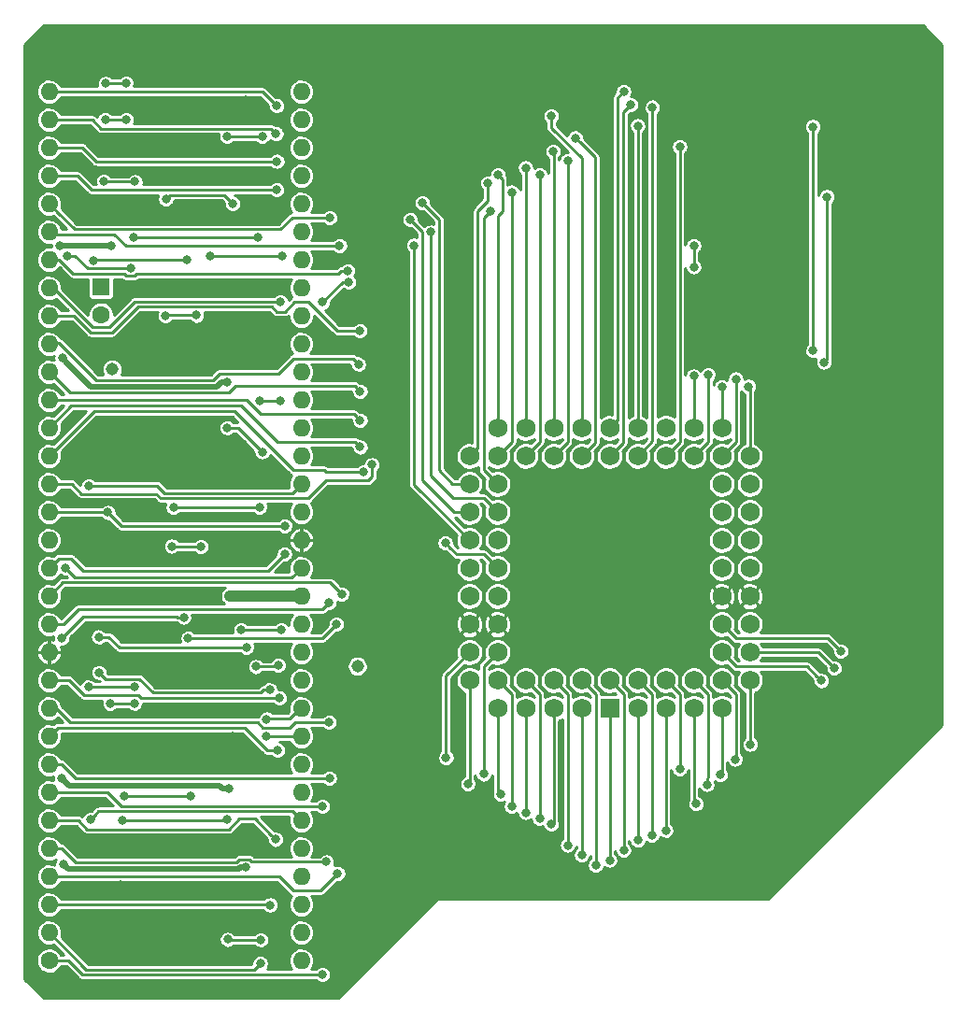
<source format=gbl>
G04 #@! TF.FileFunction,Copper,L2,Bot,Signal*
%FSLAX46Y46*%
G04 Gerber Fmt 4.6, Leading zero omitted, Abs format (unit mm)*
G04 Created by KiCad (PCBNEW 4.0.7) date 07/03/21 20:26:29*
%MOMM*%
%LPD*%
G01*
G04 APERTURE LIST*
%ADD10C,0.100000*%
%ADD11C,1.600000*%
%ADD12O,1.600000X1.600000*%
%ADD13C,1.750000*%
%ADD14R,1.750000X1.750000*%
%ADD15R,1.600000X1.600000*%
%ADD16C,1.143000*%
%ADD17C,0.800000*%
%ADD18C,0.500000*%
%ADD19C,0.250000*%
%ADD20C,1.000000*%
G04 APERTURE END LIST*
D10*
D11*
X73660000Y-137160000D03*
D12*
X96520000Y-58420000D03*
X73660000Y-134620000D03*
X96520000Y-60960000D03*
X73660000Y-132080000D03*
X96520000Y-63500000D03*
X73660000Y-129540000D03*
X96520000Y-66040000D03*
X73660000Y-127000000D03*
X96520000Y-68580000D03*
X73660000Y-124460000D03*
X96520000Y-71120000D03*
X73660000Y-121920000D03*
X96520000Y-73660000D03*
X73660000Y-119380000D03*
X96520000Y-76200000D03*
X73660000Y-116840000D03*
X96520000Y-78740000D03*
X73660000Y-114300000D03*
X96520000Y-81280000D03*
X73660000Y-111760000D03*
X96520000Y-83820000D03*
X73660000Y-109220000D03*
X96520000Y-86360000D03*
X73660000Y-106680000D03*
X96520000Y-88900000D03*
X73660000Y-104140000D03*
X96520000Y-91440000D03*
X73660000Y-101600000D03*
X96520000Y-93980000D03*
X73660000Y-99060000D03*
X96520000Y-96520000D03*
X73660000Y-96520000D03*
X96520000Y-99060000D03*
X73660000Y-93980000D03*
X96520000Y-101600000D03*
X73660000Y-91440000D03*
X96520000Y-104140000D03*
X73660000Y-88900000D03*
X96520000Y-106680000D03*
X73660000Y-86360000D03*
X96520000Y-109220000D03*
X73660000Y-83820000D03*
X96520000Y-111760000D03*
X73660000Y-81280000D03*
X96520000Y-114300000D03*
X73660000Y-78740000D03*
X96520000Y-116840000D03*
X73660000Y-76200000D03*
X96520000Y-119380000D03*
X73660000Y-73660000D03*
X96520000Y-121920000D03*
X73660000Y-71120000D03*
X96520000Y-124460000D03*
X73660000Y-68580000D03*
X96520000Y-127000000D03*
X73660000Y-66040000D03*
X96520000Y-129540000D03*
X73660000Y-63500000D03*
X96520000Y-132080000D03*
X73660000Y-60960000D03*
X96520000Y-134620000D03*
X73660000Y-58420000D03*
X96520000Y-137160000D03*
D13*
X124460000Y-111760000D03*
X127000000Y-111760000D03*
X129540000Y-111760000D03*
X132080000Y-111760000D03*
X121920000Y-111760000D03*
X119380000Y-111760000D03*
X116840000Y-111760000D03*
X114300000Y-111760000D03*
X111760000Y-111760000D03*
D14*
X124460000Y-114300000D03*
D13*
X127000000Y-114300000D03*
X129540000Y-114300000D03*
X132080000Y-114300000D03*
X134620000Y-114300000D03*
X121920000Y-114300000D03*
X119380000Y-114300000D03*
X116840000Y-114300000D03*
X114300000Y-114300000D03*
X134620000Y-111760000D03*
X134620000Y-109220000D03*
X134620000Y-106680000D03*
X134620000Y-104140000D03*
X134620000Y-101600000D03*
X134620000Y-99060000D03*
X134620000Y-96520000D03*
X134620000Y-93980000D03*
X137160000Y-111760000D03*
X137160000Y-109220000D03*
X137160000Y-106680000D03*
X137160000Y-104140000D03*
X137160000Y-101600000D03*
X137160000Y-99060000D03*
X137160000Y-96520000D03*
X137160000Y-93980000D03*
X137160000Y-91440000D03*
X134620000Y-91440000D03*
X132080000Y-91440000D03*
X129540000Y-91440000D03*
X127000000Y-91440000D03*
X124460000Y-91440000D03*
X121920000Y-91440000D03*
X119380000Y-91440000D03*
X116840000Y-91440000D03*
X114300000Y-91440000D03*
X134620000Y-88900000D03*
X132080000Y-88900000D03*
X129540000Y-88900000D03*
X127000000Y-88900000D03*
X124460000Y-88900000D03*
X121920000Y-88900000D03*
X119380000Y-88900000D03*
X116840000Y-88900000D03*
X114300000Y-88900000D03*
X114300000Y-93980000D03*
X114300000Y-96520000D03*
X114300000Y-99060000D03*
X114300000Y-101600000D03*
X114300000Y-104140000D03*
X114300000Y-106680000D03*
X114300000Y-109220000D03*
X114300000Y-114300000D03*
X111760000Y-91440000D03*
X111760000Y-93980000D03*
X111760000Y-96520000D03*
X111760000Y-99060000D03*
X111760000Y-101600000D03*
X111760000Y-104140000D03*
X111760000Y-106680000D03*
X111760000Y-109220000D03*
X111760000Y-111760000D03*
D15*
X78359000Y-76113000D03*
D11*
X78359000Y-78613000D03*
D16*
X101600000Y-110490000D03*
X79375000Y-83566000D03*
D17*
X91452429Y-128726523D03*
X74930000Y-128397000D03*
X89916000Y-121539000D03*
X74803000Y-120650000D03*
X74851485Y-82574023D03*
X89789000Y-84709000D03*
X74651874Y-72377644D03*
X79248000Y-72390000D03*
X90043000Y-104140000D03*
X91185999Y-93497774D03*
X91194173Y-90374699D03*
X84990741Y-106821128D03*
X89572088Y-114187835D03*
X81407000Y-127528865D03*
X81534000Y-76581000D03*
X80137000Y-130281309D03*
X135636000Y-77470000D03*
X110236000Y-77470000D03*
X144653000Y-55880000D03*
X119253000Y-55880000D03*
X84201000Y-91440000D03*
X84321955Y-69850000D03*
X87122000Y-68580000D03*
X91440000Y-68580000D03*
X84582000Y-81788000D03*
X91440000Y-78867000D03*
X92456000Y-106426000D03*
X81407000Y-117475000D03*
X90297000Y-116840000D03*
X84455000Y-93980000D03*
X91440000Y-134112000D03*
X80899000Y-137160000D03*
X91440000Y-125349000D03*
X79756000Y-68580000D03*
X91440000Y-59182000D03*
X84709000Y-60960000D03*
X123193068Y-128508816D03*
X98427415Y-138423498D03*
X125730408Y-58425434D03*
X92803857Y-137417717D03*
X121920000Y-127608794D03*
X128334891Y-59820095D03*
X93696445Y-132120317D03*
X120650000Y-126708772D03*
X127000000Y-61504990D03*
X99811794Y-129254845D03*
X119178530Y-124809096D03*
X132080000Y-74295000D03*
X132080000Y-72390000D03*
X130810000Y-63409990D03*
X98787335Y-128217838D03*
X118110000Y-124279998D03*
X133372285Y-84085081D03*
X94172688Y-126179981D03*
X116840000Y-123734999D03*
X132080000Y-84181869D03*
X115570000Y-123190000D03*
X98425000Y-123190000D03*
X135890000Y-84455000D03*
X99060000Y-120650000D03*
X114579423Y-122080474D03*
X134620000Y-85180010D03*
X94376251Y-118104291D03*
X111608534Y-121158773D03*
X137036166Y-85131260D03*
X99045022Y-115571322D03*
X113030000Y-120258751D03*
X94555165Y-113376158D03*
X109634206Y-118784750D03*
X94742000Y-73279000D03*
X88265000Y-73279000D03*
X99044814Y-104706050D03*
X100179722Y-103945342D03*
X89789000Y-62484000D03*
X92964000Y-62484000D03*
X81382580Y-112373830D03*
X77219315Y-112371538D03*
X94996000Y-100330000D03*
X109562781Y-99300045D03*
X77249976Y-94135252D03*
X77685550Y-73719307D03*
X86114217Y-73660000D03*
X95012070Y-97784254D03*
X78986336Y-96553780D03*
X85852000Y-106045000D03*
X74803000Y-107950000D03*
X106726518Y-72344545D03*
X102927705Y-92224210D03*
X80624553Y-57669637D03*
X78771138Y-57681595D03*
X75158924Y-101581247D03*
X75283957Y-73311837D03*
X81026000Y-74389979D03*
X108261497Y-71154915D03*
X102170988Y-92877971D03*
X106394122Y-70035264D03*
X101850076Y-90620753D03*
X143643337Y-111793531D03*
X101850076Y-88212086D03*
X113665000Y-69215000D03*
X144803142Y-110666863D03*
X107478784Y-68489990D03*
X101850074Y-85573351D03*
X135824132Y-118916680D03*
X101690010Y-83105631D03*
X115587735Y-67525785D03*
X93384560Y-115270170D03*
X78155113Y-107829046D03*
X91541671Y-108789034D03*
X78619290Y-66518618D03*
X81445508Y-66578752D03*
X101834153Y-80081056D03*
X113423611Y-66689280D03*
X93345000Y-116840000D03*
X134491028Y-120318311D03*
X100808270Y-75680295D03*
X94615000Y-77470000D03*
X98434178Y-77505355D03*
X114323874Y-65936742D03*
X133272702Y-121198309D03*
X100723430Y-74648491D03*
X118120251Y-65949990D03*
X89840525Y-135240278D03*
X92817123Y-135266612D03*
X132279337Y-122953837D03*
X99982478Y-72393203D03*
X116840000Y-65314990D03*
X77425928Y-124343962D03*
X78740000Y-60960000D03*
X80645000Y-60960000D03*
X99085428Y-69857612D03*
X120650000Y-64679990D03*
X129540000Y-125358739D03*
X94296858Y-67318206D03*
X119326477Y-63837888D03*
X128270000Y-125808750D03*
X94311642Y-64731042D03*
X121355746Y-62612902D03*
X127000000Y-126258761D03*
X94222939Y-62247365D03*
X119169818Y-60615506D03*
X125730000Y-127158783D03*
X94288899Y-59705158D03*
X126365000Y-59589991D03*
X124460000Y-128058805D03*
X94424634Y-110414149D03*
X92387153Y-110520264D03*
X92728892Y-96093027D03*
X84923812Y-96111131D03*
X145399614Y-109109410D03*
X86265065Y-107948738D03*
X143871166Y-82925273D03*
X99695000Y-106680000D03*
X144145000Y-67945000D03*
X94682037Y-107158457D03*
X91059000Y-107188000D03*
X142900312Y-81888581D03*
X142875000Y-61595000D03*
X94615000Y-86409121D03*
X92710000Y-86409121D03*
X81299651Y-71653331D03*
X92551154Y-71653331D03*
X130810000Y-119808740D03*
X93647617Y-112626445D03*
X78176098Y-111047874D03*
X137200871Y-117558685D03*
X84215906Y-78732137D03*
X87016828Y-78681579D03*
X92974818Y-91059000D03*
X89802531Y-88869832D03*
X86450010Y-122237207D03*
X80446752Y-122250025D03*
X84243297Y-68169827D03*
X90313026Y-68580000D03*
X84767720Y-99604990D03*
X87410164Y-99632021D03*
X81381029Y-113840471D03*
X79181860Y-113858278D03*
X89789000Y-124365021D03*
X80264000Y-124412989D03*
D18*
X88841223Y-85130931D02*
X77408393Y-85130931D01*
X75251484Y-82974022D02*
X74851485Y-82574023D01*
X89789000Y-84709000D02*
X89263154Y-84709000D01*
X89263154Y-84709000D02*
X88841223Y-85130931D01*
X77408393Y-85130931D02*
X75251484Y-82974022D01*
X75383638Y-128850638D02*
X90886955Y-128850638D01*
X74930000Y-128397000D02*
X75383638Y-128850638D01*
X90886955Y-128850638D02*
X91011070Y-128726523D01*
X91011070Y-128726523D02*
X91452429Y-128726523D01*
X89350315Y-121539000D02*
X89096315Y-121285000D01*
X89916000Y-121539000D02*
X89350315Y-121539000D01*
X75438000Y-121285000D02*
X74803000Y-120650000D01*
X89096315Y-121285000D02*
X75438000Y-121285000D01*
D19*
X74664230Y-72390000D02*
X74651874Y-72377644D01*
D18*
X79248000Y-72390000D02*
X74664230Y-72390000D01*
D20*
X96520000Y-104140000D02*
X90043000Y-104140000D01*
D19*
X73660000Y-137160000D02*
X75392934Y-137160000D01*
X75392934Y-137160000D02*
X76657907Y-138424973D01*
X76657907Y-138424973D02*
X98425940Y-138424973D01*
X98425940Y-138424973D02*
X98427415Y-138423498D01*
X123193068Y-113033068D02*
X123193068Y-127943131D01*
X121920000Y-111760000D02*
X123193068Y-113033068D01*
X123193068Y-127943131D02*
X123193068Y-128508816D01*
X124460000Y-88900000D02*
X125195031Y-88164969D01*
X125195031Y-58960811D02*
X125730408Y-58425434D01*
X125195031Y-88164969D02*
X125195031Y-58960811D01*
X92403858Y-137817716D02*
X92803857Y-137417717D01*
X77014962Y-137974962D02*
X92246612Y-137974962D01*
X73660000Y-134620000D02*
X77014962Y-137974962D01*
X92246612Y-137974962D02*
X92403858Y-137817716D01*
X121920000Y-114300000D02*
X121920000Y-127608794D01*
X128334891Y-90105109D02*
X128334891Y-59820095D01*
X127000000Y-91440000D02*
X128334891Y-90105109D01*
X93656128Y-132080000D02*
X93696445Y-132120317D01*
X73660000Y-132080000D02*
X93656128Y-132080000D01*
X119380000Y-111760000D02*
X120650000Y-113030000D01*
X120650000Y-126143087D02*
X120650000Y-126708772D01*
X120650000Y-113030000D02*
X120650000Y-126143087D01*
X127000000Y-88900000D02*
X127000000Y-61504990D01*
X98225771Y-130840868D02*
X99411795Y-129654844D01*
X94503279Y-129540000D02*
X95804147Y-130840868D01*
X99411795Y-129654844D02*
X99811794Y-129254845D01*
X95804147Y-130840868D02*
X98225771Y-130840868D01*
X73660000Y-129540000D02*
X94503279Y-129540000D01*
X119380000Y-114300000D02*
X119380000Y-124607626D01*
X119380000Y-124607626D02*
X119178530Y-124809096D01*
X132080000Y-72390000D02*
X132080000Y-74295000D01*
X130810000Y-90170000D02*
X130810000Y-63975675D01*
X130810000Y-63975675D02*
X130810000Y-63409990D01*
X129540000Y-91440000D02*
X130810000Y-90170000D01*
X98221650Y-128217838D02*
X98787335Y-128217838D01*
X90670530Y-128253875D02*
X90922884Y-128001521D01*
X74791370Y-127000000D02*
X76045245Y-128253875D01*
X73660000Y-127000000D02*
X74791370Y-127000000D01*
X92016748Y-128217838D02*
X98221650Y-128217838D01*
X91800431Y-128001521D02*
X92016748Y-128217838D01*
X76045245Y-128253875D02*
X90670530Y-128253875D01*
X90922884Y-128001521D02*
X91800431Y-128001521D01*
X118110000Y-113030000D02*
X118110000Y-124279998D01*
X116840000Y-111760000D02*
X118110000Y-113030000D01*
X133372285Y-90147715D02*
X133372285Y-84085081D01*
X132080000Y-91440000D02*
X133372285Y-90147715D01*
X73660000Y-124460000D02*
X76322154Y-124460000D01*
X77122153Y-125259999D02*
X89959089Y-125259999D01*
X76322154Y-124460000D02*
X77122153Y-125259999D01*
X93772689Y-125779982D02*
X94172688Y-126179981D01*
X89959089Y-125259999D02*
X90916886Y-124302202D01*
X90916886Y-124302202D02*
X92294909Y-124302202D01*
X92294909Y-124302202D02*
X93772689Y-125779982D01*
X116840000Y-114300000D02*
X116840000Y-123734999D01*
X132080000Y-88900000D02*
X132080000Y-84181869D01*
X73660000Y-121920000D02*
X78933725Y-121920000D01*
X78933725Y-121920000D02*
X80203725Y-123190000D01*
X80203725Y-123190000D02*
X97859315Y-123190000D01*
X97859315Y-123190000D02*
X98425000Y-123190000D01*
X115570000Y-113030000D02*
X115570000Y-123190000D01*
X114300000Y-111760000D02*
X115570000Y-113030000D01*
X135890000Y-84455000D02*
X135890000Y-90170000D01*
X135890000Y-90170000D02*
X134620000Y-91440000D01*
X98494315Y-120650000D02*
X99060000Y-120650000D01*
X76061370Y-120650000D02*
X98494315Y-120650000D01*
X74791370Y-119380000D02*
X76061370Y-120650000D01*
X73660000Y-119380000D02*
X74791370Y-119380000D01*
X114300000Y-121801051D02*
X114579423Y-122080474D01*
X114300000Y-114300000D02*
X114300000Y-121801051D01*
X134620000Y-88900000D02*
X134620000Y-85180010D01*
X73660000Y-116840000D02*
X74459999Y-116040001D01*
X93424774Y-118104291D02*
X93810566Y-118104291D01*
X93810566Y-118104291D02*
X94376251Y-118104291D01*
X91360484Y-116040001D02*
X93424774Y-118104291D01*
X74459999Y-116040001D02*
X91360484Y-116040001D01*
X111760000Y-111760000D02*
X111760000Y-121007307D01*
X111760000Y-121007307D02*
X111608534Y-121158773D01*
X137160000Y-85255094D02*
X137036166Y-85131260D01*
X137160000Y-91440000D02*
X137160000Y-85255094D01*
X73660000Y-114300000D02*
X74319824Y-114300000D01*
X74319824Y-114300000D02*
X75591146Y-115571322D01*
X75591146Y-115571322D02*
X92554565Y-115571322D01*
X92554565Y-115571322D02*
X93031027Y-116047784D01*
X98479337Y-115571322D02*
X99045022Y-115571322D01*
X93031027Y-116047784D02*
X95474271Y-116047784D01*
X95474271Y-116047784D02*
X95950733Y-115571322D01*
X95950733Y-115571322D02*
X98479337Y-115571322D01*
X113030000Y-119693066D02*
X113030000Y-120258751D01*
X114300000Y-109220000D02*
X113030000Y-110490000D01*
X113030000Y-110490000D02*
X113030000Y-119693066D01*
X73660000Y-111760000D02*
X75468744Y-111760000D01*
X75468744Y-111760000D02*
X76807584Y-113098840D01*
X93989480Y-113376158D02*
X94555165Y-113376158D01*
X76807584Y-113098840D02*
X81737345Y-113098840D01*
X81737345Y-113098840D02*
X82014663Y-113376158D01*
X82014663Y-113376158D02*
X93989480Y-113376158D01*
X109634206Y-111345794D02*
X109634206Y-118784750D01*
X111760000Y-109220000D02*
X109634206Y-111345794D01*
X94742000Y-73279000D02*
X88265000Y-73279000D01*
X73660000Y-106680000D02*
X74932152Y-106680000D01*
X74932152Y-106680000D02*
X76292153Y-105319999D01*
X76292153Y-105319999D02*
X98430865Y-105319999D01*
X98430865Y-105319999D02*
X98644815Y-105106049D01*
X98644815Y-105106049D02*
X99044814Y-104706050D01*
X99779723Y-103545343D02*
X100179722Y-103945342D01*
X99134144Y-102899764D02*
X99779723Y-103545343D01*
X73660000Y-104140000D02*
X74900236Y-102899764D01*
X74900236Y-102899764D02*
X99134144Y-102899764D01*
X92964000Y-62484000D02*
X89789000Y-62484000D01*
X81380288Y-112371538D02*
X81382580Y-112373830D01*
X77219315Y-112371538D02*
X81380288Y-112371538D01*
X73660000Y-101600000D02*
X74522627Y-100737373D01*
X74522627Y-100737373D02*
X75654873Y-100737373D01*
X75654873Y-100737373D02*
X76771500Y-101854000D01*
X76771500Y-101854000D02*
X93481980Y-101854000D01*
X93481980Y-101854000D02*
X94996000Y-100339980D01*
X94996000Y-100339980D02*
X94996000Y-100330000D01*
X110592736Y-100330000D02*
X109962780Y-99700044D01*
X113030000Y-100330000D02*
X110592736Y-100330000D01*
X114300000Y-101600000D02*
X113030000Y-100330000D01*
X109962780Y-99700044D02*
X109562781Y-99300045D01*
X96520000Y-93980000D02*
X95720001Y-94779999D01*
X95720001Y-94779999D02*
X84123812Y-94779999D01*
X84123812Y-94779999D02*
X83479065Y-94135252D01*
X83479065Y-94135252D02*
X77249976Y-94135252D01*
X77744857Y-73660000D02*
X77685550Y-73719307D01*
X86114217Y-73660000D02*
X77744857Y-73660000D01*
X76777653Y-105975347D02*
X85216662Y-105975347D01*
X74803000Y-107950000D02*
X76777653Y-105975347D01*
X85286315Y-106045000D02*
X85852000Y-106045000D01*
X85216662Y-105975347D02*
X85286315Y-106045000D01*
X80216810Y-97784254D02*
X95012070Y-97784254D01*
X78986336Y-96553780D02*
X80216810Y-97784254D01*
X95017816Y-97790000D02*
X95012070Y-97784254D01*
X73660000Y-96520000D02*
X78952556Y-96520000D01*
X78952556Y-96520000D02*
X78986336Y-96553780D01*
X102927705Y-92224210D02*
X102927705Y-93325996D01*
X83381086Y-94869000D02*
X76616642Y-94869000D01*
X102927705Y-93325996D02*
X102577973Y-93675728D01*
X102577973Y-93675728D02*
X98729272Y-93675728D01*
X75727642Y-93980000D02*
X73660000Y-93980000D01*
X98729272Y-93675728D02*
X97138044Y-95266956D01*
X97138044Y-95266956D02*
X83779042Y-95266956D01*
X83779042Y-95266956D02*
X83381086Y-94869000D01*
X76616642Y-94869000D02*
X75727642Y-93980000D01*
X106726518Y-94026518D02*
X106726518Y-72344545D01*
X111760000Y-99060000D02*
X106726518Y-94026518D01*
X80612595Y-57681595D02*
X80624553Y-57669637D01*
X78771138Y-57681595D02*
X80612595Y-57681595D01*
X81026000Y-74389979D02*
X80971671Y-74444308D01*
X80971671Y-74444308D02*
X77146335Y-74444308D01*
X77146335Y-74444308D02*
X76013864Y-73311837D01*
X76013864Y-73311837D02*
X75283957Y-73311837D01*
X76027430Y-102449753D02*
X75158924Y-101581247D01*
X96520000Y-101600000D02*
X95670247Y-102449753D01*
X95670247Y-102449753D02*
X76027430Y-102449753D01*
X73660000Y-91440000D02*
X77724558Y-87375442D01*
X77724558Y-87375442D02*
X90468524Y-87375442D01*
X95812609Y-92719527D02*
X98565149Y-92719527D01*
X90468524Y-87375442D02*
X95812609Y-92719527D01*
X98565149Y-92719527D02*
X98723593Y-92877971D01*
X98723593Y-92877971D02*
X102170988Y-92877971D01*
X114300000Y-96520000D02*
X113030000Y-95250000D01*
X113030000Y-95250000D02*
X110258973Y-95250000D01*
X110258973Y-95250000D02*
X108261497Y-93252524D01*
X108261497Y-93252524D02*
X108261497Y-71720600D01*
X108261497Y-71720600D02*
X108261497Y-71154915D01*
X101850076Y-90620753D02*
X101373863Y-90144540D01*
X101373863Y-90144540D02*
X94326624Y-90144540D01*
X94326624Y-90144540D02*
X91067127Y-86885043D01*
X91067127Y-86885043D02*
X75674957Y-86885043D01*
X75674957Y-86885043D02*
X73660000Y-88900000D01*
X111760000Y-96520000D02*
X110340392Y-96520000D01*
X107461289Y-93640897D02*
X107461289Y-71102431D01*
X110340392Y-96520000D02*
X107461289Y-93640897D01*
X107461289Y-71102431D02*
X106394122Y-70035264D01*
X134620000Y-109220000D02*
X135895753Y-110495753D01*
X142345559Y-110495753D02*
X143243338Y-111393532D01*
X135895753Y-110495753D02*
X142345559Y-110495753D01*
X143243338Y-111393532D02*
X143643337Y-111793531D01*
X73660000Y-86360000D02*
X91593799Y-86360000D01*
X101268619Y-87630629D02*
X101450077Y-87812087D01*
X91593799Y-86360000D02*
X92864428Y-87630629D01*
X92864428Y-87630629D02*
X101268619Y-87630629D01*
X101450077Y-87812087D02*
X101850076Y-88212086D01*
X113030000Y-92710000D02*
X113030000Y-69850000D01*
X113030000Y-69850000D02*
X113665000Y-69215000D01*
X114300000Y-93980000D02*
X113030000Y-92710000D01*
X137160000Y-109220000D02*
X143356279Y-109220000D01*
X143356279Y-109220000D02*
X144403143Y-110266864D01*
X144403143Y-110266864D02*
X144803142Y-110666863D01*
X101450075Y-85173352D02*
X101850074Y-85573351D01*
X101351622Y-85074899D02*
X101450075Y-85173352D01*
X75545942Y-85705942D02*
X89936025Y-85705942D01*
X90567068Y-85074899D02*
X101351622Y-85074899D01*
X89936025Y-85705942D02*
X90567068Y-85074899D01*
X73660000Y-83820000D02*
X75545942Y-85705942D01*
X111760000Y-93980000D02*
X110226401Y-93980000D01*
X110226401Y-93980000D02*
X108986507Y-92740106D01*
X107878783Y-68889989D02*
X107478784Y-68489990D01*
X108986507Y-92740106D02*
X108986507Y-69997713D01*
X108986507Y-69997713D02*
X107878783Y-68889989D01*
X134620000Y-111760000D02*
X135890149Y-113030149D01*
X135890149Y-113030149D02*
X135890149Y-118850663D01*
X135890149Y-118850663D02*
X135824132Y-118916680D01*
X101690010Y-83105631D02*
X101185138Y-82600759D01*
X89133239Y-83947000D02*
X88539540Y-84540699D01*
X101185138Y-82600759D02*
X95829389Y-82600759D01*
X94483148Y-83947000D02*
X89133239Y-83947000D01*
X95829389Y-82600759D02*
X94483148Y-83947000D01*
X88539540Y-84540699D02*
X77905126Y-84540699D01*
X77905126Y-84540699D02*
X74583747Y-81219320D01*
X74583747Y-81219320D02*
X73720680Y-81219320D01*
X73720680Y-81219320D02*
X73660000Y-81280000D01*
X115587735Y-90152265D02*
X115587735Y-67525785D01*
X114300000Y-91440000D02*
X115587735Y-90152265D01*
X91541671Y-108789034D02*
X80028673Y-108789034D01*
X80028673Y-108789034D02*
X79068685Y-107829046D01*
X79068685Y-107829046D02*
X78155113Y-107829046D01*
X96406577Y-114300000D02*
X95475865Y-115230712D01*
X96520000Y-114300000D02*
X96406577Y-114300000D01*
X95475865Y-115230712D02*
X93424018Y-115230712D01*
X93424018Y-115230712D02*
X93384560Y-115270170D01*
X81445508Y-66578752D02*
X78679424Y-66578752D01*
X78679424Y-66578752D02*
X78619290Y-66518618D01*
X101834153Y-80081056D02*
X99766056Y-80081056D01*
X97155000Y-77470000D02*
X95885000Y-77470000D01*
X95885000Y-77470000D02*
X94996000Y-78359000D01*
X94996000Y-78359000D02*
X94284469Y-78359000D01*
X93832842Y-77907373D02*
X81718376Y-77907373D01*
X77409385Y-80236365D02*
X75917085Y-78744065D01*
X75917085Y-78744065D02*
X73664065Y-78744065D01*
X99766056Y-80081056D02*
X97155000Y-77470000D01*
X94284469Y-78359000D02*
X93832842Y-77907373D01*
X73664065Y-78744065D02*
X73660000Y-78740000D01*
X81718376Y-77907373D02*
X79389384Y-80236365D01*
X79389384Y-80236365D02*
X77409385Y-80236365D01*
X111760000Y-91440000D02*
X112505638Y-90694362D01*
X112505638Y-90694362D02*
X112505638Y-69229123D01*
X112505638Y-69229123D02*
X113423611Y-68311150D01*
X113423611Y-68311150D02*
X113423611Y-66689280D01*
X96520000Y-116840000D02*
X93345000Y-116840000D01*
X134620000Y-120189339D02*
X134491028Y-120318311D01*
X134620000Y-114300000D02*
X134620000Y-120189339D01*
X94582711Y-77437711D02*
X94615000Y-77470000D01*
X74041000Y-76200000D02*
X77597000Y-79756000D01*
X73660000Y-76200000D02*
X74041000Y-76200000D01*
X79121000Y-79756000D02*
X81439289Y-77437711D01*
X81439289Y-77437711D02*
X94582711Y-77437711D01*
X77597000Y-79756000D02*
X79121000Y-79756000D01*
X94571840Y-77426840D02*
X94615000Y-77470000D01*
X100259238Y-75680295D02*
X100808270Y-75680295D01*
X98434178Y-77505355D02*
X100259238Y-75680295D01*
X114723873Y-69229131D02*
X114723873Y-66336741D01*
X114723873Y-66336741D02*
X114323874Y-65936742D01*
X114300000Y-88900000D02*
X114300000Y-69653004D01*
X114300000Y-69653004D02*
X114723873Y-69229131D01*
X132080000Y-111760000D02*
X133353625Y-113033625D01*
X133353625Y-113033625D02*
X133353625Y-120551701D01*
X133353625Y-120551701D02*
X133272702Y-120632624D01*
X133272702Y-120632624D02*
X133272702Y-121198309D01*
X73660000Y-73660000D02*
X74590149Y-73660000D01*
X100157745Y-74648491D02*
X100723430Y-74648491D01*
X74590149Y-73660000D02*
X75843052Y-74912903D01*
X75843052Y-74912903D02*
X80443901Y-74912903D01*
X80443901Y-74912903D02*
X80645987Y-75114989D01*
X80645987Y-75114989D02*
X81406013Y-75114989D01*
X81406013Y-75114989D02*
X81610182Y-74910820D01*
X81610182Y-74910820D02*
X99895416Y-74910820D01*
X99895416Y-74910820D02*
X100157745Y-74648491D01*
X118120251Y-90159749D02*
X118120251Y-66515675D01*
X116840000Y-91440000D02*
X118120251Y-90159749D01*
X118120251Y-66515675D02*
X118120251Y-65949990D01*
X89866859Y-135266612D02*
X89840525Y-135240278D01*
X92817123Y-135266612D02*
X89866859Y-135266612D01*
X132080000Y-114300000D02*
X132080000Y-122754500D01*
X132080000Y-122754500D02*
X132279337Y-122953837D01*
X73660000Y-71120000D02*
X73888965Y-71348965D01*
X73888965Y-71348965D02*
X79574867Y-71348965D01*
X79574867Y-71348965D02*
X80619105Y-72393203D01*
X80619105Y-72393203D02*
X99416793Y-72393203D01*
X99416793Y-72393203D02*
X99982478Y-72393203D01*
X116840000Y-88900000D02*
X116840000Y-65314990D01*
X77825927Y-123943963D02*
X77425928Y-124343962D01*
X78129879Y-123640011D02*
X77825927Y-123943963D01*
X96520000Y-124460000D02*
X95700011Y-123640011D01*
X95700011Y-123640011D02*
X78129879Y-123640011D01*
X80645000Y-60960000D02*
X78740000Y-60960000D01*
X95680018Y-69857612D02*
X94638676Y-70898954D01*
X94638676Y-70898954D02*
X75978954Y-70898954D01*
X99085428Y-69857612D02*
X95680018Y-69857612D01*
X75978954Y-70898954D02*
X74459999Y-69379999D01*
X74459999Y-69379999D02*
X73660000Y-68580000D01*
X119380000Y-91440000D02*
X120650000Y-90170000D01*
X120650000Y-65245675D02*
X120650000Y-64679990D01*
X120650000Y-90170000D02*
X120650000Y-65245675D01*
X129540000Y-114300000D02*
X129540000Y-125358739D01*
X73660000Y-66040000D02*
X76213538Y-66040000D01*
X76213538Y-66040000D02*
X77497336Y-67323798D01*
X77497336Y-67323798D02*
X78967292Y-67323798D01*
X78967292Y-67323798D02*
X78972884Y-67318206D01*
X78972884Y-67318206D02*
X93731173Y-67318206D01*
X93731173Y-67318206D02*
X94296858Y-67318206D01*
X119380000Y-88900000D02*
X119380000Y-63891411D01*
X119380000Y-63891411D02*
X119326477Y-63837888D01*
X127000000Y-111760000D02*
X128270000Y-113030000D01*
X128270000Y-125243065D02*
X128270000Y-125808750D01*
X128270000Y-113030000D02*
X128270000Y-125243065D01*
X73660000Y-63500000D02*
X76683052Y-63500000D01*
X76683052Y-63500000D02*
X77914094Y-64731042D01*
X77914094Y-64731042D02*
X94282074Y-64731042D01*
X94282074Y-64731042D02*
X94311642Y-64731042D01*
X123120001Y-64377157D02*
X121755745Y-63012901D01*
X121920000Y-91440000D02*
X123120001Y-90239999D01*
X123120001Y-90239999D02*
X123120001Y-64377157D01*
X121755745Y-63012901D02*
X121355746Y-62612902D01*
X127000000Y-114300000D02*
X127000000Y-126258761D01*
X73660000Y-60960000D02*
X77570592Y-60960000D01*
X93734573Y-61758999D02*
X93822940Y-61847366D01*
X77570592Y-60960000D02*
X78369591Y-61758999D01*
X78369591Y-61758999D02*
X93734573Y-61758999D01*
X93822940Y-61847366D02*
X94222939Y-62247365D01*
X119169818Y-61691779D02*
X119169818Y-61181191D01*
X121920000Y-64441961D02*
X119169818Y-61691779D01*
X121920000Y-88900000D02*
X121920000Y-64441961D01*
X119169818Y-61181191D02*
X119169818Y-60615506D01*
X125730000Y-126593098D02*
X125730000Y-127158783D01*
X124460000Y-111760000D02*
X125730000Y-113030000D01*
X125730000Y-113030000D02*
X125730000Y-126593098D01*
X73660000Y-58420000D02*
X78520242Y-58420000D01*
X78520242Y-58420000D02*
X78530754Y-58430512D01*
X78530754Y-58430512D02*
X92995937Y-58430512D01*
X92995937Y-58430512D02*
X94270583Y-59705158D01*
X94270583Y-59705158D02*
X94288899Y-59705158D01*
X125965001Y-59989990D02*
X126365000Y-59589991D01*
X125660001Y-60294990D02*
X125965001Y-59989990D01*
X125660001Y-90239999D02*
X125660001Y-60294990D01*
X124460000Y-91440000D02*
X125660001Y-90239999D01*
X124460000Y-114300000D02*
X124460000Y-128058805D01*
X92387153Y-110520264D02*
X94318519Y-110520264D01*
X94318519Y-110520264D02*
X94424634Y-110414149D01*
X92710788Y-96111131D02*
X92728892Y-96093027D01*
X84923812Y-96111131D02*
X92710788Y-96111131D01*
X144999615Y-108709411D02*
X145399614Y-109109410D01*
X144240204Y-107950000D02*
X144999615Y-108709411D01*
X135890000Y-107950000D02*
X144240204Y-107950000D01*
X134620000Y-106680000D02*
X135890000Y-107950000D01*
X86830750Y-107948738D02*
X86265065Y-107948738D01*
X98426262Y-107948738D02*
X86830750Y-107948738D01*
X99695000Y-106680000D02*
X98426262Y-107948738D01*
X144145000Y-82651439D02*
X143871166Y-82925273D01*
X144145000Y-67945000D02*
X144145000Y-82651439D01*
X94652494Y-107188000D02*
X94682037Y-107158457D01*
X91059000Y-107188000D02*
X94652494Y-107188000D01*
X142875000Y-81863269D02*
X142900312Y-81888581D01*
X142875000Y-61595000D02*
X142875000Y-81863269D01*
X92710000Y-86409121D02*
X94615000Y-86409121D01*
X91985469Y-71653331D02*
X81299651Y-71653331D01*
X92551154Y-71653331D02*
X91985469Y-71653331D01*
X130810000Y-113030000D02*
X130810000Y-119243055D01*
X130810000Y-119243055D02*
X130810000Y-119808740D01*
X129540000Y-111760000D02*
X130810000Y-113030000D01*
X78176098Y-111047874D02*
X78765672Y-111637448D01*
X78765672Y-111637448D02*
X81835249Y-111637448D01*
X81835249Y-111637448D02*
X83093195Y-112895394D01*
X83093195Y-112895394D02*
X92812983Y-112895394D01*
X92812983Y-112895394D02*
X93081932Y-112626445D01*
X93081932Y-112626445D02*
X93647617Y-112626445D01*
X137160000Y-117517814D02*
X137200871Y-117558685D01*
X137160000Y-111760000D02*
X137160000Y-117517814D01*
X87016828Y-78681579D02*
X84266464Y-78681579D01*
X84266464Y-78681579D02*
X84215906Y-78732137D01*
X90785650Y-88869832D02*
X92974818Y-91059000D01*
X89802531Y-88869832D02*
X90785650Y-88869832D01*
X86437192Y-122250025D02*
X86450010Y-122237207D01*
X80446752Y-122250025D02*
X86437192Y-122250025D01*
X84643296Y-67769828D02*
X84243297Y-68169827D01*
X90313026Y-68580000D02*
X89502854Y-67769828D01*
X89502854Y-67769828D02*
X84643296Y-67769828D01*
X84794751Y-99632021D02*
X84767720Y-99604990D01*
X87410164Y-99632021D02*
X84794751Y-99632021D01*
X81363222Y-113858278D02*
X81381029Y-113840471D01*
X79181860Y-113858278D02*
X81363222Y-113858278D01*
X89741032Y-124412989D02*
X89789000Y-124365021D01*
X80264000Y-124412989D02*
X89741032Y-124412989D01*
G36*
X154575000Y-54176040D02*
X154575000Y-115823960D01*
X138823960Y-131575000D01*
X109000000Y-131575000D01*
X108960913Y-131578832D01*
X108921821Y-131582253D01*
X108919678Y-131582876D01*
X108917450Y-131583094D01*
X108879869Y-131594441D01*
X108842168Y-131605393D01*
X108840180Y-131606423D01*
X108838045Y-131607068D01*
X108803413Y-131625482D01*
X108768528Y-131643565D01*
X108766782Y-131644959D01*
X108764809Y-131646008D01*
X108734364Y-131670838D01*
X108703705Y-131695313D01*
X108700603Y-131698373D01*
X108700530Y-131698432D01*
X108700474Y-131698499D01*
X108699480Y-131699480D01*
X99823960Y-140575000D01*
X73176040Y-140575000D01*
X71425000Y-138823960D01*
X71425000Y-134611797D01*
X72479344Y-134611797D01*
X72500127Y-134840173D01*
X72564874Y-135060163D01*
X72671117Y-135263387D01*
X72814810Y-135442104D01*
X72990479Y-135589508D01*
X73191433Y-135699984D01*
X73410019Y-135769323D01*
X73637909Y-135794885D01*
X73654315Y-135795000D01*
X73665685Y-135795000D01*
X73893910Y-135772622D01*
X74056444Y-135723551D01*
X74992893Y-136660000D01*
X74724863Y-136660000D01*
X74702483Y-136605702D01*
X74574965Y-136413772D01*
X74412597Y-136250267D01*
X74221562Y-136121412D01*
X74009138Y-136032117D01*
X73783415Y-135985783D01*
X73552991Y-135984174D01*
X73326644Y-136027352D01*
X73112993Y-136113673D01*
X72920178Y-136239847D01*
X72755543Y-136401070D01*
X72625358Y-136591201D01*
X72534582Y-136802996D01*
X72486673Y-137028390D01*
X72483456Y-137258797D01*
X72525053Y-137485441D01*
X72609879Y-137699689D01*
X72734705Y-137893380D01*
X72894775Y-138059137D01*
X73083991Y-138190646D01*
X73295148Y-138282898D01*
X73520202Y-138332379D01*
X73750581Y-138337205D01*
X73977510Y-138297192D01*
X74192344Y-138213863D01*
X74386902Y-138090392D01*
X74553773Y-137931484D01*
X74686600Y-137743190D01*
X74723638Y-137660000D01*
X75185828Y-137660000D01*
X76304354Y-138778526D01*
X76339999Y-138807805D01*
X76375423Y-138837530D01*
X76377730Y-138838798D01*
X76379759Y-138840465D01*
X76420428Y-138862272D01*
X76460936Y-138884541D01*
X76463443Y-138885336D01*
X76465759Y-138886578D01*
X76509922Y-138900080D01*
X76553951Y-138914047D01*
X76556562Y-138914340D01*
X76559078Y-138915109D01*
X76605054Y-138919779D01*
X76650926Y-138924924D01*
X76656064Y-138924960D01*
X76656162Y-138924970D01*
X76656253Y-138924961D01*
X76657907Y-138924973D01*
X97834261Y-138924973D01*
X97922692Y-139016546D01*
X98047494Y-139103286D01*
X98186768Y-139164133D01*
X98335208Y-139196770D01*
X98487160Y-139199953D01*
X98636836Y-139173561D01*
X98778536Y-139118599D01*
X98906861Y-139037161D01*
X99016925Y-138932349D01*
X99104534Y-138808155D01*
X99166352Y-138669310D01*
X99200024Y-138521101D01*
X99202448Y-138347505D01*
X99172928Y-138198414D01*
X99115010Y-138057897D01*
X99030903Y-137931305D01*
X98923809Y-137823461D01*
X98797807Y-137738472D01*
X98657698Y-137679575D01*
X98508817Y-137649014D01*
X98356835Y-137647953D01*
X98207542Y-137676432D01*
X98066623Y-137733367D01*
X97939447Y-137816589D01*
X97830858Y-137922927D01*
X97829457Y-137924973D01*
X97410524Y-137924973D01*
X97499804Y-137817052D01*
X97608874Y-137615331D01*
X97676686Y-137396267D01*
X97700656Y-137168203D01*
X97679873Y-136939827D01*
X97615126Y-136719837D01*
X97508883Y-136516613D01*
X97365190Y-136337896D01*
X97189521Y-136190492D01*
X96988567Y-136080016D01*
X96769981Y-136010677D01*
X96542091Y-135985115D01*
X96525685Y-135985000D01*
X96514315Y-135985000D01*
X96286090Y-136007378D01*
X96066557Y-136073658D01*
X95864080Y-136181318D01*
X95686370Y-136326254D01*
X95540196Y-136502948D01*
X95431126Y-136704669D01*
X95363314Y-136923733D01*
X95339344Y-137151797D01*
X95360127Y-137380173D01*
X95424874Y-137600163D01*
X95531117Y-137803387D01*
X95628875Y-137924973D01*
X93394492Y-137924973D01*
X93480976Y-137802374D01*
X93542794Y-137663529D01*
X93576466Y-137515320D01*
X93578890Y-137341724D01*
X93549370Y-137192633D01*
X93491452Y-137052116D01*
X93407345Y-136925524D01*
X93300251Y-136817680D01*
X93174249Y-136732691D01*
X93034140Y-136673794D01*
X92885259Y-136643233D01*
X92733277Y-136642172D01*
X92583984Y-136670651D01*
X92443065Y-136727586D01*
X92315889Y-136810808D01*
X92207300Y-136917146D01*
X92121433Y-137042551D01*
X92061560Y-137182246D01*
X92029960Y-137330911D01*
X92027949Y-137474962D01*
X77222069Y-137474962D01*
X75052549Y-135305442D01*
X89064506Y-135305442D01*
X89091942Y-135454931D01*
X89147892Y-135596243D01*
X89230224Y-135723997D01*
X89335802Y-135833326D01*
X89460604Y-135920066D01*
X89599878Y-135980913D01*
X89748318Y-136013550D01*
X89900270Y-136016733D01*
X90049946Y-135990341D01*
X90191646Y-135935379D01*
X90319971Y-135853941D01*
X90411676Y-135766612D01*
X92222544Y-135766612D01*
X92312400Y-135859660D01*
X92437202Y-135946400D01*
X92576476Y-136007247D01*
X92724916Y-136039884D01*
X92876868Y-136043067D01*
X93026544Y-136016675D01*
X93168244Y-135961713D01*
X93296569Y-135880275D01*
X93406633Y-135775463D01*
X93494242Y-135651269D01*
X93556060Y-135512424D01*
X93589732Y-135364215D01*
X93592156Y-135190619D01*
X93562636Y-135041528D01*
X93504718Y-134901011D01*
X93420611Y-134774419D01*
X93313517Y-134666575D01*
X93232305Y-134611797D01*
X95339344Y-134611797D01*
X95360127Y-134840173D01*
X95424874Y-135060163D01*
X95531117Y-135263387D01*
X95674810Y-135442104D01*
X95850479Y-135589508D01*
X96051433Y-135699984D01*
X96270019Y-135769323D01*
X96497909Y-135794885D01*
X96514315Y-135795000D01*
X96525685Y-135795000D01*
X96753910Y-135772622D01*
X96973443Y-135706342D01*
X97175920Y-135598682D01*
X97353630Y-135453746D01*
X97499804Y-135277052D01*
X97608874Y-135075331D01*
X97676686Y-134856267D01*
X97700656Y-134628203D01*
X97679873Y-134399827D01*
X97615126Y-134179837D01*
X97508883Y-133976613D01*
X97365190Y-133797896D01*
X97189521Y-133650492D01*
X96988567Y-133540016D01*
X96769981Y-133470677D01*
X96542091Y-133445115D01*
X96525685Y-133445000D01*
X96514315Y-133445000D01*
X96286090Y-133467378D01*
X96066557Y-133533658D01*
X95864080Y-133641318D01*
X95686370Y-133786254D01*
X95540196Y-133962948D01*
X95431126Y-134164669D01*
X95363314Y-134383733D01*
X95339344Y-134611797D01*
X93232305Y-134611797D01*
X93187515Y-134581586D01*
X93047406Y-134522689D01*
X92898525Y-134492128D01*
X92746543Y-134491067D01*
X92597250Y-134519546D01*
X92456331Y-134576481D01*
X92329155Y-134659703D01*
X92220566Y-134766041D01*
X92220175Y-134766612D01*
X90456322Y-134766612D01*
X90444013Y-134748085D01*
X90336919Y-134640241D01*
X90210917Y-134555252D01*
X90070808Y-134496355D01*
X89921927Y-134465794D01*
X89769945Y-134464733D01*
X89620652Y-134493212D01*
X89479733Y-134550147D01*
X89352557Y-134633369D01*
X89243968Y-134739707D01*
X89158101Y-134865112D01*
X89098228Y-135004807D01*
X89066628Y-135153472D01*
X89064506Y-135305442D01*
X75052549Y-135305442D01*
X74766263Y-135019157D01*
X74816686Y-134856267D01*
X74840656Y-134628203D01*
X74819873Y-134399827D01*
X74755126Y-134179837D01*
X74648883Y-133976613D01*
X74505190Y-133797896D01*
X74329521Y-133650492D01*
X74128567Y-133540016D01*
X73909981Y-133470677D01*
X73682091Y-133445115D01*
X73665685Y-133445000D01*
X73654315Y-133445000D01*
X73426090Y-133467378D01*
X73206557Y-133533658D01*
X73004080Y-133641318D01*
X72826370Y-133786254D01*
X72680196Y-133962948D01*
X72571126Y-134164669D01*
X72503314Y-134383733D01*
X72479344Y-134611797D01*
X71425000Y-134611797D01*
X71425000Y-132071797D01*
X72479344Y-132071797D01*
X72500127Y-132300173D01*
X72564874Y-132520163D01*
X72671117Y-132723387D01*
X72814810Y-132902104D01*
X72990479Y-133049508D01*
X73191433Y-133159984D01*
X73410019Y-133229323D01*
X73637909Y-133254885D01*
X73654315Y-133255000D01*
X73665685Y-133255000D01*
X73893910Y-133232622D01*
X74113443Y-133166342D01*
X74315920Y-133058682D01*
X74493630Y-132913746D01*
X74639804Y-132737052D01*
X74724722Y-132580000D01*
X93070654Y-132580000D01*
X93086144Y-132604036D01*
X93191722Y-132713365D01*
X93316524Y-132800105D01*
X93455798Y-132860952D01*
X93604238Y-132893589D01*
X93756190Y-132896772D01*
X93905866Y-132870380D01*
X94047566Y-132815418D01*
X94175891Y-132733980D01*
X94285955Y-132629168D01*
X94373564Y-132504974D01*
X94435382Y-132366129D01*
X94469054Y-132217920D01*
X94471478Y-132044324D01*
X94441958Y-131895233D01*
X94384040Y-131754716D01*
X94299933Y-131628124D01*
X94192839Y-131520280D01*
X94066837Y-131435291D01*
X93926728Y-131376394D01*
X93777847Y-131345833D01*
X93625865Y-131344772D01*
X93476572Y-131373251D01*
X93335653Y-131430186D01*
X93208477Y-131513408D01*
X93140475Y-131580000D01*
X74723844Y-131580000D01*
X74648883Y-131436613D01*
X74505190Y-131257896D01*
X74329521Y-131110492D01*
X74128567Y-131000016D01*
X73909981Y-130930677D01*
X73682091Y-130905115D01*
X73665685Y-130905000D01*
X73654315Y-130905000D01*
X73426090Y-130927378D01*
X73206557Y-130993658D01*
X73004080Y-131101318D01*
X72826370Y-131246254D01*
X72680196Y-131422948D01*
X72571126Y-131624669D01*
X72503314Y-131843733D01*
X72479344Y-132071797D01*
X71425000Y-132071797D01*
X71425000Y-126991797D01*
X72479344Y-126991797D01*
X72500127Y-127220173D01*
X72564874Y-127440163D01*
X72671117Y-127643387D01*
X72814810Y-127822104D01*
X72990479Y-127969508D01*
X73191433Y-128079984D01*
X73410019Y-128149323D01*
X73637909Y-128174885D01*
X73654315Y-128175000D01*
X73665685Y-128175000D01*
X73893910Y-128152622D01*
X74113443Y-128086342D01*
X74254911Y-128011121D01*
X74247576Y-128021834D01*
X74187703Y-128161529D01*
X74156103Y-128310194D01*
X74153981Y-128462164D01*
X74156395Y-128475314D01*
X74128567Y-128460016D01*
X73909981Y-128390677D01*
X73682091Y-128365115D01*
X73665685Y-128365000D01*
X73654315Y-128365000D01*
X73426090Y-128387378D01*
X73206557Y-128453658D01*
X73004080Y-128561318D01*
X72826370Y-128706254D01*
X72680196Y-128882948D01*
X72571126Y-129084669D01*
X72503314Y-129303733D01*
X72479344Y-129531797D01*
X72500127Y-129760173D01*
X72564874Y-129980163D01*
X72671117Y-130183387D01*
X72814810Y-130362104D01*
X72990479Y-130509508D01*
X73191433Y-130619984D01*
X73410019Y-130689323D01*
X73637909Y-130714885D01*
X73654315Y-130715000D01*
X73665685Y-130715000D01*
X73893910Y-130692622D01*
X74113443Y-130626342D01*
X74315920Y-130518682D01*
X74493630Y-130373746D01*
X74639804Y-130197052D01*
X74724722Y-130040000D01*
X94296173Y-130040000D01*
X95450593Y-131194421D01*
X95486263Y-131223721D01*
X95521663Y-131253425D01*
X95523970Y-131254693D01*
X95525999Y-131256360D01*
X95566668Y-131278167D01*
X95607176Y-131300436D01*
X95609683Y-131301231D01*
X95611999Y-131302473D01*
X95634237Y-131309272D01*
X95540196Y-131422948D01*
X95431126Y-131624669D01*
X95363314Y-131843733D01*
X95339344Y-132071797D01*
X95360127Y-132300173D01*
X95424874Y-132520163D01*
X95531117Y-132723387D01*
X95674810Y-132902104D01*
X95850479Y-133049508D01*
X96051433Y-133159984D01*
X96270019Y-133229323D01*
X96497909Y-133254885D01*
X96514315Y-133255000D01*
X96525685Y-133255000D01*
X96753910Y-133232622D01*
X96973443Y-133166342D01*
X97175920Y-133058682D01*
X97353630Y-132913746D01*
X97499804Y-132737052D01*
X97608874Y-132535331D01*
X97676686Y-132316267D01*
X97700656Y-132088203D01*
X97679873Y-131859827D01*
X97615126Y-131639837D01*
X97508883Y-131436613D01*
X97431902Y-131340868D01*
X98225771Y-131340868D01*
X98271715Y-131336363D01*
X98317747Y-131332336D01*
X98320272Y-131331603D01*
X98322888Y-131331346D01*
X98367094Y-131317999D01*
X98411455Y-131305111D01*
X98413790Y-131303901D01*
X98416306Y-131303141D01*
X98457056Y-131281474D01*
X98498091Y-131260204D01*
X98500147Y-131258562D01*
X98502467Y-131257329D01*
X98538256Y-131228140D01*
X98574353Y-131199323D01*
X98578011Y-131195716D01*
X98578088Y-131195653D01*
X98578147Y-131195582D01*
X98579324Y-131194421D01*
X99745095Y-130028651D01*
X99871539Y-130031300D01*
X100021215Y-130004908D01*
X100162915Y-129949946D01*
X100291240Y-129868508D01*
X100401304Y-129763696D01*
X100488913Y-129639502D01*
X100550731Y-129500657D01*
X100584403Y-129352448D01*
X100586827Y-129178852D01*
X100557307Y-129029761D01*
X100499389Y-128889244D01*
X100415282Y-128762652D01*
X100308188Y-128654808D01*
X100182186Y-128569819D01*
X100042077Y-128510922D01*
X99893196Y-128480361D01*
X99741214Y-128479300D01*
X99591921Y-128507779D01*
X99487915Y-128549800D01*
X99526272Y-128463650D01*
X99559944Y-128315441D01*
X99562368Y-128141845D01*
X99532848Y-127992754D01*
X99474930Y-127852237D01*
X99390823Y-127725645D01*
X99283729Y-127617801D01*
X99157727Y-127532812D01*
X99017618Y-127473915D01*
X98868737Y-127443354D01*
X98716755Y-127442293D01*
X98567462Y-127470772D01*
X98426543Y-127527707D01*
X98299367Y-127610929D01*
X98190778Y-127717267D01*
X98190387Y-127717838D01*
X97449517Y-127717838D01*
X97499804Y-127657052D01*
X97608874Y-127455331D01*
X97676686Y-127236267D01*
X97700656Y-127008203D01*
X97679873Y-126779827D01*
X97615126Y-126559837D01*
X97508883Y-126356613D01*
X97365190Y-126177896D01*
X97189521Y-126030492D01*
X96988567Y-125920016D01*
X96769981Y-125850677D01*
X96542091Y-125825115D01*
X96525685Y-125825000D01*
X96514315Y-125825000D01*
X96286090Y-125847378D01*
X96066557Y-125913658D01*
X95864080Y-126021318D01*
X95686370Y-126166254D01*
X95540196Y-126342948D01*
X95431126Y-126544669D01*
X95363314Y-126763733D01*
X95339344Y-126991797D01*
X95360127Y-127220173D01*
X95424874Y-127440163D01*
X95531117Y-127643387D01*
X95590977Y-127717838D01*
X92223854Y-127717838D01*
X92153984Y-127647968D01*
X92118339Y-127618689D01*
X92082915Y-127588964D01*
X92080608Y-127587696D01*
X92078579Y-127586029D01*
X92037910Y-127564222D01*
X91997402Y-127541953D01*
X91994895Y-127541158D01*
X91992579Y-127539916D01*
X91948416Y-127526414D01*
X91904387Y-127512447D01*
X91901776Y-127512154D01*
X91899260Y-127511385D01*
X91853284Y-127506715D01*
X91807412Y-127501570D01*
X91802274Y-127501534D01*
X91802176Y-127501524D01*
X91802085Y-127501533D01*
X91800431Y-127501521D01*
X90922884Y-127501521D01*
X90876895Y-127506030D01*
X90830908Y-127510053D01*
X90828383Y-127510786D01*
X90825767Y-127511043D01*
X90781561Y-127524390D01*
X90737200Y-127537278D01*
X90734865Y-127538488D01*
X90732349Y-127539248D01*
X90691559Y-127560936D01*
X90650564Y-127582186D01*
X90648511Y-127583825D01*
X90646188Y-127585060D01*
X90610396Y-127614251D01*
X90574301Y-127643066D01*
X90570638Y-127646678D01*
X90570567Y-127646736D01*
X90570512Y-127646802D01*
X90569330Y-127647968D01*
X90463423Y-127753875D01*
X76252351Y-127753875D01*
X75144923Y-126646447D01*
X75109278Y-126617168D01*
X75073854Y-126587443D01*
X75071547Y-126586175D01*
X75069518Y-126584508D01*
X75028849Y-126562701D01*
X74988341Y-126540432D01*
X74985834Y-126539637D01*
X74983518Y-126538395D01*
X74939355Y-126524893D01*
X74895326Y-126510926D01*
X74892715Y-126510633D01*
X74890199Y-126509864D01*
X74844223Y-126505194D01*
X74798351Y-126500049D01*
X74793213Y-126500013D01*
X74793115Y-126500003D01*
X74793024Y-126500012D01*
X74791370Y-126500000D01*
X74723844Y-126500000D01*
X74648883Y-126356613D01*
X74505190Y-126177896D01*
X74329521Y-126030492D01*
X74128567Y-125920016D01*
X73909981Y-125850677D01*
X73682091Y-125825115D01*
X73665685Y-125825000D01*
X73654315Y-125825000D01*
X73426090Y-125847378D01*
X73206557Y-125913658D01*
X73004080Y-126021318D01*
X72826370Y-126166254D01*
X72680196Y-126342948D01*
X72571126Y-126544669D01*
X72503314Y-126763733D01*
X72479344Y-126991797D01*
X71425000Y-126991797D01*
X71425000Y-119371797D01*
X72479344Y-119371797D01*
X72500127Y-119600173D01*
X72564874Y-119820163D01*
X72671117Y-120023387D01*
X72814810Y-120202104D01*
X72990479Y-120349508D01*
X73191433Y-120459984D01*
X73410019Y-120529323D01*
X73637909Y-120554885D01*
X73654315Y-120555000D01*
X73665685Y-120555000D01*
X73893910Y-120532622D01*
X74045318Y-120486910D01*
X74029103Y-120563194D01*
X74026981Y-120715164D01*
X74045032Y-120813517D01*
X73909981Y-120770677D01*
X73682091Y-120745115D01*
X73665685Y-120745000D01*
X73654315Y-120745000D01*
X73426090Y-120767378D01*
X73206557Y-120833658D01*
X73004080Y-120941318D01*
X72826370Y-121086254D01*
X72680196Y-121262948D01*
X72571126Y-121464669D01*
X72503314Y-121683733D01*
X72479344Y-121911797D01*
X72500127Y-122140173D01*
X72564874Y-122360163D01*
X72671117Y-122563387D01*
X72814810Y-122742104D01*
X72990479Y-122889508D01*
X73191433Y-122999984D01*
X73410019Y-123069323D01*
X73637909Y-123094885D01*
X73654315Y-123095000D01*
X73665685Y-123095000D01*
X73893910Y-123072622D01*
X74113443Y-123006342D01*
X74315920Y-122898682D01*
X74493630Y-122753746D01*
X74639804Y-122577052D01*
X74724722Y-122420000D01*
X78726619Y-122420000D01*
X79446629Y-123140011D01*
X78129879Y-123140011D01*
X78083935Y-123144516D01*
X78037903Y-123148543D01*
X78035378Y-123149276D01*
X78032762Y-123149533D01*
X77988556Y-123162880D01*
X77944195Y-123175768D01*
X77941860Y-123176978D01*
X77939344Y-123177738D01*
X77898594Y-123199405D01*
X77857559Y-123220675D01*
X77855503Y-123222317D01*
X77853183Y-123223550D01*
X77817394Y-123252739D01*
X77781297Y-123281556D01*
X77777639Y-123285163D01*
X77777562Y-123285226D01*
X77777503Y-123285297D01*
X77776326Y-123286458D01*
X77493403Y-123569381D01*
X77355348Y-123568417D01*
X77206055Y-123596896D01*
X77065136Y-123653831D01*
X76937960Y-123737053D01*
X76829371Y-123843391D01*
X76743504Y-123968796D01*
X76683631Y-124108491D01*
X76682600Y-124113340D01*
X76675707Y-124106447D01*
X76640062Y-124077168D01*
X76604638Y-124047443D01*
X76602331Y-124046175D01*
X76600302Y-124044508D01*
X76559633Y-124022701D01*
X76519125Y-124000432D01*
X76516618Y-123999637D01*
X76514302Y-123998395D01*
X76470139Y-123984893D01*
X76426110Y-123970926D01*
X76423499Y-123970633D01*
X76420983Y-123969864D01*
X76375007Y-123965194D01*
X76329135Y-123960049D01*
X76323997Y-123960013D01*
X76323899Y-123960003D01*
X76323808Y-123960012D01*
X76322154Y-123960000D01*
X74723844Y-123960000D01*
X74648883Y-123816613D01*
X74505190Y-123637896D01*
X74329521Y-123490492D01*
X74128567Y-123380016D01*
X73909981Y-123310677D01*
X73682091Y-123285115D01*
X73665685Y-123285000D01*
X73654315Y-123285000D01*
X73426090Y-123307378D01*
X73206557Y-123373658D01*
X73004080Y-123481318D01*
X72826370Y-123626254D01*
X72680196Y-123802948D01*
X72571126Y-124004669D01*
X72503314Y-124223733D01*
X72479344Y-124451797D01*
X72500127Y-124680173D01*
X72564874Y-124900163D01*
X72671117Y-125103387D01*
X72814810Y-125282104D01*
X72990479Y-125429508D01*
X73191433Y-125539984D01*
X73410019Y-125609323D01*
X73637909Y-125634885D01*
X73654315Y-125635000D01*
X73665685Y-125635000D01*
X73893910Y-125612622D01*
X74113443Y-125546342D01*
X74315920Y-125438682D01*
X74493630Y-125293746D01*
X74639804Y-125117052D01*
X74724722Y-124960000D01*
X76115048Y-124960000D01*
X76768599Y-125613552D01*
X76804291Y-125642870D01*
X76839669Y-125672556D01*
X76841973Y-125673822D01*
X76844004Y-125675491D01*
X76884695Y-125697309D01*
X76925182Y-125719567D01*
X76927689Y-125720362D01*
X76930005Y-125721604D01*
X76974168Y-125735106D01*
X77018197Y-125749073D01*
X77020808Y-125749366D01*
X77023324Y-125750135D01*
X77069256Y-125754800D01*
X77115172Y-125759950D01*
X77120321Y-125759986D01*
X77120408Y-125759995D01*
X77120489Y-125759987D01*
X77122153Y-125759999D01*
X89959089Y-125759999D01*
X90005033Y-125755494D01*
X90051065Y-125751467D01*
X90053590Y-125750734D01*
X90056206Y-125750477D01*
X90100412Y-125737130D01*
X90144773Y-125724242D01*
X90147108Y-125723032D01*
X90149624Y-125722272D01*
X90190374Y-125700605D01*
X90231409Y-125679335D01*
X90233465Y-125677693D01*
X90235785Y-125676460D01*
X90271574Y-125647271D01*
X90307671Y-125618454D01*
X90311329Y-125614847D01*
X90311406Y-125614784D01*
X90311465Y-125614713D01*
X90312642Y-125613552D01*
X91123993Y-124802202D01*
X92087803Y-124802202D01*
X93398515Y-126112915D01*
X93396669Y-126245145D01*
X93424105Y-126394634D01*
X93480055Y-126535946D01*
X93562387Y-126663700D01*
X93667965Y-126773029D01*
X93792767Y-126859769D01*
X93932041Y-126920616D01*
X94080481Y-126953253D01*
X94232433Y-126956436D01*
X94382109Y-126930044D01*
X94523809Y-126875082D01*
X94652134Y-126793644D01*
X94762198Y-126688832D01*
X94849807Y-126564638D01*
X94911625Y-126425793D01*
X94945297Y-126277584D01*
X94947721Y-126103988D01*
X94918201Y-125954897D01*
X94860283Y-125814380D01*
X94776176Y-125687788D01*
X94669082Y-125579944D01*
X94543080Y-125494955D01*
X94402971Y-125436058D01*
X94254090Y-125405497D01*
X94104265Y-125404451D01*
X92839824Y-124140011D01*
X95389230Y-124140011D01*
X95363314Y-124223733D01*
X95339344Y-124451797D01*
X95360127Y-124680173D01*
X95424874Y-124900163D01*
X95531117Y-125103387D01*
X95674810Y-125282104D01*
X95850479Y-125429508D01*
X96051433Y-125539984D01*
X96270019Y-125609323D01*
X96497909Y-125634885D01*
X96514315Y-125635000D01*
X96525685Y-125635000D01*
X96753910Y-125612622D01*
X96973443Y-125546342D01*
X97175920Y-125438682D01*
X97353630Y-125293746D01*
X97499804Y-125117052D01*
X97608874Y-124915331D01*
X97676686Y-124696267D01*
X97700656Y-124468203D01*
X97679873Y-124239827D01*
X97615126Y-124019837D01*
X97508883Y-123816613D01*
X97407083Y-123690000D01*
X97830421Y-123690000D01*
X97920277Y-123783048D01*
X98045079Y-123869788D01*
X98184353Y-123930635D01*
X98332793Y-123963272D01*
X98484745Y-123966455D01*
X98634421Y-123940063D01*
X98776121Y-123885101D01*
X98904446Y-123803663D01*
X99014510Y-123698851D01*
X99102119Y-123574657D01*
X99163937Y-123435812D01*
X99197609Y-123287603D01*
X99200033Y-123114007D01*
X99170513Y-122964916D01*
X99112595Y-122824399D01*
X99028488Y-122697807D01*
X98921394Y-122589963D01*
X98795392Y-122504974D01*
X98655283Y-122446077D01*
X98506402Y-122415516D01*
X98354420Y-122414455D01*
X98205127Y-122442934D01*
X98064208Y-122499869D01*
X97937032Y-122583091D01*
X97828443Y-122689429D01*
X97828052Y-122690000D01*
X97406365Y-122690000D01*
X97499804Y-122577052D01*
X97608874Y-122375331D01*
X97676686Y-122156267D01*
X97700656Y-121928203D01*
X97679873Y-121699827D01*
X97615126Y-121479837D01*
X97508883Y-121276613D01*
X97407083Y-121150000D01*
X98465421Y-121150000D01*
X98555277Y-121243048D01*
X98680079Y-121329788D01*
X98819353Y-121390635D01*
X98967793Y-121423272D01*
X99119745Y-121426455D01*
X99269421Y-121400063D01*
X99411121Y-121345101D01*
X99539446Y-121263663D01*
X99649510Y-121158851D01*
X99737119Y-121034657D01*
X99798937Y-120895812D01*
X99832609Y-120747603D01*
X99835033Y-120574007D01*
X99805513Y-120424916D01*
X99747595Y-120284399D01*
X99663488Y-120157807D01*
X99556394Y-120049963D01*
X99430392Y-119964974D01*
X99290283Y-119906077D01*
X99141402Y-119875516D01*
X98989420Y-119874455D01*
X98840127Y-119902934D01*
X98699208Y-119959869D01*
X98572032Y-120043091D01*
X98463443Y-120149429D01*
X98463052Y-120150000D01*
X97406365Y-120150000D01*
X97499804Y-120037052D01*
X97608874Y-119835331D01*
X97676686Y-119616267D01*
X97700656Y-119388203D01*
X97679873Y-119159827D01*
X97615126Y-118939837D01*
X97568116Y-118849914D01*
X108858187Y-118849914D01*
X108885623Y-118999403D01*
X108941573Y-119140715D01*
X109023905Y-119268469D01*
X109129483Y-119377798D01*
X109254285Y-119464538D01*
X109393559Y-119525385D01*
X109541999Y-119558022D01*
X109693951Y-119561205D01*
X109843627Y-119534813D01*
X109985327Y-119479851D01*
X110113652Y-119398413D01*
X110223716Y-119293601D01*
X110311325Y-119169407D01*
X110373143Y-119030562D01*
X110406815Y-118882353D01*
X110409239Y-118708757D01*
X110379719Y-118559666D01*
X110321801Y-118419149D01*
X110237694Y-118292557D01*
X110134206Y-118188344D01*
X110134206Y-111865103D01*
X110508357Y-111865103D01*
X110552609Y-112106214D01*
X110642850Y-112334137D01*
X110775643Y-112540191D01*
X110945930Y-112716529D01*
X111147225Y-112856432D01*
X111260000Y-112905702D01*
X111260000Y-120463689D01*
X111247742Y-120468642D01*
X111120566Y-120551864D01*
X111011977Y-120658202D01*
X110926110Y-120783607D01*
X110866237Y-120923302D01*
X110834637Y-121071967D01*
X110832515Y-121223937D01*
X110859951Y-121373426D01*
X110915901Y-121514738D01*
X110998233Y-121642492D01*
X111103811Y-121751821D01*
X111228613Y-121838561D01*
X111367887Y-121899408D01*
X111516327Y-121932045D01*
X111668279Y-121935228D01*
X111817955Y-121908836D01*
X111959655Y-121853874D01*
X112087980Y-121772436D01*
X112198044Y-121667624D01*
X112285653Y-121543430D01*
X112347471Y-121404585D01*
X112381143Y-121256376D01*
X112383567Y-121082780D01*
X112354047Y-120933689D01*
X112296129Y-120793172D01*
X112260000Y-120738793D01*
X112260000Y-120356710D01*
X112281417Y-120473404D01*
X112337367Y-120614716D01*
X112419699Y-120742470D01*
X112525277Y-120851799D01*
X112650079Y-120938539D01*
X112789353Y-120999386D01*
X112937793Y-121032023D01*
X113089745Y-121035206D01*
X113239421Y-121008814D01*
X113381121Y-120953852D01*
X113509446Y-120872414D01*
X113619510Y-120767602D01*
X113707119Y-120643408D01*
X113768937Y-120504563D01*
X113800000Y-120367838D01*
X113800000Y-121801051D01*
X113804505Y-121846995D01*
X113808532Y-121893027D01*
X113809265Y-121895552D01*
X113809522Y-121898168D01*
X113819090Y-121929857D01*
X113805526Y-121993668D01*
X113803404Y-122145638D01*
X113830840Y-122295127D01*
X113886790Y-122436439D01*
X113969122Y-122564193D01*
X114074700Y-122673522D01*
X114199502Y-122760262D01*
X114338776Y-122821109D01*
X114487216Y-122853746D01*
X114639168Y-122856929D01*
X114788844Y-122830537D01*
X114908640Y-122784071D01*
X114887576Y-122814834D01*
X114827703Y-122954529D01*
X114796103Y-123103194D01*
X114793981Y-123255164D01*
X114821417Y-123404653D01*
X114877367Y-123545965D01*
X114959699Y-123673719D01*
X115065277Y-123783048D01*
X115190079Y-123869788D01*
X115329353Y-123930635D01*
X115477793Y-123963272D01*
X115629745Y-123966455D01*
X115779421Y-123940063D01*
X115921121Y-123885101D01*
X116049446Y-123803663D01*
X116064127Y-123789682D01*
X116063981Y-123800163D01*
X116091417Y-123949652D01*
X116147367Y-124090964D01*
X116229699Y-124218718D01*
X116335277Y-124328047D01*
X116460079Y-124414787D01*
X116599353Y-124475634D01*
X116747793Y-124508271D01*
X116899745Y-124511454D01*
X117049421Y-124485062D01*
X117191121Y-124430100D01*
X117319446Y-124348662D01*
X117334127Y-124334681D01*
X117333981Y-124345162D01*
X117361417Y-124494651D01*
X117417367Y-124635963D01*
X117499699Y-124763717D01*
X117605277Y-124873046D01*
X117730079Y-124959786D01*
X117869353Y-125020633D01*
X118017793Y-125053270D01*
X118169745Y-125056453D01*
X118319421Y-125030061D01*
X118423683Y-124989620D01*
X118429947Y-125023749D01*
X118485897Y-125165061D01*
X118568229Y-125292815D01*
X118673807Y-125402144D01*
X118798609Y-125488884D01*
X118937883Y-125549731D01*
X119086323Y-125582368D01*
X119238275Y-125585551D01*
X119387951Y-125559159D01*
X119529651Y-125504197D01*
X119657976Y-125422759D01*
X119768040Y-125317947D01*
X119855649Y-125193753D01*
X119917467Y-125054908D01*
X119951139Y-124906699D01*
X119953563Y-124733103D01*
X119924043Y-124584012D01*
X119880000Y-124477158D01*
X119880000Y-115446856D01*
X119946324Y-115421131D01*
X120150000Y-115291873D01*
X120150000Y-126113646D01*
X120053443Y-126208201D01*
X119967576Y-126333606D01*
X119907703Y-126473301D01*
X119876103Y-126621966D01*
X119873981Y-126773936D01*
X119901417Y-126923425D01*
X119957367Y-127064737D01*
X120039699Y-127192491D01*
X120145277Y-127301820D01*
X120270079Y-127388560D01*
X120409353Y-127449407D01*
X120557793Y-127482044D01*
X120709745Y-127485227D01*
X120859421Y-127458835D01*
X121001121Y-127403873D01*
X121129446Y-127322435D01*
X121239510Y-127217623D01*
X121327119Y-127093429D01*
X121388937Y-126954584D01*
X121420000Y-126817859D01*
X121420000Y-127013668D01*
X121323443Y-127108223D01*
X121237576Y-127233628D01*
X121177703Y-127373323D01*
X121146103Y-127521988D01*
X121143981Y-127673958D01*
X121171417Y-127823447D01*
X121227367Y-127964759D01*
X121309699Y-128092513D01*
X121415277Y-128201842D01*
X121540079Y-128288582D01*
X121679353Y-128349429D01*
X121827793Y-128382066D01*
X121979745Y-128385249D01*
X122129421Y-128358857D01*
X122271121Y-128303895D01*
X122399446Y-128222457D01*
X122509510Y-128117645D01*
X122597119Y-127993451D01*
X122658937Y-127854606D01*
X122692609Y-127706397D01*
X122693068Y-127673525D01*
X122693068Y-127913690D01*
X122596511Y-128008245D01*
X122510644Y-128133650D01*
X122450771Y-128273345D01*
X122419171Y-128422010D01*
X122417049Y-128573980D01*
X122444485Y-128723469D01*
X122500435Y-128864781D01*
X122582767Y-128992535D01*
X122688345Y-129101864D01*
X122813147Y-129188604D01*
X122952421Y-129249451D01*
X123100861Y-129282088D01*
X123252813Y-129285271D01*
X123402489Y-129258879D01*
X123544189Y-129203917D01*
X123672514Y-129122479D01*
X123782578Y-129017667D01*
X123870187Y-128893473D01*
X123932005Y-128754628D01*
X123955344Y-128651900D01*
X124080079Y-128738593D01*
X124219353Y-128799440D01*
X124367793Y-128832077D01*
X124519745Y-128835260D01*
X124669421Y-128808868D01*
X124811121Y-128753906D01*
X124939446Y-128672468D01*
X125049510Y-128567656D01*
X125137119Y-128443462D01*
X125198937Y-128304617D01*
X125232609Y-128156408D01*
X125235033Y-127982812D01*
X125205513Y-127833721D01*
X125147595Y-127693204D01*
X125063488Y-127566612D01*
X124960000Y-127462399D01*
X124960000Y-127256742D01*
X124981417Y-127373436D01*
X125037367Y-127514748D01*
X125119699Y-127642502D01*
X125225277Y-127751831D01*
X125350079Y-127838571D01*
X125489353Y-127899418D01*
X125637793Y-127932055D01*
X125789745Y-127935238D01*
X125939421Y-127908846D01*
X126081121Y-127853884D01*
X126209446Y-127772446D01*
X126319510Y-127667634D01*
X126407119Y-127543440D01*
X126468937Y-127404595D01*
X126502609Y-127256386D01*
X126505033Y-127082790D01*
X126475513Y-126933699D01*
X126417595Y-126793182D01*
X126333488Y-126666590D01*
X126230000Y-126562377D01*
X126230000Y-126356720D01*
X126251417Y-126473414D01*
X126307367Y-126614726D01*
X126389699Y-126742480D01*
X126495277Y-126851809D01*
X126620079Y-126938549D01*
X126759353Y-126999396D01*
X126907793Y-127032033D01*
X127059745Y-127035216D01*
X127209421Y-127008824D01*
X127351121Y-126953862D01*
X127479446Y-126872424D01*
X127589510Y-126767612D01*
X127677119Y-126643418D01*
X127738937Y-126504573D01*
X127762856Y-126399291D01*
X127765277Y-126401798D01*
X127890079Y-126488538D01*
X128029353Y-126549385D01*
X128177793Y-126582022D01*
X128329745Y-126585205D01*
X128479421Y-126558813D01*
X128621121Y-126503851D01*
X128749446Y-126422413D01*
X128859510Y-126317601D01*
X128947119Y-126193407D01*
X129008937Y-126054562D01*
X129032856Y-125949280D01*
X129035277Y-125951787D01*
X129160079Y-126038527D01*
X129299353Y-126099374D01*
X129447793Y-126132011D01*
X129599745Y-126135194D01*
X129749421Y-126108802D01*
X129891121Y-126053840D01*
X130019446Y-125972402D01*
X130129510Y-125867590D01*
X130217119Y-125743396D01*
X130278937Y-125604551D01*
X130312609Y-125456342D01*
X130315033Y-125282746D01*
X130285513Y-125133655D01*
X130227595Y-124993138D01*
X130143488Y-124866546D01*
X130040000Y-124762333D01*
X130040000Y-119906699D01*
X130061417Y-120023393D01*
X130117367Y-120164705D01*
X130199699Y-120292459D01*
X130305277Y-120401788D01*
X130430079Y-120488528D01*
X130569353Y-120549375D01*
X130717793Y-120582012D01*
X130869745Y-120585195D01*
X131019421Y-120558803D01*
X131161121Y-120503841D01*
X131289446Y-120422403D01*
X131399510Y-120317591D01*
X131487119Y-120193397D01*
X131548937Y-120054552D01*
X131580000Y-119917827D01*
X131580000Y-122618132D01*
X131537040Y-122718366D01*
X131505440Y-122867031D01*
X131503318Y-123019001D01*
X131530754Y-123168490D01*
X131586704Y-123309802D01*
X131669036Y-123437556D01*
X131774614Y-123546885D01*
X131899416Y-123633625D01*
X132038690Y-123694472D01*
X132187130Y-123727109D01*
X132339082Y-123730292D01*
X132488758Y-123703900D01*
X132630458Y-123648938D01*
X132758783Y-123567500D01*
X132868847Y-123462688D01*
X132956456Y-123338494D01*
X133018274Y-123199649D01*
X133051946Y-123051440D01*
X133054370Y-122877844D01*
X133024850Y-122728753D01*
X132966932Y-122588236D01*
X132882825Y-122461644D01*
X132775731Y-122353800D01*
X132649729Y-122268811D01*
X132580000Y-122239499D01*
X132580000Y-121554100D01*
X132580069Y-121554274D01*
X132662401Y-121682028D01*
X132767979Y-121791357D01*
X132892781Y-121878097D01*
X133032055Y-121938944D01*
X133180495Y-121971581D01*
X133332447Y-121974764D01*
X133482123Y-121948372D01*
X133623823Y-121893410D01*
X133752148Y-121811972D01*
X133862212Y-121707160D01*
X133949821Y-121582966D01*
X134011639Y-121444121D01*
X134045311Y-121295912D01*
X134047735Y-121122316D01*
X134018215Y-120973225D01*
X133995289Y-120917603D01*
X134111107Y-120998099D01*
X134250381Y-121058946D01*
X134398821Y-121091583D01*
X134550773Y-121094766D01*
X134700449Y-121068374D01*
X134842149Y-121013412D01*
X134970474Y-120931974D01*
X135080538Y-120827162D01*
X135168147Y-120702968D01*
X135229965Y-120564123D01*
X135263637Y-120415914D01*
X135266061Y-120242318D01*
X135236541Y-120093227D01*
X135178623Y-119952710D01*
X135120000Y-119864475D01*
X135120000Y-119243602D01*
X135131499Y-119272645D01*
X135213831Y-119400399D01*
X135319409Y-119509728D01*
X135444211Y-119596468D01*
X135583485Y-119657315D01*
X135731925Y-119689952D01*
X135883877Y-119693135D01*
X136033553Y-119666743D01*
X136175253Y-119611781D01*
X136303578Y-119530343D01*
X136413642Y-119425531D01*
X136501251Y-119301337D01*
X136563069Y-119162492D01*
X136596741Y-119014283D01*
X136599165Y-118840687D01*
X136569645Y-118691596D01*
X136511727Y-118551079D01*
X136427620Y-118424487D01*
X136390149Y-118386754D01*
X136390149Y-113030149D01*
X136385644Y-112984201D01*
X136381617Y-112938174D01*
X136380884Y-112935650D01*
X136380627Y-112933032D01*
X136367276Y-112888814D01*
X136354392Y-112844465D01*
X136353182Y-112842130D01*
X136352422Y-112839614D01*
X136330755Y-112798864D01*
X136309485Y-112757829D01*
X136307843Y-112755773D01*
X136306610Y-112753453D01*
X136277421Y-112717664D01*
X136248604Y-112681567D01*
X136244997Y-112677909D01*
X136244934Y-112677832D01*
X136244863Y-112677773D01*
X136243702Y-112676596D01*
X135784644Y-112217538D01*
X135811834Y-112156470D01*
X135866144Y-111917425D01*
X135870053Y-111637431D01*
X135822439Y-111396962D01*
X135729025Y-111170321D01*
X135593367Y-110966141D01*
X135420635Y-110792198D01*
X135217407Y-110655119D01*
X134991424Y-110560125D01*
X134751293Y-110510833D01*
X134506161Y-110509121D01*
X134265366Y-110555056D01*
X134038078Y-110646886D01*
X133832956Y-110781114D01*
X133657811Y-110952628D01*
X133519317Y-111154894D01*
X133422747Y-111380209D01*
X133371780Y-111619990D01*
X133368357Y-111865103D01*
X133412609Y-112106214D01*
X133502850Y-112334137D01*
X133635643Y-112540191D01*
X133805930Y-112716529D01*
X134007225Y-112856432D01*
X134231860Y-112954573D01*
X134471279Y-113007212D01*
X134716363Y-113012346D01*
X134957776Y-112969778D01*
X135076588Y-112923694D01*
X135390149Y-113237255D01*
X135390149Y-113311635D01*
X135217407Y-113195119D01*
X134991424Y-113100125D01*
X134751293Y-113050833D01*
X134506161Y-113049121D01*
X134265366Y-113095056D01*
X134038078Y-113186886D01*
X133853625Y-113307589D01*
X133853625Y-113033625D01*
X133849120Y-112987673D01*
X133845093Y-112941650D01*
X133844360Y-112939126D01*
X133844103Y-112936508D01*
X133830752Y-112892290D01*
X133817868Y-112847941D01*
X133816658Y-112845606D01*
X133815898Y-112843090D01*
X133794220Y-112802319D01*
X133772961Y-112761306D01*
X133771321Y-112759251D01*
X133770086Y-112756929D01*
X133740879Y-112721119D01*
X133712080Y-112685043D01*
X133708469Y-112681381D01*
X133708410Y-112681308D01*
X133708343Y-112681252D01*
X133707179Y-112680072D01*
X133244645Y-112217538D01*
X133271834Y-112156470D01*
X133326144Y-111917425D01*
X133330053Y-111637431D01*
X133282439Y-111396962D01*
X133189025Y-111170321D01*
X133053367Y-110966141D01*
X132880635Y-110792198D01*
X132677407Y-110655119D01*
X132451424Y-110560125D01*
X132211293Y-110510833D01*
X131966161Y-110509121D01*
X131725366Y-110555056D01*
X131498078Y-110646886D01*
X131292956Y-110781114D01*
X131117811Y-110952628D01*
X130979317Y-111154894D01*
X130882747Y-111380209D01*
X130831780Y-111619990D01*
X130828357Y-111865103D01*
X130872609Y-112106214D01*
X130962850Y-112334137D01*
X131095643Y-112540191D01*
X131265930Y-112716529D01*
X131467225Y-112856432D01*
X131691860Y-112954573D01*
X131931279Y-113007212D01*
X132176363Y-113012346D01*
X132417776Y-112969778D01*
X132536588Y-112923694D01*
X132853625Y-113240732D01*
X132853625Y-113313980D01*
X132677407Y-113195119D01*
X132451424Y-113100125D01*
X132211293Y-113050833D01*
X131966161Y-113049121D01*
X131725366Y-113095056D01*
X131498078Y-113186886D01*
X131310000Y-113309961D01*
X131310000Y-113030000D01*
X131305491Y-112984011D01*
X131301468Y-112938024D01*
X131300735Y-112935499D01*
X131300478Y-112932883D01*
X131287131Y-112888677D01*
X131274243Y-112844316D01*
X131273033Y-112841981D01*
X131272273Y-112839465D01*
X131250585Y-112798675D01*
X131229335Y-112757680D01*
X131227696Y-112755627D01*
X131226461Y-112753304D01*
X131197270Y-112717512D01*
X131168455Y-112681417D01*
X131164843Y-112677754D01*
X131164785Y-112677683D01*
X131164719Y-112677628D01*
X131163553Y-112676446D01*
X130704645Y-112217538D01*
X130731834Y-112156470D01*
X130786144Y-111917425D01*
X130790053Y-111637431D01*
X130742439Y-111396962D01*
X130649025Y-111170321D01*
X130513367Y-110966141D01*
X130340635Y-110792198D01*
X130137407Y-110655119D01*
X129911424Y-110560125D01*
X129671293Y-110510833D01*
X129426161Y-110509121D01*
X129185366Y-110555056D01*
X128958078Y-110646886D01*
X128752956Y-110781114D01*
X128577811Y-110952628D01*
X128439317Y-111154894D01*
X128342747Y-111380209D01*
X128291780Y-111619990D01*
X128288357Y-111865103D01*
X128332609Y-112106214D01*
X128422850Y-112334137D01*
X128555643Y-112540191D01*
X128725930Y-112716529D01*
X128927225Y-112856432D01*
X129151860Y-112954573D01*
X129391279Y-113007212D01*
X129636363Y-113012346D01*
X129877776Y-112969778D01*
X129996588Y-112923694D01*
X130310000Y-113237107D01*
X130310000Y-113311534D01*
X130137407Y-113195119D01*
X129911424Y-113100125D01*
X129671293Y-113050833D01*
X129426161Y-113049121D01*
X129185366Y-113095056D01*
X128958078Y-113186886D01*
X128770000Y-113309961D01*
X128770000Y-113030000D01*
X128765491Y-112984011D01*
X128761468Y-112938024D01*
X128760735Y-112935499D01*
X128760478Y-112932883D01*
X128747131Y-112888677D01*
X128734243Y-112844316D01*
X128733033Y-112841981D01*
X128732273Y-112839465D01*
X128710585Y-112798675D01*
X128689335Y-112757680D01*
X128687696Y-112755627D01*
X128686461Y-112753304D01*
X128657270Y-112717512D01*
X128628455Y-112681417D01*
X128624843Y-112677754D01*
X128624785Y-112677683D01*
X128624719Y-112677628D01*
X128623553Y-112676446D01*
X128164645Y-112217538D01*
X128191834Y-112156470D01*
X128246144Y-111917425D01*
X128250053Y-111637431D01*
X128202439Y-111396962D01*
X128109025Y-111170321D01*
X127973367Y-110966141D01*
X127800635Y-110792198D01*
X127597407Y-110655119D01*
X127371424Y-110560125D01*
X127131293Y-110510833D01*
X126886161Y-110509121D01*
X126645366Y-110555056D01*
X126418078Y-110646886D01*
X126212956Y-110781114D01*
X126037811Y-110952628D01*
X125899317Y-111154894D01*
X125802747Y-111380209D01*
X125751780Y-111619990D01*
X125748357Y-111865103D01*
X125792609Y-112106214D01*
X125882850Y-112334137D01*
X126015643Y-112540191D01*
X126185930Y-112716529D01*
X126387225Y-112856432D01*
X126611860Y-112954573D01*
X126851279Y-113007212D01*
X127096363Y-113012346D01*
X127337776Y-112969778D01*
X127456588Y-112923694D01*
X127770000Y-113237107D01*
X127770000Y-113311534D01*
X127597407Y-113195119D01*
X127371424Y-113100125D01*
X127131293Y-113050833D01*
X126886161Y-113049121D01*
X126645366Y-113095056D01*
X126418078Y-113186886D01*
X126230000Y-113309961D01*
X126230000Y-113030000D01*
X126225491Y-112984011D01*
X126221468Y-112938024D01*
X126220735Y-112935499D01*
X126220478Y-112932883D01*
X126207131Y-112888677D01*
X126194243Y-112844316D01*
X126193033Y-112841981D01*
X126192273Y-112839465D01*
X126170585Y-112798675D01*
X126149335Y-112757680D01*
X126147696Y-112755627D01*
X126146461Y-112753304D01*
X126117270Y-112717512D01*
X126088455Y-112681417D01*
X126084843Y-112677754D01*
X126084785Y-112677683D01*
X126084719Y-112677628D01*
X126083553Y-112676446D01*
X125624645Y-112217538D01*
X125651834Y-112156470D01*
X125706144Y-111917425D01*
X125710053Y-111637431D01*
X125662439Y-111396962D01*
X125569025Y-111170321D01*
X125433367Y-110966141D01*
X125260635Y-110792198D01*
X125057407Y-110655119D01*
X124831424Y-110560125D01*
X124591293Y-110510833D01*
X124346161Y-110509121D01*
X124105366Y-110555056D01*
X123878078Y-110646886D01*
X123672956Y-110781114D01*
X123497811Y-110952628D01*
X123359317Y-111154894D01*
X123262747Y-111380209D01*
X123211780Y-111619990D01*
X123208357Y-111865103D01*
X123252609Y-112106214D01*
X123342850Y-112334137D01*
X123475643Y-112540191D01*
X123645930Y-112716529D01*
X123847225Y-112856432D01*
X124071860Y-112954573D01*
X124311279Y-113007212D01*
X124556363Y-113012346D01*
X124797776Y-112969778D01*
X124916588Y-112923694D01*
X125041079Y-113048186D01*
X123693068Y-113048186D01*
X123693068Y-113033068D01*
X123688563Y-112987124D01*
X123684536Y-112941092D01*
X123683803Y-112938567D01*
X123683546Y-112935951D01*
X123670199Y-112891745D01*
X123657311Y-112847384D01*
X123656101Y-112845049D01*
X123655341Y-112842533D01*
X123633674Y-112801783D01*
X123612404Y-112760748D01*
X123610762Y-112758692D01*
X123609529Y-112756372D01*
X123580340Y-112720583D01*
X123551523Y-112684486D01*
X123547916Y-112680828D01*
X123547853Y-112680751D01*
X123547782Y-112680692D01*
X123546621Y-112679515D01*
X123084644Y-112217538D01*
X123111834Y-112156470D01*
X123166144Y-111917425D01*
X123170053Y-111637431D01*
X123122439Y-111396962D01*
X123029025Y-111170321D01*
X122893367Y-110966141D01*
X122720635Y-110792198D01*
X122517407Y-110655119D01*
X122291424Y-110560125D01*
X122051293Y-110510833D01*
X121806161Y-110509121D01*
X121565366Y-110555056D01*
X121338078Y-110646886D01*
X121132956Y-110781114D01*
X120957811Y-110952628D01*
X120819317Y-111154894D01*
X120722747Y-111380209D01*
X120671780Y-111619990D01*
X120668357Y-111865103D01*
X120712609Y-112106214D01*
X120802850Y-112334137D01*
X120935643Y-112540191D01*
X121105930Y-112716529D01*
X121307225Y-112856432D01*
X121531860Y-112954573D01*
X121771279Y-113007212D01*
X122016363Y-113012346D01*
X122257776Y-112969778D01*
X122376588Y-112923694D01*
X122693068Y-113240174D01*
X122693068Y-113313604D01*
X122517407Y-113195119D01*
X122291424Y-113100125D01*
X122051293Y-113050833D01*
X121806161Y-113049121D01*
X121565366Y-113095056D01*
X121338078Y-113186886D01*
X121150000Y-113309961D01*
X121150000Y-113030000D01*
X121145491Y-112984011D01*
X121141468Y-112938024D01*
X121140735Y-112935499D01*
X121140478Y-112932883D01*
X121127131Y-112888677D01*
X121114243Y-112844316D01*
X121113033Y-112841981D01*
X121112273Y-112839465D01*
X121090585Y-112798675D01*
X121069335Y-112757680D01*
X121067696Y-112755627D01*
X121066461Y-112753304D01*
X121037270Y-112717512D01*
X121008455Y-112681417D01*
X121004843Y-112677754D01*
X121004785Y-112677683D01*
X121004719Y-112677628D01*
X121003553Y-112676446D01*
X120544645Y-112217538D01*
X120571834Y-112156470D01*
X120626144Y-111917425D01*
X120630053Y-111637431D01*
X120582439Y-111396962D01*
X120489025Y-111170321D01*
X120353367Y-110966141D01*
X120180635Y-110792198D01*
X119977407Y-110655119D01*
X119751424Y-110560125D01*
X119511293Y-110510833D01*
X119266161Y-110509121D01*
X119025366Y-110555056D01*
X118798078Y-110646886D01*
X118592956Y-110781114D01*
X118417811Y-110952628D01*
X118279317Y-111154894D01*
X118182747Y-111380209D01*
X118131780Y-111619990D01*
X118128357Y-111865103D01*
X118172609Y-112106214D01*
X118262850Y-112334137D01*
X118395643Y-112540191D01*
X118565930Y-112716529D01*
X118767225Y-112856432D01*
X118991860Y-112954573D01*
X119231279Y-113007212D01*
X119476363Y-113012346D01*
X119717776Y-112969778D01*
X119836588Y-112923694D01*
X120150000Y-113237107D01*
X120150000Y-113311534D01*
X119977407Y-113195119D01*
X119751424Y-113100125D01*
X119511293Y-113050833D01*
X119266161Y-113049121D01*
X119025366Y-113095056D01*
X118798078Y-113186886D01*
X118610000Y-113309961D01*
X118610000Y-113030000D01*
X118605491Y-112984011D01*
X118601468Y-112938024D01*
X118600735Y-112935499D01*
X118600478Y-112932883D01*
X118587131Y-112888677D01*
X118574243Y-112844316D01*
X118573033Y-112841981D01*
X118572273Y-112839465D01*
X118550585Y-112798675D01*
X118529335Y-112757680D01*
X118527696Y-112755627D01*
X118526461Y-112753304D01*
X118497270Y-112717512D01*
X118468455Y-112681417D01*
X118464843Y-112677754D01*
X118464785Y-112677683D01*
X118464719Y-112677628D01*
X118463553Y-112676446D01*
X118004645Y-112217538D01*
X118031834Y-112156470D01*
X118086144Y-111917425D01*
X118090053Y-111637431D01*
X118042439Y-111396962D01*
X117949025Y-111170321D01*
X117813367Y-110966141D01*
X117640635Y-110792198D01*
X117437407Y-110655119D01*
X117211424Y-110560125D01*
X116971293Y-110510833D01*
X116726161Y-110509121D01*
X116485366Y-110555056D01*
X116258078Y-110646886D01*
X116052956Y-110781114D01*
X115877811Y-110952628D01*
X115739317Y-111154894D01*
X115642747Y-111380209D01*
X115591780Y-111619990D01*
X115588357Y-111865103D01*
X115632609Y-112106214D01*
X115722850Y-112334137D01*
X115855643Y-112540191D01*
X116025930Y-112716529D01*
X116227225Y-112856432D01*
X116451860Y-112954573D01*
X116691279Y-113007212D01*
X116936363Y-113012346D01*
X117177776Y-112969778D01*
X117296588Y-112923694D01*
X117610000Y-113237107D01*
X117610000Y-113311534D01*
X117437407Y-113195119D01*
X117211424Y-113100125D01*
X116971293Y-113050833D01*
X116726161Y-113049121D01*
X116485366Y-113095056D01*
X116258078Y-113186886D01*
X116070000Y-113309961D01*
X116070000Y-113030000D01*
X116065491Y-112984011D01*
X116061468Y-112938024D01*
X116060735Y-112935499D01*
X116060478Y-112932883D01*
X116047131Y-112888677D01*
X116034243Y-112844316D01*
X116033033Y-112841981D01*
X116032273Y-112839465D01*
X116010585Y-112798675D01*
X115989335Y-112757680D01*
X115987696Y-112755627D01*
X115986461Y-112753304D01*
X115957270Y-112717512D01*
X115928455Y-112681417D01*
X115924843Y-112677754D01*
X115924785Y-112677683D01*
X115924719Y-112677628D01*
X115923553Y-112676446D01*
X115464645Y-112217538D01*
X115491834Y-112156470D01*
X115546144Y-111917425D01*
X115550053Y-111637431D01*
X115502439Y-111396962D01*
X115409025Y-111170321D01*
X115273367Y-110966141D01*
X115100635Y-110792198D01*
X114897407Y-110655119D01*
X114671424Y-110560125D01*
X114431293Y-110510833D01*
X114186161Y-110509121D01*
X113945366Y-110555056D01*
X113718078Y-110646886D01*
X113530000Y-110769961D01*
X113530000Y-110697106D01*
X113842734Y-110384372D01*
X113911860Y-110414573D01*
X114151279Y-110467212D01*
X114396363Y-110472346D01*
X114637776Y-110429778D01*
X114866324Y-110341131D01*
X115073300Y-110209779D01*
X115250822Y-110040728D01*
X115392127Y-109840415D01*
X115491834Y-109616470D01*
X115546144Y-109377425D01*
X115550053Y-109097431D01*
X115502439Y-108856962D01*
X115409025Y-108630321D01*
X115273367Y-108426141D01*
X115100635Y-108252198D01*
X114897407Y-108115119D01*
X114671424Y-108020125D01*
X114431293Y-107970833D01*
X114186161Y-107969121D01*
X113945366Y-108015056D01*
X113718078Y-108106886D01*
X113512956Y-108241114D01*
X113337811Y-108412628D01*
X113199317Y-108614894D01*
X113102747Y-108840209D01*
X113051780Y-109079990D01*
X113048357Y-109325103D01*
X113092609Y-109566214D01*
X113136308Y-109676586D01*
X112676447Y-110136447D01*
X112647168Y-110172092D01*
X112617443Y-110207516D01*
X112616175Y-110209823D01*
X112614508Y-110211852D01*
X112592701Y-110252521D01*
X112570432Y-110293029D01*
X112569637Y-110295536D01*
X112568395Y-110297852D01*
X112554893Y-110342015D01*
X112540926Y-110386044D01*
X112540633Y-110388655D01*
X112539864Y-110391171D01*
X112535194Y-110437147D01*
X112530049Y-110483019D01*
X112530013Y-110488157D01*
X112530003Y-110488255D01*
X112530012Y-110488346D01*
X112530000Y-110490000D01*
X112530000Y-110771534D01*
X112357407Y-110655119D01*
X112131424Y-110560125D01*
X111891293Y-110510833D01*
X111646161Y-110509121D01*
X111405366Y-110555056D01*
X111178078Y-110646886D01*
X110972956Y-110781114D01*
X110797811Y-110952628D01*
X110659317Y-111154894D01*
X110562747Y-111380209D01*
X110511780Y-111619990D01*
X110508357Y-111865103D01*
X110134206Y-111865103D01*
X110134206Y-111552900D01*
X111302734Y-110384373D01*
X111371860Y-110414573D01*
X111611279Y-110467212D01*
X111856363Y-110472346D01*
X112097776Y-110429778D01*
X112326324Y-110341131D01*
X112533300Y-110209779D01*
X112710822Y-110040728D01*
X112852127Y-109840415D01*
X112951834Y-109616470D01*
X113006144Y-109377425D01*
X113010053Y-109097431D01*
X112962439Y-108856962D01*
X112869025Y-108630321D01*
X112733367Y-108426141D01*
X112560635Y-108252198D01*
X112357407Y-108115119D01*
X112131424Y-108020125D01*
X111891293Y-107970833D01*
X111646161Y-107969121D01*
X111405366Y-108015056D01*
X111178078Y-108106886D01*
X110972956Y-108241114D01*
X110797811Y-108412628D01*
X110659317Y-108614894D01*
X110562747Y-108840209D01*
X110511780Y-109079990D01*
X110508357Y-109325103D01*
X110552609Y-109566214D01*
X110596308Y-109676585D01*
X109280653Y-110992241D01*
X109251374Y-111027886D01*
X109221649Y-111063310D01*
X109220381Y-111065617D01*
X109218714Y-111067646D01*
X109196907Y-111108315D01*
X109174638Y-111148823D01*
X109173843Y-111151330D01*
X109172601Y-111153646D01*
X109159099Y-111197809D01*
X109145132Y-111241838D01*
X109144839Y-111244449D01*
X109144070Y-111246965D01*
X109139400Y-111292941D01*
X109134255Y-111338813D01*
X109134219Y-111343951D01*
X109134209Y-111344049D01*
X109134218Y-111344140D01*
X109134206Y-111345794D01*
X109134206Y-118189624D01*
X109037649Y-118284179D01*
X108951782Y-118409584D01*
X108891909Y-118549279D01*
X108860309Y-118697944D01*
X108858187Y-118849914D01*
X97568116Y-118849914D01*
X97508883Y-118736613D01*
X97365190Y-118557896D01*
X97189521Y-118410492D01*
X96988567Y-118300016D01*
X96769981Y-118230677D01*
X96542091Y-118205115D01*
X96525685Y-118205000D01*
X96514315Y-118205000D01*
X96286090Y-118227378D01*
X96066557Y-118293658D01*
X95864080Y-118401318D01*
X95686370Y-118546254D01*
X95540196Y-118722948D01*
X95431126Y-118924669D01*
X95363314Y-119143733D01*
X95339344Y-119371797D01*
X95360127Y-119600173D01*
X95424874Y-119820163D01*
X95531117Y-120023387D01*
X95632917Y-120150000D01*
X76268477Y-120150000D01*
X75144923Y-119026447D01*
X75109278Y-118997168D01*
X75073854Y-118967443D01*
X75071547Y-118966175D01*
X75069518Y-118964508D01*
X75028849Y-118942701D01*
X74988341Y-118920432D01*
X74985834Y-118919637D01*
X74983518Y-118918395D01*
X74939355Y-118904893D01*
X74895326Y-118890926D01*
X74892715Y-118890633D01*
X74890199Y-118889864D01*
X74844223Y-118885194D01*
X74798351Y-118880049D01*
X74793213Y-118880013D01*
X74793115Y-118880003D01*
X74793024Y-118880012D01*
X74791370Y-118880000D01*
X74723844Y-118880000D01*
X74648883Y-118736613D01*
X74505190Y-118557896D01*
X74329521Y-118410492D01*
X74128567Y-118300016D01*
X73909981Y-118230677D01*
X73682091Y-118205115D01*
X73665685Y-118205000D01*
X73654315Y-118205000D01*
X73426090Y-118227378D01*
X73206557Y-118293658D01*
X73004080Y-118401318D01*
X72826370Y-118546254D01*
X72680196Y-118722948D01*
X72571126Y-118924669D01*
X72503314Y-119143733D01*
X72479344Y-119371797D01*
X71425000Y-119371797D01*
X71425000Y-114291797D01*
X72479344Y-114291797D01*
X72500127Y-114520173D01*
X72564874Y-114740163D01*
X72671117Y-114943387D01*
X72814810Y-115122104D01*
X72990479Y-115269508D01*
X73191433Y-115379984D01*
X73410019Y-115449323D01*
X73637909Y-115474885D01*
X73654315Y-115475000D01*
X73665685Y-115475000D01*
X73893910Y-115452622D01*
X74113443Y-115386342D01*
X74315920Y-115278682D01*
X74467651Y-115154934D01*
X74852718Y-115540001D01*
X74459999Y-115540001D01*
X74414010Y-115544510D01*
X74368023Y-115548533D01*
X74365498Y-115549266D01*
X74362882Y-115549523D01*
X74318676Y-115562870D01*
X74274315Y-115575758D01*
X74271980Y-115576968D01*
X74269464Y-115577728D01*
X74228674Y-115599416D01*
X74187679Y-115620666D01*
X74185626Y-115622305D01*
X74183303Y-115623540D01*
X74147511Y-115652731D01*
X74111416Y-115681546D01*
X74107753Y-115685158D01*
X74107682Y-115685216D01*
X74107627Y-115685282D01*
X74106445Y-115686448D01*
X74055921Y-115736972D01*
X73909981Y-115690677D01*
X73682091Y-115665115D01*
X73665685Y-115665000D01*
X73654315Y-115665000D01*
X73426090Y-115687378D01*
X73206557Y-115753658D01*
X73004080Y-115861318D01*
X72826370Y-116006254D01*
X72680196Y-116182948D01*
X72571126Y-116384669D01*
X72503314Y-116603733D01*
X72479344Y-116831797D01*
X72500127Y-117060173D01*
X72564874Y-117280163D01*
X72671117Y-117483387D01*
X72814810Y-117662104D01*
X72990479Y-117809508D01*
X73191433Y-117919984D01*
X73410019Y-117989323D01*
X73637909Y-118014885D01*
X73654315Y-118015000D01*
X73665685Y-118015000D01*
X73893910Y-117992622D01*
X74113443Y-117926342D01*
X74315920Y-117818682D01*
X74493630Y-117673746D01*
X74639804Y-117497052D01*
X74748874Y-117295331D01*
X74816686Y-117076267D01*
X74840656Y-116848203D01*
X74819873Y-116619827D01*
X74796379Y-116540001D01*
X91153378Y-116540001D01*
X93071221Y-118457844D01*
X93106866Y-118487123D01*
X93142290Y-118516848D01*
X93144597Y-118518116D01*
X93146626Y-118519783D01*
X93187295Y-118541590D01*
X93227803Y-118563859D01*
X93230310Y-118564654D01*
X93232626Y-118565896D01*
X93276789Y-118579398D01*
X93320818Y-118593365D01*
X93323429Y-118593658D01*
X93325945Y-118594427D01*
X93371921Y-118599097D01*
X93417793Y-118604242D01*
X93422931Y-118604278D01*
X93423029Y-118604288D01*
X93423120Y-118604279D01*
X93424774Y-118604291D01*
X93781672Y-118604291D01*
X93871528Y-118697339D01*
X93996330Y-118784079D01*
X94135604Y-118844926D01*
X94284044Y-118877563D01*
X94435996Y-118880746D01*
X94585672Y-118854354D01*
X94727372Y-118799392D01*
X94855697Y-118717954D01*
X94965761Y-118613142D01*
X95053370Y-118488948D01*
X95115188Y-118350103D01*
X95148860Y-118201894D01*
X95151284Y-118028298D01*
X95121764Y-117879207D01*
X95063846Y-117738690D01*
X94979739Y-117612098D01*
X94872645Y-117504254D01*
X94746643Y-117419265D01*
X94606534Y-117360368D01*
X94507309Y-117340000D01*
X95456156Y-117340000D01*
X95531117Y-117483387D01*
X95674810Y-117662104D01*
X95850479Y-117809508D01*
X96051433Y-117919984D01*
X96270019Y-117989323D01*
X96497909Y-118014885D01*
X96514315Y-118015000D01*
X96525685Y-118015000D01*
X96753910Y-117992622D01*
X96973443Y-117926342D01*
X97175920Y-117818682D01*
X97353630Y-117673746D01*
X97499804Y-117497052D01*
X97608874Y-117295331D01*
X97676686Y-117076267D01*
X97700656Y-116848203D01*
X97679873Y-116619827D01*
X97615126Y-116399837D01*
X97508883Y-116196613D01*
X97408146Y-116071322D01*
X98450443Y-116071322D01*
X98540299Y-116164370D01*
X98665101Y-116251110D01*
X98804375Y-116311957D01*
X98952815Y-116344594D01*
X99104767Y-116347777D01*
X99254443Y-116321385D01*
X99396143Y-116266423D01*
X99524468Y-116184985D01*
X99634532Y-116080173D01*
X99722141Y-115955979D01*
X99783959Y-115817134D01*
X99817631Y-115668925D01*
X99820055Y-115495329D01*
X99790535Y-115346238D01*
X99732617Y-115205721D01*
X99648510Y-115079129D01*
X99541416Y-114971285D01*
X99415414Y-114886296D01*
X99275305Y-114827399D01*
X99126424Y-114796838D01*
X98974442Y-114795777D01*
X98825149Y-114824256D01*
X98684230Y-114881191D01*
X98557054Y-114964413D01*
X98448465Y-115070751D01*
X98448074Y-115071322D01*
X97405272Y-115071322D01*
X97499804Y-114957052D01*
X97608874Y-114755331D01*
X97676686Y-114536267D01*
X97700656Y-114308203D01*
X97679873Y-114079827D01*
X97615126Y-113859837D01*
X97508883Y-113656613D01*
X97365190Y-113477896D01*
X97189521Y-113330492D01*
X96988567Y-113220016D01*
X96769981Y-113150677D01*
X96542091Y-113125115D01*
X96525685Y-113125000D01*
X96514315Y-113125000D01*
X96286090Y-113147378D01*
X96066557Y-113213658D01*
X95864080Y-113321318D01*
X95686370Y-113466254D01*
X95540196Y-113642948D01*
X95431126Y-113844669D01*
X95363314Y-114063733D01*
X95339344Y-114291797D01*
X95360127Y-114520173D01*
X95387226Y-114612245D01*
X95268759Y-114730712D01*
X93941112Y-114730712D01*
X93880954Y-114670133D01*
X93754952Y-114585144D01*
X93614843Y-114526247D01*
X93465962Y-114495686D01*
X93313980Y-114494625D01*
X93164687Y-114523104D01*
X93023768Y-114580039D01*
X92896592Y-114663261D01*
X92788003Y-114769599D01*
X92702136Y-114895004D01*
X92642263Y-115034699D01*
X92632826Y-115079097D01*
X92607418Y-115076516D01*
X92561546Y-115071371D01*
X92556408Y-115071335D01*
X92556310Y-115071325D01*
X92556219Y-115071334D01*
X92554565Y-115071322D01*
X75798253Y-115071322D01*
X74821186Y-114094256D01*
X74819873Y-114079827D01*
X74755126Y-113859837D01*
X74648883Y-113656613D01*
X74505190Y-113477896D01*
X74329521Y-113330492D01*
X74128567Y-113220016D01*
X73909981Y-113150677D01*
X73682091Y-113125115D01*
X73665685Y-113125000D01*
X73654315Y-113125000D01*
X73426090Y-113147378D01*
X73206557Y-113213658D01*
X73004080Y-113321318D01*
X72826370Y-113466254D01*
X72680196Y-113642948D01*
X72571126Y-113844669D01*
X72503314Y-114063733D01*
X72479344Y-114291797D01*
X71425000Y-114291797D01*
X71425000Y-111751797D01*
X72479344Y-111751797D01*
X72500127Y-111980173D01*
X72564874Y-112200163D01*
X72671117Y-112403387D01*
X72814810Y-112582104D01*
X72990479Y-112729508D01*
X73191433Y-112839984D01*
X73410019Y-112909323D01*
X73637909Y-112934885D01*
X73654315Y-112935000D01*
X73665685Y-112935000D01*
X73893910Y-112912622D01*
X74113443Y-112846342D01*
X74315920Y-112738682D01*
X74493630Y-112593746D01*
X74639804Y-112417052D01*
X74724722Y-112260000D01*
X75261638Y-112260000D01*
X76454031Y-113452394D01*
X76489732Y-113481720D01*
X76525100Y-113511397D01*
X76527403Y-113512663D01*
X76529436Y-113514333D01*
X76570144Y-113536160D01*
X76610613Y-113558408D01*
X76613120Y-113559203D01*
X76615436Y-113560445D01*
X76659599Y-113573947D01*
X76703628Y-113587914D01*
X76706239Y-113588207D01*
X76708755Y-113588976D01*
X76754731Y-113593646D01*
X76800603Y-113598791D01*
X76805741Y-113598827D01*
X76805839Y-113598837D01*
X76805930Y-113598828D01*
X76807584Y-113598840D01*
X78449835Y-113598840D01*
X78439563Y-113622807D01*
X78407963Y-113771472D01*
X78405841Y-113923442D01*
X78433277Y-114072931D01*
X78489227Y-114214243D01*
X78571559Y-114341997D01*
X78677137Y-114451326D01*
X78801939Y-114538066D01*
X78941213Y-114598913D01*
X79089653Y-114631550D01*
X79241605Y-114634733D01*
X79391281Y-114608341D01*
X79532981Y-114553379D01*
X79661306Y-114471941D01*
X79771370Y-114367129D01*
X79777614Y-114358278D01*
X80803646Y-114358278D01*
X80876306Y-114433519D01*
X81001108Y-114520259D01*
X81140382Y-114581106D01*
X81288822Y-114613743D01*
X81440774Y-114616926D01*
X81590450Y-114590534D01*
X81732150Y-114535572D01*
X81860475Y-114454134D01*
X81970539Y-114349322D01*
X82058148Y-114225128D01*
X82119966Y-114086283D01*
X82153638Y-113938074D01*
X82154503Y-113876158D01*
X93960586Y-113876158D01*
X94050442Y-113969206D01*
X94175244Y-114055946D01*
X94314518Y-114116793D01*
X94462958Y-114149430D01*
X94614910Y-114152613D01*
X94764586Y-114126221D01*
X94906286Y-114071259D01*
X95034611Y-113989821D01*
X95144675Y-113885009D01*
X95232284Y-113760815D01*
X95294102Y-113621970D01*
X95327774Y-113473761D01*
X95330198Y-113300165D01*
X95300678Y-113151074D01*
X95242760Y-113010557D01*
X95158653Y-112883965D01*
X95051559Y-112776121D01*
X94925557Y-112691132D01*
X94785448Y-112632235D01*
X94636567Y-112601674D01*
X94484585Y-112600613D01*
X94421782Y-112612593D01*
X94422650Y-112550452D01*
X94393130Y-112401361D01*
X94335212Y-112260844D01*
X94251105Y-112134252D01*
X94144011Y-112026408D01*
X94018009Y-111941419D01*
X93877900Y-111882522D01*
X93729019Y-111851961D01*
X93577037Y-111850900D01*
X93427744Y-111879379D01*
X93286825Y-111936314D01*
X93159649Y-112019536D01*
X93051060Y-112125874D01*
X93048419Y-112129731D01*
X93035943Y-112130954D01*
X92989956Y-112134977D01*
X92987431Y-112135710D01*
X92984815Y-112135967D01*
X92940609Y-112149314D01*
X92896248Y-112162202D01*
X92893913Y-112163412D01*
X92891397Y-112164172D01*
X92850607Y-112185860D01*
X92809612Y-112207110D01*
X92807559Y-112208749D01*
X92805236Y-112209984D01*
X92769444Y-112239175D01*
X92733349Y-112267990D01*
X92729686Y-112271602D01*
X92729615Y-112271660D01*
X92729560Y-112271726D01*
X92728378Y-112272892D01*
X92605876Y-112395394D01*
X83300302Y-112395394D01*
X82656705Y-111751797D01*
X95339344Y-111751797D01*
X95360127Y-111980173D01*
X95424874Y-112200163D01*
X95531117Y-112403387D01*
X95674810Y-112582104D01*
X95850479Y-112729508D01*
X96051433Y-112839984D01*
X96270019Y-112909323D01*
X96497909Y-112934885D01*
X96514315Y-112935000D01*
X96525685Y-112935000D01*
X96753910Y-112912622D01*
X96973443Y-112846342D01*
X97175920Y-112738682D01*
X97353630Y-112593746D01*
X97499804Y-112417052D01*
X97608874Y-112215331D01*
X97676686Y-111996267D01*
X97700656Y-111768203D01*
X97679873Y-111539827D01*
X97615126Y-111319837D01*
X97508883Y-111116613D01*
X97365190Y-110937896D01*
X97189521Y-110790492D01*
X96988567Y-110680016D01*
X96769981Y-110610677D01*
X96542091Y-110585115D01*
X96525685Y-110585000D01*
X96514315Y-110585000D01*
X96286090Y-110607378D01*
X96066557Y-110673658D01*
X95864080Y-110781318D01*
X95686370Y-110926254D01*
X95540196Y-111102948D01*
X95431126Y-111304669D01*
X95363314Y-111523733D01*
X95339344Y-111751797D01*
X82656705Y-111751797D01*
X82188802Y-111283895D01*
X82153157Y-111254616D01*
X82117733Y-111224891D01*
X82115426Y-111223623D01*
X82113397Y-111221956D01*
X82072728Y-111200149D01*
X82032220Y-111177880D01*
X82029713Y-111177085D01*
X82027397Y-111175843D01*
X81983234Y-111162341D01*
X81939205Y-111148374D01*
X81936594Y-111148081D01*
X81934078Y-111147312D01*
X81888102Y-111142642D01*
X81842230Y-111137497D01*
X81837092Y-111137461D01*
X81836994Y-111137451D01*
X81836903Y-111137460D01*
X81835249Y-111137448D01*
X78972779Y-111137448D01*
X78949149Y-111113818D01*
X78951131Y-110971881D01*
X78921611Y-110822790D01*
X78863693Y-110682273D01*
X78799350Y-110585428D01*
X91611134Y-110585428D01*
X91638570Y-110734917D01*
X91694520Y-110876229D01*
X91776852Y-111003983D01*
X91882430Y-111113312D01*
X92007232Y-111200052D01*
X92146506Y-111260899D01*
X92294946Y-111293536D01*
X92446898Y-111296719D01*
X92596574Y-111270327D01*
X92738274Y-111215365D01*
X92866599Y-111133927D01*
X92976663Y-111029115D01*
X92982907Y-111020264D01*
X93938712Y-111020264D01*
X94044713Y-111093937D01*
X94183987Y-111154784D01*
X94332427Y-111187421D01*
X94484379Y-111190604D01*
X94634055Y-111164212D01*
X94775755Y-111109250D01*
X94904080Y-111027812D01*
X95014144Y-110923000D01*
X95101753Y-110798806D01*
X95163571Y-110659961D01*
X95184103Y-110569584D01*
X100652256Y-110569584D01*
X100685763Y-110752153D01*
X100754094Y-110924737D01*
X100854645Y-111080761D01*
X100983586Y-111214284D01*
X101136006Y-111320219D01*
X101306100Y-111394531D01*
X101487388Y-111434390D01*
X101672966Y-111438277D01*
X101855764Y-111406045D01*
X102028821Y-111338921D01*
X102185543Y-111239461D01*
X102319963Y-111111455D01*
X102426959Y-110959778D01*
X102502457Y-110790207D01*
X102543580Y-110609202D01*
X102546541Y-110397191D01*
X102510487Y-110215108D01*
X102439754Y-110043495D01*
X102337034Y-109888890D01*
X102206241Y-109757180D01*
X102052357Y-109653384D01*
X101881242Y-109581454D01*
X101699415Y-109544130D01*
X101513801Y-109542834D01*
X101331471Y-109577616D01*
X101159368Y-109647149D01*
X101004050Y-109748787D01*
X100871430Y-109878658D01*
X100766562Y-110031814D01*
X100693439Y-110202422D01*
X100654847Y-110383984D01*
X100652256Y-110569584D01*
X95184103Y-110569584D01*
X95197243Y-110511752D01*
X95199667Y-110338156D01*
X95170147Y-110189065D01*
X95112229Y-110048548D01*
X95028122Y-109921956D01*
X94921028Y-109814112D01*
X94795026Y-109729123D01*
X94654917Y-109670226D01*
X94506036Y-109639665D01*
X94354054Y-109638604D01*
X94204761Y-109667083D01*
X94063842Y-109724018D01*
X93936666Y-109807240D01*
X93828077Y-109913578D01*
X93755027Y-110020264D01*
X92982888Y-110020264D01*
X92883547Y-109920227D01*
X92757545Y-109835238D01*
X92617436Y-109776341D01*
X92468555Y-109745780D01*
X92316573Y-109744719D01*
X92167280Y-109773198D01*
X92026361Y-109830133D01*
X91899185Y-109913355D01*
X91790596Y-110019693D01*
X91704729Y-110145098D01*
X91644856Y-110284793D01*
X91613256Y-110433458D01*
X91611134Y-110585428D01*
X78799350Y-110585428D01*
X78779586Y-110555681D01*
X78672492Y-110447837D01*
X78546490Y-110362848D01*
X78406381Y-110303951D01*
X78257500Y-110273390D01*
X78105518Y-110272329D01*
X77956225Y-110300808D01*
X77815306Y-110357743D01*
X77688130Y-110440965D01*
X77579541Y-110547303D01*
X77493674Y-110672708D01*
X77433801Y-110812403D01*
X77402201Y-110961068D01*
X77400079Y-111113038D01*
X77427515Y-111262527D01*
X77483465Y-111403839D01*
X77565797Y-111531593D01*
X77671375Y-111640922D01*
X77796177Y-111727662D01*
X77935451Y-111788509D01*
X78083891Y-111821146D01*
X78235843Y-111824329D01*
X78244007Y-111822889D01*
X78292655Y-111871538D01*
X77815050Y-111871538D01*
X77715709Y-111771501D01*
X77589707Y-111686512D01*
X77449598Y-111627615D01*
X77300717Y-111597054D01*
X77148735Y-111595993D01*
X76999442Y-111624472D01*
X76858523Y-111681407D01*
X76731347Y-111764629D01*
X76622758Y-111870967D01*
X76536891Y-111996372D01*
X76499489Y-112083638D01*
X75822297Y-111406447D01*
X75786652Y-111377168D01*
X75751228Y-111347443D01*
X75748921Y-111346175D01*
X75746892Y-111344508D01*
X75706223Y-111322701D01*
X75665715Y-111300432D01*
X75663208Y-111299637D01*
X75660892Y-111298395D01*
X75616729Y-111284893D01*
X75572700Y-111270926D01*
X75570089Y-111270633D01*
X75567573Y-111269864D01*
X75521597Y-111265194D01*
X75475725Y-111260049D01*
X75470587Y-111260013D01*
X75470489Y-111260003D01*
X75470398Y-111260012D01*
X75468744Y-111260000D01*
X74723844Y-111260000D01*
X74648883Y-111116613D01*
X74505190Y-110937896D01*
X74329521Y-110790492D01*
X74128567Y-110680016D01*
X73909981Y-110610677D01*
X73682091Y-110585115D01*
X73665685Y-110585000D01*
X73654315Y-110585000D01*
X73426090Y-110607378D01*
X73206557Y-110673658D01*
X73004080Y-110781318D01*
X72826370Y-110926254D01*
X72680196Y-111102948D01*
X72571126Y-111304669D01*
X72503314Y-111523733D01*
X72479344Y-111751797D01*
X71425000Y-111751797D01*
X71425000Y-109413681D01*
X72501073Y-109413681D01*
X72515172Y-109484566D01*
X72588784Y-109702827D01*
X72703562Y-109902533D01*
X72855095Y-110076010D01*
X73037560Y-110216591D01*
X73243945Y-110318874D01*
X73466319Y-110378928D01*
X73650000Y-110301208D01*
X73650000Y-109230000D01*
X73670000Y-109230000D01*
X73670000Y-110301208D01*
X73853681Y-110378928D01*
X74076055Y-110318874D01*
X74282440Y-110216591D01*
X74464905Y-110076010D01*
X74616438Y-109902533D01*
X74731216Y-109702827D01*
X74804828Y-109484566D01*
X74818927Y-109413681D01*
X74741204Y-109230000D01*
X73670000Y-109230000D01*
X73650000Y-109230000D01*
X72578796Y-109230000D01*
X72501073Y-109413681D01*
X71425000Y-109413681D01*
X71425000Y-109026319D01*
X72501073Y-109026319D01*
X72578796Y-109210000D01*
X73650000Y-109210000D01*
X73650000Y-108138792D01*
X73466319Y-108061072D01*
X73243945Y-108121126D01*
X73037560Y-108223409D01*
X72855095Y-108363990D01*
X72703562Y-108537467D01*
X72588784Y-108737173D01*
X72515172Y-108955434D01*
X72501073Y-109026319D01*
X71425000Y-109026319D01*
X71425000Y-101591797D01*
X72479344Y-101591797D01*
X72500127Y-101820173D01*
X72564874Y-102040163D01*
X72671117Y-102243387D01*
X72814810Y-102422104D01*
X72990479Y-102569508D01*
X73191433Y-102679984D01*
X73410019Y-102749323D01*
X73637909Y-102774885D01*
X73654315Y-102775000D01*
X73665685Y-102775000D01*
X73893910Y-102752622D01*
X74113443Y-102686342D01*
X74315920Y-102578682D01*
X74493630Y-102433746D01*
X74639804Y-102257052D01*
X74676261Y-102189627D01*
X74779003Y-102261035D01*
X74918277Y-102321882D01*
X75066717Y-102354519D01*
X75218669Y-102357702D01*
X75226833Y-102356262D01*
X75270335Y-102399764D01*
X74900236Y-102399764D01*
X74854334Y-102404265D01*
X74808261Y-102408295D01*
X74805732Y-102409030D01*
X74803119Y-102409286D01*
X74758942Y-102422624D01*
X74714552Y-102435521D01*
X74712217Y-102436731D01*
X74709701Y-102437491D01*
X74668930Y-102459169D01*
X74627917Y-102480428D01*
X74625862Y-102482068D01*
X74623540Y-102483303D01*
X74587730Y-102512510D01*
X74551654Y-102541309D01*
X74547992Y-102544920D01*
X74547919Y-102544979D01*
X74547863Y-102545046D01*
X74546683Y-102546210D01*
X74055922Y-103036972D01*
X73909981Y-102990677D01*
X73682091Y-102965115D01*
X73665685Y-102965000D01*
X73654315Y-102965000D01*
X73426090Y-102987378D01*
X73206557Y-103053658D01*
X73004080Y-103161318D01*
X72826370Y-103306254D01*
X72680196Y-103482948D01*
X72571126Y-103684669D01*
X72503314Y-103903733D01*
X72479344Y-104131797D01*
X72500127Y-104360173D01*
X72564874Y-104580163D01*
X72671117Y-104783387D01*
X72814810Y-104962104D01*
X72990479Y-105109508D01*
X73191433Y-105219984D01*
X73410019Y-105289323D01*
X73637909Y-105314885D01*
X73654315Y-105315000D01*
X73665685Y-105315000D01*
X73893910Y-105292622D01*
X74113443Y-105226342D01*
X74315920Y-105118682D01*
X74493630Y-104973746D01*
X74639804Y-104797052D01*
X74748874Y-104595331D01*
X74816686Y-104376267D01*
X74840656Y-104148203D01*
X74819873Y-103919827D01*
X74766983Y-103740124D01*
X75107343Y-103399764D01*
X89580279Y-103399764D01*
X89558782Y-103411194D01*
X89426445Y-103519126D01*
X89317592Y-103650706D01*
X89236370Y-103800924D01*
X89185872Y-103964057D01*
X89168021Y-104133891D01*
X89183499Y-104303959D01*
X89231714Y-104467781D01*
X89310831Y-104619118D01*
X89417836Y-104752205D01*
X89498630Y-104819999D01*
X76292153Y-104819999D01*
X76246201Y-104824504D01*
X76200178Y-104828531D01*
X76197654Y-104829264D01*
X76195036Y-104829521D01*
X76150818Y-104842872D01*
X76106469Y-104855756D01*
X76104134Y-104856966D01*
X76101618Y-104857726D01*
X76060847Y-104879404D01*
X76019834Y-104900663D01*
X76017779Y-104902303D01*
X76015457Y-104903538D01*
X75979647Y-104932745D01*
X75943571Y-104961544D01*
X75939913Y-104965151D01*
X75939836Y-104965214D01*
X75939777Y-104965285D01*
X75938600Y-104966446D01*
X74725046Y-106180000D01*
X74723844Y-106180000D01*
X74648883Y-106036613D01*
X74505190Y-105857896D01*
X74329521Y-105710492D01*
X74128567Y-105600016D01*
X73909981Y-105530677D01*
X73682091Y-105505115D01*
X73665685Y-105505000D01*
X73654315Y-105505000D01*
X73426090Y-105527378D01*
X73206557Y-105593658D01*
X73004080Y-105701318D01*
X72826370Y-105846254D01*
X72680196Y-106022948D01*
X72571126Y-106224669D01*
X72503314Y-106443733D01*
X72479344Y-106671797D01*
X72500127Y-106900173D01*
X72564874Y-107120163D01*
X72671117Y-107323387D01*
X72814810Y-107502104D01*
X72990479Y-107649508D01*
X73191433Y-107759984D01*
X73410019Y-107829323D01*
X73637909Y-107854885D01*
X73654315Y-107855000D01*
X73665685Y-107855000D01*
X73893910Y-107832622D01*
X74045318Y-107786910D01*
X74029103Y-107863194D01*
X74026981Y-108015164D01*
X74044883Y-108112708D01*
X73853681Y-108061072D01*
X73670000Y-108138792D01*
X73670000Y-109210000D01*
X74741204Y-109210000D01*
X74818927Y-109026319D01*
X74804828Y-108955434D01*
X74731216Y-108737173D01*
X74723378Y-108723536D01*
X74862745Y-108726455D01*
X75012421Y-108700063D01*
X75154121Y-108645101D01*
X75282446Y-108563663D01*
X75392510Y-108458851D01*
X75480119Y-108334657D01*
X75541937Y-108195812D01*
X75575609Y-108047603D01*
X75577919Y-107882187D01*
X76984759Y-106475347D01*
X85035871Y-106475347D01*
X85048836Y-106482299D01*
X85089344Y-106504568D01*
X85091851Y-106505363D01*
X85094167Y-106506605D01*
X85138330Y-106520107D01*
X85182359Y-106534074D01*
X85184970Y-106534367D01*
X85187486Y-106535136D01*
X85233418Y-106539801D01*
X85254707Y-106542189D01*
X85347277Y-106638048D01*
X85472079Y-106724788D01*
X85611353Y-106785635D01*
X85759793Y-106818272D01*
X85911745Y-106821455D01*
X86061421Y-106795063D01*
X86203121Y-106740101D01*
X86331446Y-106658663D01*
X86441510Y-106553851D01*
X86529119Y-106429657D01*
X86590937Y-106290812D01*
X86624609Y-106142603D01*
X86627033Y-105969007D01*
X86597529Y-105819999D01*
X95718562Y-105819999D01*
X95686370Y-105846254D01*
X95540196Y-106022948D01*
X95431126Y-106224669D01*
X95363314Y-106443733D01*
X95339344Y-106671797D01*
X95347302Y-106759247D01*
X95285525Y-106666264D01*
X95178431Y-106558420D01*
X95052429Y-106473431D01*
X94912320Y-106414534D01*
X94763439Y-106383973D01*
X94611457Y-106382912D01*
X94462164Y-106411391D01*
X94321245Y-106468326D01*
X94194069Y-106551548D01*
X94085480Y-106657886D01*
X94064860Y-106688000D01*
X91654735Y-106688000D01*
X91555394Y-106587963D01*
X91429392Y-106502974D01*
X91289283Y-106444077D01*
X91140402Y-106413516D01*
X90988420Y-106412455D01*
X90839127Y-106440934D01*
X90698208Y-106497869D01*
X90571032Y-106581091D01*
X90462443Y-106687429D01*
X90376576Y-106812834D01*
X90316703Y-106952529D01*
X90285103Y-107101194D01*
X90282981Y-107253164D01*
X90310417Y-107402653D01*
X90328664Y-107448738D01*
X86860800Y-107448738D01*
X86761459Y-107348701D01*
X86635457Y-107263712D01*
X86495348Y-107204815D01*
X86346467Y-107174254D01*
X86194485Y-107173193D01*
X86045192Y-107201672D01*
X85904273Y-107258607D01*
X85777097Y-107341829D01*
X85668508Y-107448167D01*
X85582641Y-107573572D01*
X85522768Y-107713267D01*
X85491168Y-107861932D01*
X85489046Y-108013902D01*
X85516482Y-108163391D01*
X85566228Y-108289034D01*
X80235779Y-108289034D01*
X79422238Y-107475493D01*
X79386593Y-107446214D01*
X79351169Y-107416489D01*
X79348862Y-107415221D01*
X79346833Y-107413554D01*
X79306164Y-107391747D01*
X79265656Y-107369478D01*
X79263149Y-107368683D01*
X79260833Y-107367441D01*
X79216670Y-107353939D01*
X79172641Y-107339972D01*
X79170030Y-107339679D01*
X79167514Y-107338910D01*
X79121538Y-107334240D01*
X79075666Y-107329095D01*
X79070528Y-107329059D01*
X79070430Y-107329049D01*
X79070339Y-107329058D01*
X79068685Y-107329046D01*
X78750848Y-107329046D01*
X78651507Y-107229009D01*
X78525505Y-107144020D01*
X78385396Y-107085123D01*
X78236515Y-107054562D01*
X78084533Y-107053501D01*
X77935240Y-107081980D01*
X77794321Y-107138915D01*
X77667145Y-107222137D01*
X77558556Y-107328475D01*
X77472689Y-107453880D01*
X77412816Y-107593575D01*
X77381216Y-107742240D01*
X77379094Y-107894210D01*
X77406530Y-108043699D01*
X77462480Y-108185011D01*
X77544812Y-108312765D01*
X77650390Y-108422094D01*
X77775192Y-108508834D01*
X77914466Y-108569681D01*
X78062906Y-108602318D01*
X78214858Y-108605501D01*
X78364534Y-108579109D01*
X78506234Y-108524147D01*
X78634559Y-108442709D01*
X78744623Y-108337897D01*
X78750867Y-108329046D01*
X78861579Y-108329046D01*
X79675120Y-109142587D01*
X79710765Y-109171866D01*
X79746189Y-109201591D01*
X79748496Y-109202859D01*
X79750525Y-109204526D01*
X79791194Y-109226333D01*
X79831702Y-109248602D01*
X79834209Y-109249397D01*
X79836525Y-109250639D01*
X79880688Y-109264141D01*
X79924717Y-109278108D01*
X79927328Y-109278401D01*
X79929844Y-109279170D01*
X79975820Y-109283840D01*
X80021692Y-109288985D01*
X80026830Y-109289021D01*
X80026928Y-109289031D01*
X80027019Y-109289022D01*
X80028673Y-109289034D01*
X90947092Y-109289034D01*
X91036948Y-109382082D01*
X91161750Y-109468822D01*
X91301024Y-109529669D01*
X91449464Y-109562306D01*
X91601416Y-109565489D01*
X91751092Y-109539097D01*
X91892792Y-109484135D01*
X92021117Y-109402697D01*
X92131181Y-109297885D01*
X92218790Y-109173691D01*
X92280608Y-109034846D01*
X92314280Y-108886637D01*
X92316704Y-108713041D01*
X92287184Y-108563950D01*
X92239696Y-108448738D01*
X95634679Y-108448738D01*
X95540196Y-108562948D01*
X95431126Y-108764669D01*
X95363314Y-108983733D01*
X95339344Y-109211797D01*
X95360127Y-109440173D01*
X95424874Y-109660163D01*
X95531117Y-109863387D01*
X95674810Y-110042104D01*
X95850479Y-110189508D01*
X96051433Y-110299984D01*
X96270019Y-110369323D01*
X96497909Y-110394885D01*
X96514315Y-110395000D01*
X96525685Y-110395000D01*
X96753910Y-110372622D01*
X96973443Y-110306342D01*
X97175920Y-110198682D01*
X97353630Y-110053746D01*
X97499804Y-109877052D01*
X97608874Y-109675331D01*
X97676686Y-109456267D01*
X97700656Y-109228203D01*
X97679873Y-108999827D01*
X97615126Y-108779837D01*
X97508883Y-108576613D01*
X97406068Y-108448738D01*
X98426262Y-108448738D01*
X98472206Y-108444233D01*
X98518238Y-108440206D01*
X98520763Y-108439473D01*
X98523379Y-108439216D01*
X98567585Y-108425869D01*
X98611946Y-108412981D01*
X98614281Y-108411771D01*
X98616797Y-108411011D01*
X98657547Y-108389344D01*
X98698582Y-108368074D01*
X98700638Y-108366432D01*
X98702958Y-108365199D01*
X98738747Y-108336010D01*
X98774844Y-108307193D01*
X98778502Y-108303586D01*
X98778579Y-108303523D01*
X98778638Y-108303452D01*
X98779815Y-108302291D01*
X99573197Y-107508909D01*
X110945233Y-107508909D01*
X111029827Y-107702010D01*
X111243241Y-107824822D01*
X111476515Y-107903639D01*
X111720682Y-107935433D01*
X111966360Y-107918980D01*
X112204108Y-107854915D01*
X112424789Y-107745698D01*
X112490173Y-107702010D01*
X112574767Y-107508909D01*
X113485233Y-107508909D01*
X113569827Y-107702010D01*
X113783241Y-107824822D01*
X114016515Y-107903639D01*
X114260682Y-107935433D01*
X114506360Y-107918980D01*
X114744108Y-107854915D01*
X114964789Y-107745698D01*
X115030173Y-107702010D01*
X115114767Y-107508909D01*
X114300000Y-106694142D01*
X113485233Y-107508909D01*
X112574767Y-107508909D01*
X111760000Y-106694142D01*
X110945233Y-107508909D01*
X99573197Y-107508909D01*
X99628300Y-107453806D01*
X99754745Y-107456455D01*
X99904421Y-107430063D01*
X100046121Y-107375101D01*
X100174446Y-107293663D01*
X100284510Y-107188851D01*
X100372119Y-107064657D01*
X100433937Y-106925812D01*
X100467609Y-106777603D01*
X100469520Y-106640682D01*
X110504567Y-106640682D01*
X110521020Y-106886360D01*
X110585085Y-107124108D01*
X110694302Y-107344789D01*
X110737990Y-107410173D01*
X110931091Y-107494767D01*
X111745858Y-106680000D01*
X111774142Y-106680000D01*
X112588909Y-107494767D01*
X112782010Y-107410173D01*
X112904822Y-107196759D01*
X112983639Y-106963485D01*
X113015433Y-106719318D01*
X113010167Y-106640682D01*
X113044567Y-106640682D01*
X113061020Y-106886360D01*
X113125085Y-107124108D01*
X113234302Y-107344789D01*
X113277990Y-107410173D01*
X113471091Y-107494767D01*
X114285858Y-106680000D01*
X114314142Y-106680000D01*
X115128909Y-107494767D01*
X115322010Y-107410173D01*
X115444822Y-107196759D01*
X115523639Y-106963485D01*
X115546866Y-106785103D01*
X133368357Y-106785103D01*
X133412609Y-107026214D01*
X133502850Y-107254137D01*
X133635643Y-107460191D01*
X133805930Y-107636529D01*
X134007225Y-107776432D01*
X134231860Y-107874573D01*
X134471279Y-107927212D01*
X134716363Y-107932346D01*
X134957776Y-107889778D01*
X135076588Y-107843694D01*
X135536446Y-108303553D01*
X135572116Y-108332853D01*
X135607516Y-108362557D01*
X135609823Y-108363825D01*
X135611852Y-108365492D01*
X135652521Y-108387299D01*
X135693029Y-108409568D01*
X135695536Y-108410363D01*
X135697852Y-108411605D01*
X135742015Y-108425107D01*
X135786044Y-108439074D01*
X135788655Y-108439367D01*
X135791171Y-108440136D01*
X135837103Y-108444801D01*
X135883019Y-108449951D01*
X135888168Y-108449987D01*
X135888255Y-108449996D01*
X135888336Y-108449988D01*
X135890000Y-108450000D01*
X136172222Y-108450000D01*
X136059317Y-108614894D01*
X135962747Y-108840209D01*
X135911780Y-109079990D01*
X135908357Y-109325103D01*
X135952609Y-109566214D01*
X136042850Y-109794137D01*
X136172783Y-109995753D01*
X136102860Y-109995753D01*
X135784645Y-109677538D01*
X135811834Y-109616470D01*
X135866144Y-109377425D01*
X135870053Y-109097431D01*
X135822439Y-108856962D01*
X135729025Y-108630321D01*
X135593367Y-108426141D01*
X135420635Y-108252198D01*
X135217407Y-108115119D01*
X134991424Y-108020125D01*
X134751293Y-107970833D01*
X134506161Y-107969121D01*
X134265366Y-108015056D01*
X134038078Y-108106886D01*
X133832956Y-108241114D01*
X133657811Y-108412628D01*
X133519317Y-108614894D01*
X133422747Y-108840209D01*
X133371780Y-109079990D01*
X133368357Y-109325103D01*
X133412609Y-109566214D01*
X133502850Y-109794137D01*
X133635643Y-110000191D01*
X133805930Y-110176529D01*
X134007225Y-110316432D01*
X134231860Y-110414573D01*
X134471279Y-110467212D01*
X134716363Y-110472346D01*
X134957776Y-110429778D01*
X135076588Y-110383694D01*
X135542199Y-110849306D01*
X135577869Y-110878606D01*
X135613269Y-110908310D01*
X135615576Y-110909578D01*
X135617605Y-110911245D01*
X135658274Y-110933052D01*
X135698782Y-110955321D01*
X135701289Y-110956116D01*
X135703605Y-110957358D01*
X135747768Y-110970860D01*
X135791797Y-110984827D01*
X135794408Y-110985120D01*
X135796924Y-110985889D01*
X135842856Y-110990554D01*
X135888772Y-110995704D01*
X135893921Y-110995740D01*
X135894008Y-110995749D01*
X135894089Y-110995741D01*
X135895753Y-110995753D01*
X136168283Y-110995753D01*
X136059317Y-111154894D01*
X135962747Y-111380209D01*
X135911780Y-111619990D01*
X135908357Y-111865103D01*
X135952609Y-112106214D01*
X136042850Y-112334137D01*
X136175643Y-112540191D01*
X136345930Y-112716529D01*
X136547225Y-112856432D01*
X136660000Y-112905702D01*
X136660000Y-117003582D01*
X136604314Y-117058114D01*
X136518447Y-117183519D01*
X136458574Y-117323214D01*
X136426974Y-117471879D01*
X136424852Y-117623849D01*
X136452288Y-117773338D01*
X136508238Y-117914650D01*
X136590570Y-118042404D01*
X136696148Y-118151733D01*
X136820950Y-118238473D01*
X136960224Y-118299320D01*
X137108664Y-118331957D01*
X137260616Y-118335140D01*
X137410292Y-118308748D01*
X137551992Y-118253786D01*
X137680317Y-118172348D01*
X137790381Y-118067536D01*
X137877990Y-117943342D01*
X137939808Y-117804497D01*
X137973480Y-117656288D01*
X137975904Y-117482692D01*
X137946384Y-117333601D01*
X137888466Y-117193084D01*
X137804359Y-117066492D01*
X137697265Y-116958648D01*
X137660000Y-116933513D01*
X137660000Y-112906856D01*
X137726324Y-112881131D01*
X137933300Y-112749779D01*
X138110822Y-112580728D01*
X138252127Y-112380415D01*
X138351834Y-112156470D01*
X138406144Y-111917425D01*
X138410053Y-111637431D01*
X138362439Y-111396962D01*
X138269025Y-111170321D01*
X138153041Y-110995753D01*
X142138453Y-110995753D01*
X142869164Y-111726465D01*
X142867318Y-111858695D01*
X142894754Y-112008184D01*
X142950704Y-112149496D01*
X143033036Y-112277250D01*
X143138614Y-112386579D01*
X143263416Y-112473319D01*
X143402690Y-112534166D01*
X143551130Y-112566803D01*
X143703082Y-112569986D01*
X143852758Y-112543594D01*
X143994458Y-112488632D01*
X144122783Y-112407194D01*
X144232847Y-112302382D01*
X144320456Y-112178188D01*
X144382274Y-112039343D01*
X144415946Y-111891134D01*
X144418370Y-111717538D01*
X144388850Y-111568447D01*
X144330932Y-111427930D01*
X144246825Y-111301338D01*
X144139731Y-111193494D01*
X144013729Y-111108505D01*
X143873620Y-111049608D01*
X143724739Y-111019047D01*
X143574914Y-111018001D01*
X142699112Y-110142200D01*
X142663467Y-110112921D01*
X142628043Y-110083196D01*
X142625736Y-110081928D01*
X142623707Y-110080261D01*
X142583038Y-110058454D01*
X142542530Y-110036185D01*
X142540023Y-110035390D01*
X142537707Y-110034148D01*
X142493544Y-110020646D01*
X142449515Y-110006679D01*
X142446904Y-110006386D01*
X142444388Y-110005617D01*
X142398412Y-110000947D01*
X142352540Y-109995802D01*
X142347402Y-109995766D01*
X142347304Y-109995756D01*
X142347213Y-109995765D01*
X142345559Y-109995753D01*
X138142548Y-109995753D01*
X138252127Y-109840415D01*
X138305739Y-109720000D01*
X143149173Y-109720000D01*
X144028969Y-110599797D01*
X144027123Y-110732027D01*
X144054559Y-110881516D01*
X144110509Y-111022828D01*
X144192841Y-111150582D01*
X144298419Y-111259911D01*
X144423221Y-111346651D01*
X144562495Y-111407498D01*
X144710935Y-111440135D01*
X144862887Y-111443318D01*
X145012563Y-111416926D01*
X145154263Y-111361964D01*
X145282588Y-111280526D01*
X145392652Y-111175714D01*
X145480261Y-111051520D01*
X145542079Y-110912675D01*
X145575751Y-110764466D01*
X145578175Y-110590870D01*
X145548655Y-110441779D01*
X145490737Y-110301262D01*
X145406630Y-110174670D01*
X145299536Y-110066826D01*
X145173534Y-109981837D01*
X145033425Y-109922940D01*
X144884544Y-109892379D01*
X144734719Y-109891333D01*
X143709832Y-108866447D01*
X143674187Y-108837168D01*
X143638763Y-108807443D01*
X143636456Y-108806175D01*
X143634427Y-108804508D01*
X143593758Y-108782701D01*
X143553250Y-108760432D01*
X143550743Y-108759637D01*
X143548427Y-108758395D01*
X143504264Y-108744893D01*
X143460235Y-108730926D01*
X143457624Y-108730633D01*
X143455108Y-108729864D01*
X143409132Y-108725194D01*
X143363260Y-108720049D01*
X143358122Y-108720013D01*
X143358024Y-108720003D01*
X143357933Y-108720012D01*
X143356279Y-108720000D01*
X138305988Y-108720000D01*
X138269025Y-108630321D01*
X138149219Y-108450000D01*
X144033098Y-108450000D01*
X144625441Y-109042344D01*
X144623595Y-109174574D01*
X144651031Y-109324063D01*
X144706981Y-109465375D01*
X144789313Y-109593129D01*
X144894891Y-109702458D01*
X145019693Y-109789198D01*
X145158967Y-109850045D01*
X145307407Y-109882682D01*
X145459359Y-109885865D01*
X145609035Y-109859473D01*
X145750735Y-109804511D01*
X145879060Y-109723073D01*
X145989124Y-109618261D01*
X146076733Y-109494067D01*
X146138551Y-109355222D01*
X146172223Y-109207013D01*
X146174647Y-109033417D01*
X146145127Y-108884326D01*
X146087209Y-108743809D01*
X146003102Y-108617217D01*
X145896008Y-108509373D01*
X145770006Y-108424384D01*
X145629897Y-108365487D01*
X145481016Y-108334926D01*
X145331191Y-108333880D01*
X144593757Y-107596447D01*
X144558112Y-107567168D01*
X144522688Y-107537443D01*
X144520381Y-107536175D01*
X144518352Y-107534508D01*
X144477683Y-107512701D01*
X144437175Y-107490432D01*
X144434668Y-107489637D01*
X144432352Y-107488395D01*
X144388189Y-107474893D01*
X144344160Y-107460926D01*
X144341549Y-107460633D01*
X144339033Y-107459864D01*
X144293057Y-107455194D01*
X144247185Y-107450049D01*
X144242047Y-107450013D01*
X144241949Y-107450003D01*
X144241858Y-107450012D01*
X144240204Y-107450000D01*
X138146607Y-107450000D01*
X138252127Y-107300415D01*
X138351834Y-107076470D01*
X138406144Y-106837425D01*
X138410053Y-106557431D01*
X138362439Y-106316962D01*
X138269025Y-106090321D01*
X138133367Y-105886141D01*
X137960635Y-105712198D01*
X137757407Y-105575119D01*
X137531424Y-105480125D01*
X137291293Y-105430833D01*
X137046161Y-105429121D01*
X136805366Y-105475056D01*
X136578078Y-105566886D01*
X136372956Y-105701114D01*
X136197811Y-105872628D01*
X136059317Y-106074894D01*
X135962747Y-106300209D01*
X135911780Y-106539990D01*
X135908357Y-106785103D01*
X135952609Y-107026214D01*
X136042850Y-107254137D01*
X136169075Y-107450000D01*
X136097107Y-107450000D01*
X135784645Y-107137538D01*
X135811834Y-107076470D01*
X135866144Y-106837425D01*
X135870053Y-106557431D01*
X135822439Y-106316962D01*
X135729025Y-106090321D01*
X135593367Y-105886141D01*
X135420635Y-105712198D01*
X135217407Y-105575119D01*
X134991424Y-105480125D01*
X134751293Y-105430833D01*
X134506161Y-105429121D01*
X134265366Y-105475056D01*
X134038078Y-105566886D01*
X133832956Y-105701114D01*
X133657811Y-105872628D01*
X133519317Y-106074894D01*
X133422747Y-106300209D01*
X133371780Y-106539990D01*
X133368357Y-106785103D01*
X115546866Y-106785103D01*
X115555433Y-106719318D01*
X115538980Y-106473640D01*
X115474915Y-106235892D01*
X115365698Y-106015211D01*
X115322010Y-105949827D01*
X115128909Y-105865233D01*
X114314142Y-106680000D01*
X114285858Y-106680000D01*
X113471091Y-105865233D01*
X113277990Y-105949827D01*
X113155178Y-106163241D01*
X113076361Y-106396515D01*
X113044567Y-106640682D01*
X113010167Y-106640682D01*
X112998980Y-106473640D01*
X112934915Y-106235892D01*
X112825698Y-106015211D01*
X112782010Y-105949827D01*
X112588909Y-105865233D01*
X111774142Y-106680000D01*
X111745858Y-106680000D01*
X110931091Y-105865233D01*
X110737990Y-105949827D01*
X110615178Y-106163241D01*
X110536361Y-106396515D01*
X110504567Y-106640682D01*
X100469520Y-106640682D01*
X100470033Y-106604007D01*
X100440513Y-106454916D01*
X100382595Y-106314399D01*
X100298488Y-106187807D01*
X100191394Y-106079963D01*
X100065392Y-105994974D01*
X99925283Y-105936077D01*
X99776402Y-105905516D01*
X99624420Y-105904455D01*
X99475127Y-105932934D01*
X99334208Y-105989869D01*
X99207032Y-106073091D01*
X99098443Y-106179429D01*
X99012576Y-106304834D01*
X98952703Y-106444529D01*
X98921103Y-106593194D01*
X98918981Y-106745164D01*
X98919562Y-106748331D01*
X98219156Y-107448738D01*
X97407409Y-107448738D01*
X97499804Y-107337052D01*
X97608874Y-107135331D01*
X97676686Y-106916267D01*
X97700656Y-106688203D01*
X97679873Y-106459827D01*
X97615126Y-106239837D01*
X97508883Y-106036613D01*
X97365190Y-105857896D01*
X97357081Y-105851091D01*
X110945233Y-105851091D01*
X111760000Y-106665858D01*
X112574767Y-105851091D01*
X113485233Y-105851091D01*
X114300000Y-106665858D01*
X115114767Y-105851091D01*
X115030173Y-105657990D01*
X114816759Y-105535178D01*
X114583485Y-105456361D01*
X114339318Y-105424567D01*
X114093640Y-105441020D01*
X113855892Y-105505085D01*
X113635211Y-105614302D01*
X113569827Y-105657990D01*
X113485233Y-105851091D01*
X112574767Y-105851091D01*
X112490173Y-105657990D01*
X112276759Y-105535178D01*
X112043485Y-105456361D01*
X111799318Y-105424567D01*
X111553640Y-105441020D01*
X111315892Y-105505085D01*
X111095211Y-105614302D01*
X111029827Y-105657990D01*
X110945233Y-105851091D01*
X97357081Y-105851091D01*
X97320026Y-105819999D01*
X98430865Y-105819999D01*
X98476809Y-105815494D01*
X98522841Y-105811467D01*
X98525366Y-105810734D01*
X98527982Y-105810477D01*
X98572188Y-105797130D01*
X98616549Y-105784242D01*
X98618884Y-105783032D01*
X98621400Y-105782272D01*
X98662150Y-105760605D01*
X98703185Y-105739335D01*
X98705241Y-105737693D01*
X98707561Y-105736460D01*
X98743350Y-105707271D01*
X98779447Y-105678454D01*
X98783105Y-105674847D01*
X98783182Y-105674784D01*
X98783241Y-105674713D01*
X98784418Y-105673552D01*
X98978114Y-105479856D01*
X99104559Y-105482505D01*
X99254235Y-105456113D01*
X99395935Y-105401151D01*
X99524260Y-105319713D01*
X99634324Y-105214901D01*
X99721933Y-105090707D01*
X99783751Y-104951862D01*
X99817423Y-104803653D01*
X99819794Y-104633865D01*
X99939075Y-104685977D01*
X100087515Y-104718614D01*
X100239467Y-104721797D01*
X100389143Y-104695405D01*
X100530843Y-104640443D01*
X100659168Y-104559005D01*
X100769232Y-104454193D01*
X100856841Y-104329999D01*
X100894639Y-104245103D01*
X110508357Y-104245103D01*
X110552609Y-104486214D01*
X110642850Y-104714137D01*
X110775643Y-104920191D01*
X110945930Y-105096529D01*
X111147225Y-105236432D01*
X111371860Y-105334573D01*
X111611279Y-105387212D01*
X111856363Y-105392346D01*
X112097776Y-105349778D01*
X112326324Y-105261131D01*
X112533300Y-105129779D01*
X112710822Y-104960728D01*
X112852127Y-104760415D01*
X112951834Y-104536470D01*
X113006144Y-104297425D01*
X113006874Y-104245103D01*
X113048357Y-104245103D01*
X113092609Y-104486214D01*
X113182850Y-104714137D01*
X113315643Y-104920191D01*
X113485930Y-105096529D01*
X113687225Y-105236432D01*
X113911860Y-105334573D01*
X114151279Y-105387212D01*
X114396363Y-105392346D01*
X114637776Y-105349778D01*
X114866324Y-105261131D01*
X115073300Y-105129779D01*
X115242231Y-104968909D01*
X133805233Y-104968909D01*
X133889827Y-105162010D01*
X134103241Y-105284822D01*
X134336515Y-105363639D01*
X134580682Y-105395433D01*
X134826360Y-105378980D01*
X135064108Y-105314915D01*
X135284789Y-105205698D01*
X135350173Y-105162010D01*
X135434767Y-104968909D01*
X136345233Y-104968909D01*
X136429827Y-105162010D01*
X136643241Y-105284822D01*
X136876515Y-105363639D01*
X137120682Y-105395433D01*
X137366360Y-105378980D01*
X137604108Y-105314915D01*
X137824789Y-105205698D01*
X137890173Y-105162010D01*
X137974767Y-104968909D01*
X137160000Y-104154142D01*
X136345233Y-104968909D01*
X135434767Y-104968909D01*
X134620000Y-104154142D01*
X133805233Y-104968909D01*
X115242231Y-104968909D01*
X115250822Y-104960728D01*
X115392127Y-104760415D01*
X115491834Y-104536470D01*
X115546144Y-104297425D01*
X115548890Y-104100682D01*
X133364567Y-104100682D01*
X133381020Y-104346360D01*
X133445085Y-104584108D01*
X133554302Y-104804789D01*
X133597990Y-104870173D01*
X133791091Y-104954767D01*
X134605858Y-104140000D01*
X134634142Y-104140000D01*
X135448909Y-104954767D01*
X135642010Y-104870173D01*
X135764822Y-104656759D01*
X135843639Y-104423485D01*
X135875433Y-104179318D01*
X135870167Y-104100682D01*
X135904567Y-104100682D01*
X135921020Y-104346360D01*
X135985085Y-104584108D01*
X136094302Y-104804789D01*
X136137990Y-104870173D01*
X136331091Y-104954767D01*
X137145858Y-104140000D01*
X137174142Y-104140000D01*
X137988909Y-104954767D01*
X138182010Y-104870173D01*
X138304822Y-104656759D01*
X138383639Y-104423485D01*
X138415433Y-104179318D01*
X138398980Y-103933640D01*
X138334915Y-103695892D01*
X138225698Y-103475211D01*
X138182010Y-103409827D01*
X137988909Y-103325233D01*
X137174142Y-104140000D01*
X137145858Y-104140000D01*
X136331091Y-103325233D01*
X136137990Y-103409827D01*
X136015178Y-103623241D01*
X135936361Y-103856515D01*
X135904567Y-104100682D01*
X135870167Y-104100682D01*
X135858980Y-103933640D01*
X135794915Y-103695892D01*
X135685698Y-103475211D01*
X135642010Y-103409827D01*
X135448909Y-103325233D01*
X134634142Y-104140000D01*
X134605858Y-104140000D01*
X133791091Y-103325233D01*
X133597990Y-103409827D01*
X133475178Y-103623241D01*
X133396361Y-103856515D01*
X133364567Y-104100682D01*
X115548890Y-104100682D01*
X115550053Y-104017431D01*
X115502439Y-103776962D01*
X115409025Y-103550321D01*
X115273367Y-103346141D01*
X115238562Y-103311091D01*
X133805233Y-103311091D01*
X134620000Y-104125858D01*
X135434767Y-103311091D01*
X136345233Y-103311091D01*
X137160000Y-104125858D01*
X137974767Y-103311091D01*
X137890173Y-103117990D01*
X137676759Y-102995178D01*
X137443485Y-102916361D01*
X137199318Y-102884567D01*
X136953640Y-102901020D01*
X136715892Y-102965085D01*
X136495211Y-103074302D01*
X136429827Y-103117990D01*
X136345233Y-103311091D01*
X135434767Y-103311091D01*
X135350173Y-103117990D01*
X135136759Y-102995178D01*
X134903485Y-102916361D01*
X134659318Y-102884567D01*
X134413640Y-102901020D01*
X134175892Y-102965085D01*
X133955211Y-103074302D01*
X133889827Y-103117990D01*
X133805233Y-103311091D01*
X115238562Y-103311091D01*
X115100635Y-103172198D01*
X114897407Y-103035119D01*
X114671424Y-102940125D01*
X114431293Y-102890833D01*
X114186161Y-102889121D01*
X113945366Y-102935056D01*
X113718078Y-103026886D01*
X113512956Y-103161114D01*
X113337811Y-103332628D01*
X113199317Y-103534894D01*
X113102747Y-103760209D01*
X113051780Y-103999990D01*
X113048357Y-104245103D01*
X113006874Y-104245103D01*
X113010053Y-104017431D01*
X112962439Y-103776962D01*
X112869025Y-103550321D01*
X112733367Y-103346141D01*
X112560635Y-103172198D01*
X112357407Y-103035119D01*
X112131424Y-102940125D01*
X111891293Y-102890833D01*
X111646161Y-102889121D01*
X111405366Y-102935056D01*
X111178078Y-103026886D01*
X110972956Y-103161114D01*
X110797811Y-103332628D01*
X110659317Y-103534894D01*
X110562747Y-103760209D01*
X110511780Y-103999990D01*
X110508357Y-104245103D01*
X100894639Y-104245103D01*
X100918659Y-104191154D01*
X100952331Y-104042945D01*
X100954755Y-103869349D01*
X100925235Y-103720258D01*
X100867317Y-103579741D01*
X100783210Y-103453149D01*
X100676116Y-103345305D01*
X100550114Y-103260316D01*
X100410005Y-103201419D01*
X100261124Y-103170858D01*
X100111299Y-103169812D01*
X99487697Y-102546211D01*
X99452052Y-102516932D01*
X99416628Y-102487207D01*
X99414321Y-102485939D01*
X99412292Y-102484272D01*
X99371623Y-102462465D01*
X99331115Y-102440196D01*
X99328608Y-102439401D01*
X99326292Y-102438159D01*
X99282129Y-102424657D01*
X99238100Y-102410690D01*
X99235489Y-102410397D01*
X99232973Y-102409628D01*
X99186997Y-102404958D01*
X99141125Y-102399813D01*
X99135987Y-102399777D01*
X99135889Y-102399767D01*
X99135798Y-102399776D01*
X99134144Y-102399764D01*
X97381742Y-102399764D01*
X97499804Y-102257052D01*
X97608874Y-102055331D01*
X97676686Y-101836267D01*
X97700656Y-101608203D01*
X97679873Y-101379827D01*
X97615126Y-101159837D01*
X97508883Y-100956613D01*
X97365190Y-100777896D01*
X97189521Y-100630492D01*
X96988567Y-100520016D01*
X96769981Y-100450677D01*
X96542091Y-100425115D01*
X96525685Y-100425000D01*
X96514315Y-100425000D01*
X96286090Y-100447378D01*
X96066557Y-100513658D01*
X95864080Y-100621318D01*
X95686370Y-100766254D01*
X95540196Y-100942948D01*
X95431126Y-101144669D01*
X95363314Y-101363733D01*
X95339344Y-101591797D01*
X95360127Y-101820173D01*
X95398265Y-101949753D01*
X94093333Y-101949753D01*
X94939076Y-101104011D01*
X95055745Y-101106455D01*
X95205421Y-101080063D01*
X95347121Y-101025101D01*
X95475446Y-100943663D01*
X95585510Y-100838851D01*
X95673119Y-100714657D01*
X95734937Y-100575812D01*
X95768609Y-100427603D01*
X95771033Y-100254007D01*
X95741513Y-100104916D01*
X95683595Y-99964399D01*
X95599488Y-99837807D01*
X95492394Y-99729963D01*
X95366392Y-99644974D01*
X95226283Y-99586077D01*
X95077402Y-99555516D01*
X94925420Y-99554455D01*
X94776127Y-99582934D01*
X94635208Y-99639869D01*
X94508032Y-99723091D01*
X94399443Y-99829429D01*
X94313576Y-99954834D01*
X94253703Y-100094529D01*
X94222103Y-100243194D01*
X94219981Y-100395164D01*
X94222110Y-100406763D01*
X93274874Y-101354000D01*
X76978606Y-101354000D01*
X76008426Y-100383820D01*
X75972781Y-100354541D01*
X75937357Y-100324816D01*
X75935050Y-100323548D01*
X75933021Y-100321881D01*
X75892352Y-100300074D01*
X75851844Y-100277805D01*
X75849337Y-100277010D01*
X75847021Y-100275768D01*
X75802858Y-100262266D01*
X75758829Y-100248299D01*
X75756218Y-100248006D01*
X75753702Y-100247237D01*
X75707726Y-100242567D01*
X75661854Y-100237422D01*
X75656716Y-100237386D01*
X75656618Y-100237376D01*
X75656527Y-100237385D01*
X75654873Y-100237373D01*
X74522627Y-100237373D01*
X74476675Y-100241878D01*
X74430652Y-100245905D01*
X74428128Y-100246638D01*
X74425510Y-100246895D01*
X74381292Y-100260246D01*
X74336943Y-100273130D01*
X74334608Y-100274340D01*
X74332092Y-100275100D01*
X74291321Y-100296778D01*
X74250308Y-100318037D01*
X74248253Y-100319677D01*
X74245931Y-100320912D01*
X74210121Y-100350119D01*
X74174045Y-100378918D01*
X74170383Y-100382529D01*
X74170310Y-100382588D01*
X74170254Y-100382655D01*
X74169074Y-100383819D01*
X74055921Y-100496972D01*
X73909981Y-100450677D01*
X73682091Y-100425115D01*
X73665685Y-100425000D01*
X73654315Y-100425000D01*
X73426090Y-100447378D01*
X73206557Y-100513658D01*
X73004080Y-100621318D01*
X72826370Y-100766254D01*
X72680196Y-100942948D01*
X72571126Y-101144669D01*
X72503314Y-101363733D01*
X72479344Y-101591797D01*
X71425000Y-101591797D01*
X71425000Y-99051797D01*
X72479344Y-99051797D01*
X72500127Y-99280173D01*
X72564874Y-99500163D01*
X72671117Y-99703387D01*
X72814810Y-99882104D01*
X72990479Y-100029508D01*
X73191433Y-100139984D01*
X73410019Y-100209323D01*
X73637909Y-100234885D01*
X73654315Y-100235000D01*
X73665685Y-100235000D01*
X73893910Y-100212622D01*
X74113443Y-100146342D01*
X74315920Y-100038682D01*
X74493630Y-99893746D01*
X74639804Y-99717052D01*
X74665161Y-99670154D01*
X83991701Y-99670154D01*
X84019137Y-99819643D01*
X84075087Y-99960955D01*
X84157419Y-100088709D01*
X84262997Y-100198038D01*
X84387799Y-100284778D01*
X84527073Y-100345625D01*
X84675513Y-100378262D01*
X84827465Y-100381445D01*
X84977141Y-100355053D01*
X85118841Y-100300091D01*
X85247166Y-100218653D01*
X85338139Y-100132021D01*
X86815585Y-100132021D01*
X86905441Y-100225069D01*
X87030243Y-100311809D01*
X87169517Y-100372656D01*
X87317957Y-100405293D01*
X87469909Y-100408476D01*
X87619585Y-100382084D01*
X87761285Y-100327122D01*
X87889610Y-100245684D01*
X87999674Y-100140872D01*
X88087283Y-100016678D01*
X88149101Y-99877833D01*
X88182773Y-99729624D01*
X88185197Y-99556028D01*
X88155677Y-99406937D01*
X88097759Y-99266420D01*
X88089296Y-99253681D01*
X95361073Y-99253681D01*
X95375172Y-99324566D01*
X95448784Y-99542827D01*
X95563562Y-99742533D01*
X95715095Y-99916010D01*
X95897560Y-100056591D01*
X96103945Y-100158874D01*
X96326319Y-100218928D01*
X96510000Y-100141208D01*
X96510000Y-99070000D01*
X96530000Y-99070000D01*
X96530000Y-100141208D01*
X96713681Y-100218928D01*
X96936055Y-100158874D01*
X97142440Y-100056591D01*
X97324905Y-99916010D01*
X97476438Y-99742533D01*
X97591216Y-99542827D01*
X97664828Y-99324566D01*
X97678927Y-99253681D01*
X97601204Y-99070000D01*
X96530000Y-99070000D01*
X96510000Y-99070000D01*
X95438796Y-99070000D01*
X95361073Y-99253681D01*
X88089296Y-99253681D01*
X88013652Y-99139828D01*
X87906558Y-99031984D01*
X87780556Y-98946995D01*
X87640447Y-98888098D01*
X87534349Y-98866319D01*
X95361073Y-98866319D01*
X95438796Y-99050000D01*
X96510000Y-99050000D01*
X96510000Y-97978792D01*
X96530000Y-97978792D01*
X96530000Y-99050000D01*
X97601204Y-99050000D01*
X97678927Y-98866319D01*
X97664828Y-98795434D01*
X97591216Y-98577173D01*
X97476438Y-98377467D01*
X97324905Y-98203990D01*
X97142440Y-98063409D01*
X96936055Y-97961126D01*
X96713681Y-97901072D01*
X96530000Y-97978792D01*
X96510000Y-97978792D01*
X96326319Y-97901072D01*
X96103945Y-97961126D01*
X95897560Y-98063409D01*
X95715095Y-98203990D01*
X95563562Y-98377467D01*
X95448784Y-98577173D01*
X95375172Y-98795434D01*
X95361073Y-98866319D01*
X87534349Y-98866319D01*
X87491566Y-98857537D01*
X87339584Y-98856476D01*
X87190291Y-98884955D01*
X87049372Y-98941890D01*
X86922196Y-99025112D01*
X86813607Y-99131450D01*
X86813216Y-99132021D01*
X85383980Y-99132021D01*
X85371208Y-99112797D01*
X85264114Y-99004953D01*
X85138112Y-98919964D01*
X84998003Y-98861067D01*
X84849122Y-98830506D01*
X84697140Y-98829445D01*
X84547847Y-98857924D01*
X84406928Y-98914859D01*
X84279752Y-98998081D01*
X84171163Y-99104419D01*
X84085296Y-99229824D01*
X84025423Y-99369519D01*
X83993823Y-99518184D01*
X83991701Y-99670154D01*
X74665161Y-99670154D01*
X74748874Y-99515331D01*
X74816686Y-99296267D01*
X74840656Y-99068203D01*
X74819873Y-98839827D01*
X74755126Y-98619837D01*
X74648883Y-98416613D01*
X74505190Y-98237896D01*
X74329521Y-98090492D01*
X74128567Y-97980016D01*
X73909981Y-97910677D01*
X73682091Y-97885115D01*
X73665685Y-97885000D01*
X73654315Y-97885000D01*
X73426090Y-97907378D01*
X73206557Y-97973658D01*
X73004080Y-98081318D01*
X72826370Y-98226254D01*
X72680196Y-98402948D01*
X72571126Y-98604669D01*
X72503314Y-98823733D01*
X72479344Y-99051797D01*
X71425000Y-99051797D01*
X71425000Y-96511797D01*
X72479344Y-96511797D01*
X72500127Y-96740173D01*
X72564874Y-96960163D01*
X72671117Y-97163387D01*
X72814810Y-97342104D01*
X72990479Y-97489508D01*
X73191433Y-97599984D01*
X73410019Y-97669323D01*
X73637909Y-97694885D01*
X73654315Y-97695000D01*
X73665685Y-97695000D01*
X73893910Y-97672622D01*
X74113443Y-97606342D01*
X74315920Y-97498682D01*
X74493630Y-97353746D01*
X74639804Y-97177052D01*
X74724722Y-97020000D01*
X78364758Y-97020000D01*
X78376035Y-97037499D01*
X78481613Y-97146828D01*
X78606415Y-97233568D01*
X78745689Y-97294415D01*
X78894129Y-97327052D01*
X79046081Y-97330235D01*
X79054245Y-97328795D01*
X79863257Y-98137807D01*
X79898902Y-98167086D01*
X79934326Y-98196811D01*
X79936633Y-98198079D01*
X79938662Y-98199746D01*
X79979331Y-98221553D01*
X80019839Y-98243822D01*
X80022346Y-98244617D01*
X80024662Y-98245859D01*
X80068825Y-98259361D01*
X80112854Y-98273328D01*
X80115465Y-98273621D01*
X80117981Y-98274390D01*
X80163957Y-98279060D01*
X80209829Y-98284205D01*
X80214967Y-98284241D01*
X80215065Y-98284251D01*
X80215156Y-98284242D01*
X80216810Y-98284254D01*
X94417491Y-98284254D01*
X94507347Y-98377302D01*
X94632149Y-98464042D01*
X94771423Y-98524889D01*
X94919863Y-98557526D01*
X95071815Y-98560709D01*
X95221491Y-98534317D01*
X95363191Y-98479355D01*
X95491516Y-98397917D01*
X95601580Y-98293105D01*
X95689189Y-98168911D01*
X95751007Y-98030066D01*
X95784679Y-97881857D01*
X95787103Y-97708261D01*
X95757583Y-97559170D01*
X95699665Y-97418653D01*
X95615558Y-97292061D01*
X95508464Y-97184217D01*
X95382462Y-97099228D01*
X95242353Y-97040331D01*
X95093472Y-97009770D01*
X94941490Y-97008709D01*
X94792197Y-97037188D01*
X94651278Y-97094123D01*
X94524102Y-97177345D01*
X94415513Y-97283683D01*
X94415122Y-97284254D01*
X80423916Y-97284254D01*
X79759387Y-96619725D01*
X79761369Y-96477787D01*
X79731849Y-96328696D01*
X79673931Y-96188179D01*
X79589824Y-96061587D01*
X79482730Y-95953743D01*
X79356728Y-95868754D01*
X79216619Y-95809857D01*
X79067738Y-95779296D01*
X78915756Y-95778235D01*
X78766463Y-95806714D01*
X78625544Y-95863649D01*
X78498368Y-95946871D01*
X78423691Y-96020000D01*
X74723844Y-96020000D01*
X74648883Y-95876613D01*
X74505190Y-95697896D01*
X74329521Y-95550492D01*
X74128567Y-95440016D01*
X73909981Y-95370677D01*
X73682091Y-95345115D01*
X73665685Y-95345000D01*
X73654315Y-95345000D01*
X73426090Y-95367378D01*
X73206557Y-95433658D01*
X73004080Y-95541318D01*
X72826370Y-95686254D01*
X72680196Y-95862948D01*
X72571126Y-96064669D01*
X72503314Y-96283733D01*
X72479344Y-96511797D01*
X71425000Y-96511797D01*
X71425000Y-81271797D01*
X72479344Y-81271797D01*
X72500127Y-81500173D01*
X72564874Y-81720163D01*
X72671117Y-81923387D01*
X72814810Y-82102104D01*
X72990479Y-82249508D01*
X73191433Y-82359984D01*
X73410019Y-82429323D01*
X73637909Y-82454885D01*
X73654315Y-82455000D01*
X73665685Y-82455000D01*
X73893910Y-82432622D01*
X74102584Y-82369620D01*
X74077588Y-82487217D01*
X74075466Y-82639187D01*
X74091833Y-82728363D01*
X73909981Y-82670677D01*
X73682091Y-82645115D01*
X73665685Y-82645000D01*
X73654315Y-82645000D01*
X73426090Y-82667378D01*
X73206557Y-82733658D01*
X73004080Y-82841318D01*
X72826370Y-82986254D01*
X72680196Y-83162948D01*
X72571126Y-83364669D01*
X72503314Y-83583733D01*
X72479344Y-83811797D01*
X72500127Y-84040173D01*
X72564874Y-84260163D01*
X72671117Y-84463387D01*
X72814810Y-84642104D01*
X72990479Y-84789508D01*
X73191433Y-84899984D01*
X73410019Y-84969323D01*
X73637909Y-84994885D01*
X73654315Y-84995000D01*
X73665685Y-84995000D01*
X73893910Y-84972622D01*
X74056444Y-84923551D01*
X74992893Y-85860000D01*
X74723844Y-85860000D01*
X74648883Y-85716613D01*
X74505190Y-85537896D01*
X74329521Y-85390492D01*
X74128567Y-85280016D01*
X73909981Y-85210677D01*
X73682091Y-85185115D01*
X73665685Y-85185000D01*
X73654315Y-85185000D01*
X73426090Y-85207378D01*
X73206557Y-85273658D01*
X73004080Y-85381318D01*
X72826370Y-85526254D01*
X72680196Y-85702948D01*
X72571126Y-85904669D01*
X72503314Y-86123733D01*
X72479344Y-86351797D01*
X72500127Y-86580173D01*
X72564874Y-86800163D01*
X72671117Y-87003387D01*
X72814810Y-87182104D01*
X72990479Y-87329508D01*
X73191433Y-87439984D01*
X73410019Y-87509323D01*
X73637909Y-87534885D01*
X73654315Y-87535000D01*
X73665685Y-87535000D01*
X73893910Y-87512622D01*
X74113443Y-87446342D01*
X74315920Y-87338682D01*
X74493630Y-87193746D01*
X74639804Y-87017052D01*
X74724722Y-86860000D01*
X74992893Y-86860000D01*
X74055922Y-87796972D01*
X73909981Y-87750677D01*
X73682091Y-87725115D01*
X73665685Y-87725000D01*
X73654315Y-87725000D01*
X73426090Y-87747378D01*
X73206557Y-87813658D01*
X73004080Y-87921318D01*
X72826370Y-88066254D01*
X72680196Y-88242948D01*
X72571126Y-88444669D01*
X72503314Y-88663733D01*
X72479344Y-88891797D01*
X72500127Y-89120173D01*
X72564874Y-89340163D01*
X72671117Y-89543387D01*
X72814810Y-89722104D01*
X72990479Y-89869508D01*
X73191433Y-89979984D01*
X73410019Y-90049323D01*
X73637909Y-90074885D01*
X73654315Y-90075000D01*
X73665685Y-90075000D01*
X73893910Y-90052622D01*
X74113443Y-89986342D01*
X74315920Y-89878682D01*
X74493630Y-89733746D01*
X74639804Y-89557052D01*
X74748874Y-89355331D01*
X74816686Y-89136267D01*
X74840656Y-88908203D01*
X74819873Y-88679827D01*
X74766983Y-88500123D01*
X75882064Y-87385043D01*
X77007851Y-87385043D01*
X74055922Y-90336972D01*
X73909981Y-90290677D01*
X73682091Y-90265115D01*
X73665685Y-90265000D01*
X73654315Y-90265000D01*
X73426090Y-90287378D01*
X73206557Y-90353658D01*
X73004080Y-90461318D01*
X72826370Y-90606254D01*
X72680196Y-90782948D01*
X72571126Y-90984669D01*
X72503314Y-91203733D01*
X72479344Y-91431797D01*
X72500127Y-91660173D01*
X72564874Y-91880163D01*
X72671117Y-92083387D01*
X72814810Y-92262104D01*
X72990479Y-92409508D01*
X73191433Y-92519984D01*
X73410019Y-92589323D01*
X73637909Y-92614885D01*
X73654315Y-92615000D01*
X73665685Y-92615000D01*
X73893910Y-92592622D01*
X74113443Y-92526342D01*
X74315920Y-92418682D01*
X74493630Y-92273746D01*
X74639804Y-92097052D01*
X74748874Y-91895331D01*
X74816686Y-91676267D01*
X74840656Y-91448203D01*
X74819873Y-91219827D01*
X74766983Y-91040123D01*
X77931664Y-87875442D01*
X90261418Y-87875442D01*
X90755808Y-88369832D01*
X90398266Y-88369832D01*
X90298925Y-88269795D01*
X90172923Y-88184806D01*
X90032814Y-88125909D01*
X89883933Y-88095348D01*
X89731951Y-88094287D01*
X89582658Y-88122766D01*
X89441739Y-88179701D01*
X89314563Y-88262923D01*
X89205974Y-88369261D01*
X89120107Y-88494666D01*
X89060234Y-88634361D01*
X89028634Y-88783026D01*
X89026512Y-88934996D01*
X89053948Y-89084485D01*
X89109898Y-89225797D01*
X89192230Y-89353551D01*
X89297808Y-89462880D01*
X89422610Y-89549620D01*
X89561884Y-89610467D01*
X89710324Y-89643104D01*
X89862276Y-89646287D01*
X90011952Y-89619895D01*
X90153652Y-89564933D01*
X90281977Y-89483495D01*
X90392041Y-89378683D01*
X90398285Y-89369832D01*
X90578544Y-89369832D01*
X92200645Y-90991933D01*
X92198799Y-91124164D01*
X92226235Y-91273653D01*
X92282185Y-91414965D01*
X92364517Y-91542719D01*
X92470095Y-91652048D01*
X92594897Y-91738788D01*
X92734171Y-91799635D01*
X92882611Y-91832272D01*
X93034563Y-91835455D01*
X93184239Y-91809063D01*
X93325939Y-91754101D01*
X93454264Y-91672663D01*
X93564328Y-91567851D01*
X93651937Y-91443657D01*
X93706679Y-91320704D01*
X95459055Y-93073080D01*
X95494747Y-93102398D01*
X95530125Y-93132084D01*
X95532429Y-93133350D01*
X95534460Y-93135019D01*
X95575151Y-93156837D01*
X95615638Y-93179095D01*
X95618145Y-93179890D01*
X95620461Y-93181132D01*
X95650036Y-93190174D01*
X95540196Y-93322948D01*
X95431126Y-93524669D01*
X95363314Y-93743733D01*
X95339344Y-93971797D01*
X95360127Y-94200173D01*
X95383621Y-94279999D01*
X84330918Y-94279999D01*
X83832618Y-93781699D01*
X83796973Y-93752420D01*
X83761549Y-93722695D01*
X83759242Y-93721427D01*
X83757213Y-93719760D01*
X83716544Y-93697953D01*
X83676036Y-93675684D01*
X83673529Y-93674889D01*
X83671213Y-93673647D01*
X83627050Y-93660145D01*
X83583021Y-93646178D01*
X83580410Y-93645885D01*
X83577894Y-93645116D01*
X83531918Y-93640446D01*
X83486046Y-93635301D01*
X83480908Y-93635265D01*
X83480810Y-93635255D01*
X83480719Y-93635264D01*
X83479065Y-93635252D01*
X77845711Y-93635252D01*
X77746370Y-93535215D01*
X77620368Y-93450226D01*
X77480259Y-93391329D01*
X77331378Y-93360768D01*
X77179396Y-93359707D01*
X77030103Y-93388186D01*
X76889184Y-93445121D01*
X76762008Y-93528343D01*
X76653419Y-93634681D01*
X76567552Y-93760086D01*
X76507679Y-93899781D01*
X76480832Y-94026084D01*
X76081195Y-93626447D01*
X76045550Y-93597168D01*
X76010126Y-93567443D01*
X76007819Y-93566175D01*
X76005790Y-93564508D01*
X75965121Y-93542701D01*
X75924613Y-93520432D01*
X75922106Y-93519637D01*
X75919790Y-93518395D01*
X75875627Y-93504893D01*
X75831598Y-93490926D01*
X75828987Y-93490633D01*
X75826471Y-93489864D01*
X75780495Y-93485194D01*
X75734623Y-93480049D01*
X75729485Y-93480013D01*
X75729387Y-93480003D01*
X75729296Y-93480012D01*
X75727642Y-93480000D01*
X74723844Y-93480000D01*
X74648883Y-93336613D01*
X74505190Y-93157896D01*
X74329521Y-93010492D01*
X74128567Y-92900016D01*
X73909981Y-92830677D01*
X73682091Y-92805115D01*
X73665685Y-92805000D01*
X73654315Y-92805000D01*
X73426090Y-92827378D01*
X73206557Y-92893658D01*
X73004080Y-93001318D01*
X72826370Y-93146254D01*
X72680196Y-93322948D01*
X72571126Y-93524669D01*
X72503314Y-93743733D01*
X72479344Y-93971797D01*
X72500127Y-94200173D01*
X72564874Y-94420163D01*
X72671117Y-94623387D01*
X72814810Y-94802104D01*
X72990479Y-94949508D01*
X73191433Y-95059984D01*
X73410019Y-95129323D01*
X73637909Y-95154885D01*
X73654315Y-95155000D01*
X73665685Y-95155000D01*
X73893910Y-95132622D01*
X74113443Y-95066342D01*
X74315920Y-94958682D01*
X74493630Y-94813746D01*
X74639804Y-94637052D01*
X74724722Y-94480000D01*
X75520536Y-94480000D01*
X76263089Y-95222553D01*
X76298760Y-95251855D01*
X76334158Y-95281557D01*
X76336461Y-95282823D01*
X76338494Y-95284493D01*
X76379202Y-95306320D01*
X76419671Y-95328568D01*
X76422178Y-95329363D01*
X76424494Y-95330605D01*
X76468657Y-95344107D01*
X76512686Y-95358074D01*
X76515297Y-95358367D01*
X76517813Y-95359136D01*
X76563789Y-95363806D01*
X76609661Y-95368951D01*
X76614799Y-95368987D01*
X76614897Y-95368997D01*
X76614988Y-95368988D01*
X76616642Y-95369000D01*
X83173980Y-95369000D01*
X83425489Y-95620510D01*
X83461190Y-95649836D01*
X83496558Y-95679513D01*
X83498861Y-95680779D01*
X83500894Y-95682449D01*
X83541602Y-95704276D01*
X83582071Y-95726524D01*
X83584578Y-95727319D01*
X83586894Y-95728561D01*
X83631057Y-95742063D01*
X83675086Y-95756030D01*
X83677697Y-95756323D01*
X83680213Y-95757092D01*
X83726189Y-95761762D01*
X83772061Y-95766907D01*
X83777199Y-95766943D01*
X83777297Y-95766953D01*
X83777388Y-95766944D01*
X83779042Y-95766956D01*
X84228105Y-95766956D01*
X84181515Y-95875660D01*
X84149915Y-96024325D01*
X84147793Y-96176295D01*
X84175229Y-96325784D01*
X84231179Y-96467096D01*
X84313511Y-96594850D01*
X84419089Y-96704179D01*
X84543891Y-96790919D01*
X84683165Y-96851766D01*
X84831605Y-96884403D01*
X84983557Y-96887586D01*
X85133233Y-96861194D01*
X85274933Y-96806232D01*
X85403258Y-96724794D01*
X85513322Y-96619982D01*
X85519566Y-96611131D01*
X92151796Y-96611131D01*
X92224169Y-96686075D01*
X92348971Y-96772815D01*
X92488245Y-96833662D01*
X92636685Y-96866299D01*
X92788637Y-96869482D01*
X92938313Y-96843090D01*
X93080013Y-96788128D01*
X93208338Y-96706690D01*
X93318402Y-96601878D01*
X93406011Y-96477684D01*
X93467829Y-96338839D01*
X93501501Y-96190630D01*
X93503925Y-96017034D01*
X93474405Y-95867943D01*
X93432780Y-95766956D01*
X95619607Y-95766956D01*
X95540196Y-95862948D01*
X95431126Y-96064669D01*
X95363314Y-96283733D01*
X95339344Y-96511797D01*
X95360127Y-96740173D01*
X95424874Y-96960163D01*
X95531117Y-97163387D01*
X95674810Y-97342104D01*
X95850479Y-97489508D01*
X96051433Y-97599984D01*
X96270019Y-97669323D01*
X96497909Y-97694885D01*
X96514315Y-97695000D01*
X96525685Y-97695000D01*
X96753910Y-97672622D01*
X96973443Y-97606342D01*
X97175920Y-97498682D01*
X97353630Y-97353746D01*
X97499804Y-97177052D01*
X97608874Y-96975331D01*
X97676686Y-96756267D01*
X97700656Y-96528203D01*
X97679873Y-96299827D01*
X97615126Y-96079837D01*
X97508883Y-95876613D01*
X97371893Y-95706233D01*
X97410364Y-95686292D01*
X97412420Y-95684650D01*
X97414740Y-95683417D01*
X97450529Y-95654228D01*
X97486626Y-95625411D01*
X97490284Y-95621804D01*
X97490361Y-95621741D01*
X97490420Y-95621670D01*
X97491597Y-95620509D01*
X98936379Y-94175728D01*
X102577973Y-94175728D01*
X102623917Y-94171223D01*
X102669949Y-94167196D01*
X102672474Y-94166463D01*
X102675090Y-94166206D01*
X102719296Y-94152859D01*
X102763657Y-94139971D01*
X102765992Y-94138761D01*
X102768508Y-94138001D01*
X102809258Y-94116334D01*
X102850293Y-94095064D01*
X102852349Y-94093422D01*
X102854669Y-94092189D01*
X102890458Y-94063000D01*
X102926555Y-94034183D01*
X102930213Y-94030576D01*
X102930290Y-94030513D01*
X102930349Y-94030442D01*
X102931526Y-94029281D01*
X103281259Y-93679549D01*
X103310585Y-93643848D01*
X103340262Y-93608480D01*
X103341528Y-93606177D01*
X103343198Y-93604144D01*
X103365025Y-93563436D01*
X103387273Y-93522967D01*
X103388068Y-93520460D01*
X103389310Y-93518144D01*
X103402812Y-93473981D01*
X103416779Y-93429952D01*
X103417072Y-93427341D01*
X103417841Y-93424825D01*
X103422511Y-93378849D01*
X103427656Y-93332977D01*
X103427692Y-93327839D01*
X103427702Y-93327741D01*
X103427693Y-93327650D01*
X103427705Y-93325996D01*
X103427705Y-92818300D01*
X103517215Y-92733061D01*
X103604824Y-92608867D01*
X103666642Y-92470022D01*
X103700314Y-92321813D01*
X103702738Y-92148217D01*
X103673218Y-91999126D01*
X103615300Y-91858609D01*
X103531193Y-91732017D01*
X103424099Y-91624173D01*
X103298097Y-91539184D01*
X103157988Y-91480287D01*
X103009107Y-91449726D01*
X102857125Y-91448665D01*
X102707832Y-91477144D01*
X102566913Y-91534079D01*
X102439737Y-91617301D01*
X102331148Y-91723639D01*
X102245281Y-91849044D01*
X102185408Y-91988739D01*
X102161153Y-92102850D01*
X102100408Y-92102426D01*
X101951115Y-92130905D01*
X101810196Y-92187840D01*
X101683020Y-92271062D01*
X101574431Y-92377400D01*
X101574040Y-92377971D01*
X98930699Y-92377971D01*
X98918702Y-92365974D01*
X98883057Y-92336695D01*
X98847633Y-92306970D01*
X98845326Y-92305702D01*
X98843297Y-92304035D01*
X98802628Y-92282228D01*
X98762120Y-92259959D01*
X98759613Y-92259164D01*
X98757297Y-92257922D01*
X98713134Y-92244420D01*
X98669105Y-92230453D01*
X98666494Y-92230160D01*
X98663978Y-92229391D01*
X98618002Y-92224721D01*
X98572130Y-92219576D01*
X98566992Y-92219540D01*
X98566894Y-92219530D01*
X98566803Y-92219539D01*
X98565149Y-92219527D01*
X97398484Y-92219527D01*
X97499804Y-92097052D01*
X97608874Y-91895331D01*
X97676686Y-91676267D01*
X97700656Y-91448203D01*
X97679873Y-91219827D01*
X97615126Y-90999837D01*
X97508883Y-90796613D01*
X97386612Y-90644540D01*
X101074635Y-90644540D01*
X101074057Y-90685917D01*
X101101493Y-90835406D01*
X101157443Y-90976718D01*
X101239775Y-91104472D01*
X101345353Y-91213801D01*
X101470155Y-91300541D01*
X101609429Y-91361388D01*
X101757869Y-91394025D01*
X101909821Y-91397208D01*
X102059497Y-91370816D01*
X102201197Y-91315854D01*
X102329522Y-91234416D01*
X102439586Y-91129604D01*
X102527195Y-91005410D01*
X102589013Y-90866565D01*
X102622685Y-90718356D01*
X102625109Y-90544760D01*
X102595589Y-90395669D01*
X102537671Y-90255152D01*
X102453564Y-90128560D01*
X102346470Y-90020716D01*
X102220468Y-89935727D01*
X102080359Y-89876830D01*
X101931478Y-89846269D01*
X101781652Y-89845223D01*
X101727416Y-89790987D01*
X101691771Y-89761708D01*
X101656347Y-89731983D01*
X101654040Y-89730715D01*
X101652011Y-89729048D01*
X101611342Y-89707241D01*
X101570834Y-89684972D01*
X101568327Y-89684177D01*
X101566011Y-89682935D01*
X101521848Y-89669433D01*
X101477819Y-89655466D01*
X101475208Y-89655173D01*
X101472692Y-89654404D01*
X101426716Y-89649734D01*
X101380844Y-89644589D01*
X101375706Y-89644553D01*
X101375608Y-89644543D01*
X101375517Y-89644552D01*
X101373863Y-89644540D01*
X97427428Y-89644540D01*
X97499804Y-89557052D01*
X97608874Y-89355331D01*
X97676686Y-89136267D01*
X97700656Y-88908203D01*
X97679873Y-88679827D01*
X97615126Y-88459837D01*
X97508883Y-88256613D01*
X97407589Y-88130629D01*
X101061512Y-88130629D01*
X101075903Y-88145020D01*
X101074057Y-88277250D01*
X101101493Y-88426739D01*
X101157443Y-88568051D01*
X101239775Y-88695805D01*
X101345353Y-88805134D01*
X101470155Y-88891874D01*
X101609429Y-88952721D01*
X101757869Y-88985358D01*
X101909821Y-88988541D01*
X102059497Y-88962149D01*
X102201197Y-88907187D01*
X102329522Y-88825749D01*
X102439586Y-88720937D01*
X102527195Y-88596743D01*
X102589013Y-88457898D01*
X102622685Y-88309689D01*
X102625109Y-88136093D01*
X102595589Y-87987002D01*
X102537671Y-87846485D01*
X102453564Y-87719893D01*
X102346470Y-87612049D01*
X102220468Y-87527060D01*
X102080359Y-87468163D01*
X101931478Y-87437602D01*
X101781653Y-87436556D01*
X101622172Y-87277076D01*
X101586527Y-87247797D01*
X101551103Y-87218072D01*
X101548796Y-87216804D01*
X101546767Y-87215137D01*
X101506098Y-87193330D01*
X101465590Y-87171061D01*
X101463083Y-87170266D01*
X101460767Y-87169024D01*
X101416604Y-87155522D01*
X101372575Y-87141555D01*
X101369964Y-87141262D01*
X101367448Y-87140493D01*
X101321472Y-87135823D01*
X101275600Y-87130678D01*
X101270462Y-87130642D01*
X101270364Y-87130632D01*
X101270273Y-87130641D01*
X101268619Y-87130629D01*
X97405845Y-87130629D01*
X97499804Y-87017052D01*
X97608874Y-86815331D01*
X97676686Y-86596267D01*
X97700656Y-86368203D01*
X97679873Y-86139827D01*
X97615126Y-85919837D01*
X97508883Y-85716613D01*
X97394941Y-85574899D01*
X101074943Y-85574899D01*
X101074055Y-85638515D01*
X101101491Y-85788004D01*
X101157441Y-85929316D01*
X101239773Y-86057070D01*
X101345351Y-86166399D01*
X101470153Y-86253139D01*
X101609427Y-86313986D01*
X101757867Y-86346623D01*
X101909819Y-86349806D01*
X102059495Y-86323414D01*
X102201195Y-86268452D01*
X102329520Y-86187014D01*
X102439584Y-86082202D01*
X102527193Y-85958008D01*
X102589011Y-85819163D01*
X102622683Y-85670954D01*
X102625107Y-85497358D01*
X102595587Y-85348267D01*
X102537669Y-85207750D01*
X102453562Y-85081158D01*
X102346468Y-84973314D01*
X102220466Y-84888325D01*
X102080357Y-84829428D01*
X101931476Y-84798867D01*
X101781651Y-84797821D01*
X101705175Y-84721346D01*
X101669530Y-84692067D01*
X101634106Y-84662342D01*
X101631799Y-84661074D01*
X101629770Y-84659407D01*
X101589101Y-84637600D01*
X101548593Y-84615331D01*
X101546086Y-84614536D01*
X101543770Y-84613294D01*
X101499607Y-84599792D01*
X101455578Y-84585825D01*
X101452967Y-84585532D01*
X101450451Y-84584763D01*
X101404475Y-84580093D01*
X101358603Y-84574948D01*
X101353465Y-84574912D01*
X101353367Y-84574902D01*
X101353276Y-84574911D01*
X101351622Y-84574899D01*
X97418858Y-84574899D01*
X97499804Y-84477052D01*
X97608874Y-84275331D01*
X97676686Y-84056267D01*
X97700656Y-83828203D01*
X97679873Y-83599827D01*
X97615126Y-83379837D01*
X97508883Y-83176613D01*
X97447894Y-83100759D01*
X100914969Y-83100759D01*
X100913991Y-83170795D01*
X100941427Y-83320284D01*
X100997377Y-83461596D01*
X101079709Y-83589350D01*
X101185287Y-83698679D01*
X101310089Y-83785419D01*
X101449363Y-83846266D01*
X101597803Y-83878903D01*
X101749755Y-83882086D01*
X101899431Y-83855694D01*
X102041131Y-83800732D01*
X102169456Y-83719294D01*
X102279520Y-83614482D01*
X102367129Y-83490288D01*
X102428947Y-83351443D01*
X102462619Y-83203234D01*
X102465043Y-83029638D01*
X102435523Y-82880547D01*
X102377605Y-82740030D01*
X102293498Y-82613438D01*
X102186404Y-82505594D01*
X102060402Y-82420605D01*
X101920293Y-82361708D01*
X101771412Y-82331147D01*
X101621586Y-82330101D01*
X101538691Y-82247206D01*
X101503046Y-82217927D01*
X101467622Y-82188202D01*
X101465315Y-82186934D01*
X101463286Y-82185267D01*
X101422617Y-82163460D01*
X101382109Y-82141191D01*
X101379602Y-82140396D01*
X101377286Y-82139154D01*
X101333123Y-82125652D01*
X101289094Y-82111685D01*
X101286483Y-82111392D01*
X101283967Y-82110623D01*
X101237991Y-82105953D01*
X101192119Y-82100808D01*
X101186981Y-82100772D01*
X101186883Y-82100762D01*
X101186792Y-82100771D01*
X101185138Y-82100759D01*
X97364374Y-82100759D01*
X97499804Y-81937052D01*
X97608874Y-81735331D01*
X97676686Y-81516267D01*
X97700656Y-81288203D01*
X97679873Y-81059827D01*
X97615126Y-80839837D01*
X97508883Y-80636613D01*
X97365190Y-80457896D01*
X97189521Y-80310492D01*
X96988567Y-80200016D01*
X96769981Y-80130677D01*
X96542091Y-80105115D01*
X96525685Y-80105000D01*
X96514315Y-80105000D01*
X96286090Y-80127378D01*
X96066557Y-80193658D01*
X95864080Y-80301318D01*
X95686370Y-80446254D01*
X95540196Y-80622948D01*
X95431126Y-80824669D01*
X95363314Y-81043733D01*
X95339344Y-81271797D01*
X95360127Y-81500173D01*
X95424874Y-81720163D01*
X95531117Y-81923387D01*
X95674810Y-82102104D01*
X95697181Y-82120876D01*
X95688066Y-82123628D01*
X95643705Y-82136516D01*
X95641370Y-82137726D01*
X95638854Y-82138486D01*
X95598064Y-82160174D01*
X95557069Y-82181424D01*
X95555016Y-82183063D01*
X95552693Y-82184298D01*
X95516901Y-82213489D01*
X95480806Y-82242304D01*
X95477143Y-82245916D01*
X95477072Y-82245974D01*
X95477017Y-82246040D01*
X95475835Y-82247206D01*
X94276042Y-83447000D01*
X89133239Y-83447000D01*
X89087250Y-83451509D01*
X89041263Y-83455532D01*
X89038738Y-83456265D01*
X89036122Y-83456522D01*
X88991916Y-83469869D01*
X88947555Y-83482757D01*
X88945220Y-83483967D01*
X88942704Y-83484727D01*
X88901914Y-83506415D01*
X88860919Y-83527665D01*
X88858866Y-83529304D01*
X88856543Y-83530539D01*
X88820751Y-83559730D01*
X88784656Y-83588545D01*
X88780993Y-83592157D01*
X88780922Y-83592215D01*
X88780867Y-83592281D01*
X88779685Y-83593447D01*
X88332434Y-84040699D01*
X80198488Y-84040699D01*
X80201959Y-84035778D01*
X80277457Y-83866207D01*
X80318580Y-83685202D01*
X80321541Y-83473191D01*
X80285487Y-83291108D01*
X80214754Y-83119495D01*
X80112034Y-82964890D01*
X79981241Y-82833180D01*
X79827357Y-82729384D01*
X79656242Y-82657454D01*
X79474415Y-82620130D01*
X79288801Y-82618834D01*
X79106471Y-82653616D01*
X78934368Y-82723149D01*
X78779050Y-82824787D01*
X78646430Y-82954658D01*
X78541562Y-83107814D01*
X78468439Y-83278422D01*
X78429847Y-83459984D01*
X78427256Y-83645584D01*
X78460763Y-83828153D01*
X78529094Y-84000737D01*
X78554848Y-84040699D01*
X78112233Y-84040699D01*
X74937300Y-80865767D01*
X74901655Y-80836488D01*
X74866231Y-80806763D01*
X74863924Y-80805495D01*
X74861895Y-80803828D01*
X74821226Y-80782021D01*
X74780718Y-80759752D01*
X74778211Y-80758957D01*
X74775895Y-80757715D01*
X74731732Y-80744213D01*
X74699847Y-80734098D01*
X74648883Y-80636613D01*
X74505190Y-80457896D01*
X74329521Y-80310492D01*
X74128567Y-80200016D01*
X73909981Y-80130677D01*
X73682091Y-80105115D01*
X73665685Y-80105000D01*
X73654315Y-80105000D01*
X73426090Y-80127378D01*
X73206557Y-80193658D01*
X73004080Y-80301318D01*
X72826370Y-80446254D01*
X72680196Y-80622948D01*
X72571126Y-80824669D01*
X72503314Y-81043733D01*
X72479344Y-81271797D01*
X71425000Y-81271797D01*
X71425000Y-68571797D01*
X72479344Y-68571797D01*
X72500127Y-68800173D01*
X72564874Y-69020163D01*
X72671117Y-69223387D01*
X72814810Y-69402104D01*
X72990479Y-69549508D01*
X73191433Y-69659984D01*
X73410019Y-69729323D01*
X73637909Y-69754885D01*
X73654315Y-69755000D01*
X73665685Y-69755000D01*
X73893910Y-69732622D01*
X74056444Y-69683551D01*
X74106445Y-69733552D01*
X74106451Y-69733557D01*
X75221858Y-70848965D01*
X74804903Y-70848965D01*
X74755126Y-70679837D01*
X74648883Y-70476613D01*
X74505190Y-70297896D01*
X74329521Y-70150492D01*
X74128567Y-70040016D01*
X73909981Y-69970677D01*
X73682091Y-69945115D01*
X73665685Y-69945000D01*
X73654315Y-69945000D01*
X73426090Y-69967378D01*
X73206557Y-70033658D01*
X73004080Y-70141318D01*
X72826370Y-70286254D01*
X72680196Y-70462948D01*
X72571126Y-70664669D01*
X72503314Y-70883733D01*
X72479344Y-71111797D01*
X72500127Y-71340173D01*
X72564874Y-71560163D01*
X72671117Y-71763387D01*
X72814810Y-71942104D01*
X72990479Y-72089508D01*
X73191433Y-72199984D01*
X73410019Y-72269323D01*
X73637909Y-72294885D01*
X73654315Y-72295000D01*
X73665685Y-72295000D01*
X73881592Y-72273830D01*
X73877977Y-72290838D01*
X73875855Y-72442808D01*
X73887856Y-72508195D01*
X73682091Y-72485115D01*
X73665685Y-72485000D01*
X73654315Y-72485000D01*
X73426090Y-72507378D01*
X73206557Y-72573658D01*
X73004080Y-72681318D01*
X72826370Y-72826254D01*
X72680196Y-73002948D01*
X72571126Y-73204669D01*
X72503314Y-73423733D01*
X72479344Y-73651797D01*
X72500127Y-73880173D01*
X72564874Y-74100163D01*
X72671117Y-74303387D01*
X72814810Y-74482104D01*
X72990479Y-74629508D01*
X73191433Y-74739984D01*
X73410019Y-74809323D01*
X73637909Y-74834885D01*
X73654315Y-74835000D01*
X73665685Y-74835000D01*
X73893910Y-74812622D01*
X74113443Y-74746342D01*
X74315920Y-74638682D01*
X74493630Y-74493746D01*
X74594662Y-74371619D01*
X75489498Y-75266456D01*
X75525190Y-75295774D01*
X75560568Y-75325460D01*
X75562872Y-75326726D01*
X75564903Y-75328395D01*
X75605594Y-75350213D01*
X75646081Y-75372471D01*
X75648588Y-75373266D01*
X75650904Y-75374508D01*
X75695067Y-75388010D01*
X75739096Y-75401977D01*
X75741707Y-75402270D01*
X75744223Y-75403039D01*
X75790155Y-75407704D01*
X75836071Y-75412854D01*
X75841220Y-75412890D01*
X75841307Y-75412899D01*
X75841388Y-75412891D01*
X75843052Y-75412903D01*
X77182186Y-75412903D01*
X77182186Y-76913000D01*
X77186948Y-76972717D01*
X77218315Y-77074004D01*
X77276657Y-77162543D01*
X77357357Y-77231322D01*
X77454022Y-77274896D01*
X77559000Y-77289814D01*
X79159000Y-77289814D01*
X79218717Y-77285052D01*
X79320004Y-77253685D01*
X79408543Y-77195343D01*
X79477322Y-77114643D01*
X79520896Y-77017978D01*
X79535814Y-76913000D01*
X79535814Y-75412903D01*
X80236794Y-75412903D01*
X80292434Y-75468543D01*
X80328135Y-75497869D01*
X80363503Y-75527546D01*
X80365806Y-75528812D01*
X80367839Y-75530482D01*
X80408547Y-75552309D01*
X80449016Y-75574557D01*
X80451523Y-75575352D01*
X80453839Y-75576594D01*
X80498002Y-75590096D01*
X80542031Y-75604063D01*
X80544642Y-75604356D01*
X80547158Y-75605125D01*
X80593134Y-75609795D01*
X80639006Y-75614940D01*
X80644144Y-75614976D01*
X80644242Y-75614986D01*
X80644333Y-75614977D01*
X80645987Y-75614989D01*
X81406013Y-75614989D01*
X81451957Y-75610484D01*
X81497989Y-75606457D01*
X81500514Y-75605724D01*
X81503130Y-75605467D01*
X81547336Y-75592120D01*
X81591697Y-75579232D01*
X81594032Y-75578022D01*
X81596548Y-75577262D01*
X81637298Y-75555595D01*
X81678333Y-75534325D01*
X81680389Y-75532683D01*
X81682709Y-75531450D01*
X81718498Y-75502261D01*
X81754595Y-75473444D01*
X81758253Y-75469837D01*
X81758330Y-75469774D01*
X81758389Y-75469703D01*
X81759566Y-75468542D01*
X81817288Y-75410820D01*
X95649502Y-75410820D01*
X95540196Y-75542948D01*
X95431126Y-75744669D01*
X95363314Y-75963733D01*
X95339344Y-76191797D01*
X95360127Y-76420173D01*
X95424874Y-76640163D01*
X95531117Y-76843387D01*
X95672599Y-77019353D01*
X95653694Y-77029405D01*
X95612681Y-77050664D01*
X95610626Y-77052304D01*
X95608304Y-77053539D01*
X95572494Y-77082746D01*
X95536418Y-77111545D01*
X95532760Y-77115152D01*
X95532683Y-77115215D01*
X95532624Y-77115286D01*
X95531447Y-77116447D01*
X95367531Y-77280363D01*
X95360513Y-77244916D01*
X95302595Y-77104399D01*
X95218488Y-76977807D01*
X95111394Y-76869963D01*
X94985392Y-76784974D01*
X94845283Y-76726077D01*
X94696402Y-76695516D01*
X94544420Y-76694455D01*
X94395127Y-76722934D01*
X94254208Y-76779869D01*
X94127032Y-76863091D01*
X94050832Y-76937711D01*
X81439289Y-76937711D01*
X81393337Y-76942216D01*
X81347314Y-76946243D01*
X81344790Y-76946976D01*
X81342172Y-76947233D01*
X81297954Y-76960584D01*
X81253605Y-76973468D01*
X81251270Y-76974678D01*
X81248754Y-76975438D01*
X81207983Y-76997116D01*
X81166970Y-77018375D01*
X81164915Y-77020015D01*
X81162593Y-77021250D01*
X81126783Y-77050457D01*
X81090707Y-77079256D01*
X81087045Y-77082867D01*
X81086972Y-77082926D01*
X81086916Y-77082993D01*
X81085736Y-77084157D01*
X79532095Y-78637799D01*
X79534050Y-78497785D01*
X79489293Y-78271744D01*
X79401483Y-78058702D01*
X79273965Y-77866772D01*
X79111597Y-77703267D01*
X78920562Y-77574412D01*
X78708138Y-77485117D01*
X78482415Y-77438783D01*
X78251991Y-77437174D01*
X78025644Y-77480352D01*
X77811993Y-77566673D01*
X77619178Y-77692847D01*
X77454543Y-77854070D01*
X77324358Y-78044201D01*
X77233582Y-78255996D01*
X77185673Y-78481390D01*
X77183522Y-78635416D01*
X74832634Y-76284528D01*
X74840656Y-76208203D01*
X74819873Y-75979827D01*
X74755126Y-75759837D01*
X74648883Y-75556613D01*
X74505190Y-75377896D01*
X74329521Y-75230492D01*
X74128567Y-75120016D01*
X73909981Y-75050677D01*
X73682091Y-75025115D01*
X73665685Y-75025000D01*
X73654315Y-75025000D01*
X73426090Y-75047378D01*
X73206557Y-75113658D01*
X73004080Y-75221318D01*
X72826370Y-75366254D01*
X72680196Y-75542948D01*
X72571126Y-75744669D01*
X72503314Y-75963733D01*
X72479344Y-76191797D01*
X72500127Y-76420173D01*
X72564874Y-76640163D01*
X72671117Y-76843387D01*
X72814810Y-77022104D01*
X72990479Y-77169508D01*
X73191433Y-77279984D01*
X73410019Y-77349323D01*
X73637909Y-77374885D01*
X73654315Y-77375000D01*
X73665685Y-77375000D01*
X73893910Y-77352622D01*
X74113443Y-77286342D01*
X74313737Y-77179843D01*
X75377959Y-78244065D01*
X74725969Y-78244065D01*
X74648883Y-78096613D01*
X74505190Y-77917896D01*
X74329521Y-77770492D01*
X74128567Y-77660016D01*
X73909981Y-77590677D01*
X73682091Y-77565115D01*
X73665685Y-77565000D01*
X73654315Y-77565000D01*
X73426090Y-77587378D01*
X73206557Y-77653658D01*
X73004080Y-77761318D01*
X72826370Y-77906254D01*
X72680196Y-78082948D01*
X72571126Y-78284669D01*
X72503314Y-78503733D01*
X72479344Y-78731797D01*
X72500127Y-78960173D01*
X72564874Y-79180163D01*
X72671117Y-79383387D01*
X72814810Y-79562104D01*
X72990479Y-79709508D01*
X73191433Y-79819984D01*
X73410019Y-79889323D01*
X73637909Y-79914885D01*
X73654315Y-79915000D01*
X73665685Y-79915000D01*
X73893910Y-79892622D01*
X74113443Y-79826342D01*
X74315920Y-79718682D01*
X74493630Y-79573746D01*
X74639804Y-79397052D01*
X74722524Y-79244065D01*
X75709979Y-79244065D01*
X77055832Y-80589918D01*
X77091477Y-80619197D01*
X77126901Y-80648922D01*
X77129208Y-80650190D01*
X77131237Y-80651857D01*
X77171906Y-80673664D01*
X77212414Y-80695933D01*
X77214921Y-80696728D01*
X77217237Y-80697970D01*
X77261400Y-80711472D01*
X77305429Y-80725439D01*
X77308040Y-80725732D01*
X77310556Y-80726501D01*
X77356532Y-80731171D01*
X77402404Y-80736316D01*
X77407542Y-80736352D01*
X77407640Y-80736362D01*
X77407731Y-80736353D01*
X77409385Y-80736365D01*
X79389384Y-80736365D01*
X79435328Y-80731860D01*
X79481360Y-80727833D01*
X79483885Y-80727100D01*
X79486501Y-80726843D01*
X79530707Y-80713496D01*
X79575068Y-80700608D01*
X79577403Y-80699398D01*
X79579919Y-80698638D01*
X79620669Y-80676971D01*
X79661704Y-80655701D01*
X79663760Y-80654059D01*
X79666080Y-80652826D01*
X79701869Y-80623637D01*
X79737966Y-80594820D01*
X79741624Y-80591213D01*
X79741701Y-80591150D01*
X79741760Y-80591079D01*
X79742937Y-80589918D01*
X81925482Y-78407373D01*
X83511880Y-78407373D01*
X83473609Y-78496666D01*
X83442009Y-78645331D01*
X83439887Y-78797301D01*
X83467323Y-78946790D01*
X83523273Y-79088102D01*
X83605605Y-79215856D01*
X83711183Y-79325185D01*
X83835985Y-79411925D01*
X83975259Y-79472772D01*
X84123699Y-79505409D01*
X84275651Y-79508592D01*
X84425327Y-79482200D01*
X84567027Y-79427238D01*
X84695352Y-79345800D01*
X84805416Y-79240988D01*
X84847324Y-79181579D01*
X86422249Y-79181579D01*
X86512105Y-79274627D01*
X86636907Y-79361367D01*
X86776181Y-79422214D01*
X86924621Y-79454851D01*
X87076573Y-79458034D01*
X87226249Y-79431642D01*
X87367949Y-79376680D01*
X87496274Y-79295242D01*
X87606338Y-79190430D01*
X87693947Y-79066236D01*
X87755765Y-78927391D01*
X87789437Y-78779182D01*
X87791861Y-78605586D01*
X87762341Y-78456495D01*
X87742094Y-78407373D01*
X93625736Y-78407373D01*
X93930916Y-78712553D01*
X93966561Y-78741832D01*
X94001985Y-78771557D01*
X94004292Y-78772825D01*
X94006321Y-78774492D01*
X94046990Y-78796299D01*
X94087498Y-78818568D01*
X94090005Y-78819363D01*
X94092321Y-78820605D01*
X94136484Y-78834107D01*
X94180513Y-78848074D01*
X94183124Y-78848367D01*
X94185640Y-78849136D01*
X94231616Y-78853806D01*
X94277488Y-78858951D01*
X94282626Y-78858987D01*
X94282724Y-78858997D01*
X94282815Y-78858988D01*
X94284469Y-78859000D01*
X94996000Y-78859000D01*
X95041944Y-78854495D01*
X95087976Y-78850468D01*
X95090501Y-78849735D01*
X95093117Y-78849478D01*
X95137323Y-78836131D01*
X95181684Y-78823243D01*
X95184019Y-78822033D01*
X95186535Y-78821273D01*
X95227285Y-78799606D01*
X95268320Y-78778336D01*
X95270376Y-78776694D01*
X95272696Y-78775461D01*
X95308485Y-78746272D01*
X95340510Y-78720706D01*
X95339344Y-78731797D01*
X95360127Y-78960173D01*
X95424874Y-79180163D01*
X95531117Y-79383387D01*
X95674810Y-79562104D01*
X95850479Y-79709508D01*
X96051433Y-79819984D01*
X96270019Y-79889323D01*
X96497909Y-79914885D01*
X96514315Y-79915000D01*
X96525685Y-79915000D01*
X96753910Y-79892622D01*
X96973443Y-79826342D01*
X97175920Y-79718682D01*
X97353630Y-79573746D01*
X97499804Y-79397052D01*
X97608874Y-79195331D01*
X97676686Y-78976267D01*
X97700656Y-78748203D01*
X97698109Y-78720215D01*
X99412503Y-80434610D01*
X99448204Y-80463936D01*
X99483572Y-80493613D01*
X99485875Y-80494879D01*
X99487908Y-80496549D01*
X99528616Y-80518376D01*
X99569085Y-80540624D01*
X99571592Y-80541419D01*
X99573908Y-80542661D01*
X99618071Y-80556163D01*
X99662100Y-80570130D01*
X99664711Y-80570423D01*
X99667227Y-80571192D01*
X99713203Y-80575862D01*
X99759075Y-80581007D01*
X99764213Y-80581043D01*
X99764311Y-80581053D01*
X99764402Y-80581044D01*
X99766056Y-80581056D01*
X101239574Y-80581056D01*
X101329430Y-80674104D01*
X101454232Y-80760844D01*
X101593506Y-80821691D01*
X101741946Y-80854328D01*
X101893898Y-80857511D01*
X102043574Y-80831119D01*
X102185274Y-80776157D01*
X102313599Y-80694719D01*
X102423663Y-80589907D01*
X102511272Y-80465713D01*
X102573090Y-80326868D01*
X102606762Y-80178659D01*
X102609186Y-80005063D01*
X102579666Y-79855972D01*
X102521748Y-79715455D01*
X102437641Y-79588863D01*
X102330547Y-79481019D01*
X102204545Y-79396030D01*
X102064436Y-79337133D01*
X101915555Y-79306572D01*
X101763573Y-79305511D01*
X101614280Y-79333990D01*
X101473361Y-79390925D01*
X101346185Y-79474147D01*
X101237596Y-79580485D01*
X101237205Y-79581056D01*
X99973163Y-79581056D01*
X98646427Y-78254321D01*
X98785299Y-78200456D01*
X98913624Y-78119018D01*
X99023688Y-78014206D01*
X99111297Y-77890012D01*
X99173115Y-77751167D01*
X99206787Y-77602958D01*
X99209097Y-77437542D01*
X100344697Y-76301943D01*
X100428349Y-76360083D01*
X100567623Y-76420930D01*
X100716063Y-76453567D01*
X100868015Y-76456750D01*
X101017691Y-76430358D01*
X101159391Y-76375396D01*
X101287716Y-76293958D01*
X101397780Y-76189146D01*
X101485389Y-76064952D01*
X101547207Y-75926107D01*
X101580879Y-75777898D01*
X101583303Y-75604302D01*
X101553783Y-75455211D01*
X101495865Y-75314694D01*
X101411758Y-75188102D01*
X101341295Y-75117146D01*
X101400549Y-75033148D01*
X101462367Y-74894303D01*
X101496039Y-74746094D01*
X101498463Y-74572498D01*
X101468943Y-74423407D01*
X101411025Y-74282890D01*
X101326918Y-74156298D01*
X101219824Y-74048454D01*
X101093822Y-73963465D01*
X100953713Y-73904568D01*
X100804832Y-73874007D01*
X100652850Y-73872946D01*
X100503557Y-73901425D01*
X100362638Y-73958360D01*
X100235462Y-74041582D01*
X100126873Y-74147920D01*
X100124232Y-74151777D01*
X100111756Y-74153000D01*
X100065769Y-74157023D01*
X100063244Y-74157756D01*
X100060628Y-74158013D01*
X100016422Y-74171360D01*
X99972061Y-74184248D01*
X99969726Y-74185458D01*
X99967210Y-74186218D01*
X99926420Y-74207906D01*
X99885425Y-74229156D01*
X99883372Y-74230795D01*
X99881049Y-74232030D01*
X99845257Y-74261221D01*
X99809162Y-74290036D01*
X99805499Y-74293648D01*
X99805428Y-74293706D01*
X99805373Y-74293772D01*
X99804191Y-74294938D01*
X99688309Y-74410820D01*
X97422232Y-74410820D01*
X97499804Y-74317052D01*
X97608874Y-74115331D01*
X97676686Y-73896267D01*
X97700656Y-73668203D01*
X97679873Y-73439827D01*
X97615126Y-73219837D01*
X97508883Y-73016613D01*
X97409658Y-72893203D01*
X99387899Y-72893203D01*
X99477755Y-72986251D01*
X99602557Y-73072991D01*
X99741831Y-73133838D01*
X99890271Y-73166475D01*
X100042223Y-73169658D01*
X100191899Y-73143266D01*
X100333599Y-73088304D01*
X100461924Y-73006866D01*
X100571988Y-72902054D01*
X100659597Y-72777860D01*
X100721415Y-72639015D01*
X100755087Y-72490806D01*
X100757511Y-72317210D01*
X100727991Y-72168119D01*
X100670073Y-72027602D01*
X100585966Y-71901010D01*
X100478872Y-71793166D01*
X100352870Y-71708177D01*
X100212761Y-71649280D01*
X100063880Y-71618719D01*
X99911898Y-71617658D01*
X99762605Y-71646137D01*
X99621686Y-71703072D01*
X99494510Y-71786294D01*
X99385921Y-71892632D01*
X99385530Y-71893203D01*
X97403716Y-71893203D01*
X97499804Y-71777052D01*
X97608874Y-71575331D01*
X97676686Y-71356267D01*
X97700656Y-71128203D01*
X97679873Y-70899827D01*
X97615126Y-70679837D01*
X97508883Y-70476613D01*
X97413203Y-70357612D01*
X98490849Y-70357612D01*
X98580705Y-70450660D01*
X98705507Y-70537400D01*
X98844781Y-70598247D01*
X98993221Y-70630884D01*
X99145173Y-70634067D01*
X99294849Y-70607675D01*
X99436549Y-70552713D01*
X99564874Y-70471275D01*
X99674938Y-70366463D01*
X99762547Y-70242269D01*
X99824365Y-70103424D01*
X99825045Y-70100428D01*
X105618103Y-70100428D01*
X105645539Y-70249917D01*
X105701489Y-70391229D01*
X105783821Y-70518983D01*
X105889399Y-70628312D01*
X106014201Y-70715052D01*
X106153475Y-70775899D01*
X106301915Y-70808536D01*
X106453867Y-70811719D01*
X106462031Y-70810279D01*
X106961289Y-71309537D01*
X106961289Y-71602509D01*
X106956801Y-71600622D01*
X106807920Y-71570061D01*
X106655938Y-71569000D01*
X106506645Y-71597479D01*
X106365726Y-71654414D01*
X106238550Y-71737636D01*
X106129961Y-71843974D01*
X106044094Y-71969379D01*
X105984221Y-72109074D01*
X105952621Y-72257739D01*
X105950499Y-72409709D01*
X105977935Y-72559198D01*
X106033885Y-72700510D01*
X106116217Y-72828264D01*
X106221795Y-72937593D01*
X106226518Y-72940876D01*
X106226518Y-94026518D01*
X106231023Y-94072462D01*
X106235050Y-94118494D01*
X106235783Y-94121019D01*
X106236040Y-94123635D01*
X106249387Y-94167841D01*
X106262275Y-94212202D01*
X106263485Y-94214537D01*
X106264245Y-94217053D01*
X106285912Y-94257803D01*
X106307182Y-94298838D01*
X106308824Y-94300894D01*
X106310057Y-94303214D01*
X106339246Y-94339003D01*
X106368063Y-94375100D01*
X106371670Y-94378758D01*
X106371733Y-94378835D01*
X106371804Y-94378894D01*
X106372965Y-94380071D01*
X110595855Y-98602962D01*
X110562747Y-98680209D01*
X110511780Y-98919990D01*
X110508357Y-99165103D01*
X110552609Y-99406214D01*
X110642850Y-99634137D01*
X110713306Y-99743464D01*
X110335832Y-99365990D01*
X110337814Y-99224052D01*
X110308294Y-99074961D01*
X110250376Y-98934444D01*
X110166269Y-98807852D01*
X110059175Y-98700008D01*
X109933173Y-98615019D01*
X109793064Y-98556122D01*
X109644183Y-98525561D01*
X109492201Y-98524500D01*
X109342908Y-98552979D01*
X109201989Y-98609914D01*
X109074813Y-98693136D01*
X108966224Y-98799474D01*
X108880357Y-98924879D01*
X108820484Y-99064574D01*
X108788884Y-99213239D01*
X108786762Y-99365209D01*
X108814198Y-99514698D01*
X108870148Y-99656010D01*
X108952480Y-99783764D01*
X109058058Y-99893093D01*
X109182860Y-99979833D01*
X109322134Y-100040680D01*
X109470574Y-100073317D01*
X109622526Y-100076500D01*
X109630690Y-100075060D01*
X110239182Y-100683553D01*
X110274852Y-100712853D01*
X110310252Y-100742557D01*
X110312559Y-100743825D01*
X110314588Y-100745492D01*
X110355257Y-100767299D01*
X110395765Y-100789568D01*
X110398272Y-100790363D01*
X110400588Y-100791605D01*
X110444751Y-100805107D01*
X110488780Y-100819074D01*
X110491391Y-100819367D01*
X110493907Y-100820136D01*
X110539839Y-100824801D01*
X110585755Y-100829951D01*
X110590904Y-100829987D01*
X110590991Y-100829996D01*
X110591072Y-100829988D01*
X110592736Y-100830000D01*
X110772222Y-100830000D01*
X110659317Y-100994894D01*
X110562747Y-101220209D01*
X110511780Y-101459990D01*
X110508357Y-101705103D01*
X110552609Y-101946214D01*
X110642850Y-102174137D01*
X110775643Y-102380191D01*
X110945930Y-102556529D01*
X111147225Y-102696432D01*
X111371860Y-102794573D01*
X111611279Y-102847212D01*
X111856363Y-102852346D01*
X112097776Y-102809778D01*
X112326324Y-102721131D01*
X112533300Y-102589779D01*
X112710822Y-102420728D01*
X112852127Y-102220415D01*
X112951834Y-101996470D01*
X113006144Y-101757425D01*
X113010053Y-101477431D01*
X112962439Y-101236962D01*
X112869025Y-101010321D01*
X112749219Y-100830000D01*
X112822894Y-100830000D01*
X113135855Y-101142962D01*
X113102747Y-101220209D01*
X113051780Y-101459990D01*
X113048357Y-101705103D01*
X113092609Y-101946214D01*
X113182850Y-102174137D01*
X113315643Y-102380191D01*
X113485930Y-102556529D01*
X113687225Y-102696432D01*
X113911860Y-102794573D01*
X114151279Y-102847212D01*
X114396363Y-102852346D01*
X114637776Y-102809778D01*
X114866324Y-102721131D01*
X115073300Y-102589779D01*
X115250822Y-102420728D01*
X115392127Y-102220415D01*
X115491834Y-101996470D01*
X115546144Y-101757425D01*
X115546874Y-101705103D01*
X133368357Y-101705103D01*
X133412609Y-101946214D01*
X133502850Y-102174137D01*
X133635643Y-102380191D01*
X133805930Y-102556529D01*
X134007225Y-102696432D01*
X134231860Y-102794573D01*
X134471279Y-102847212D01*
X134716363Y-102852346D01*
X134957776Y-102809778D01*
X135186324Y-102721131D01*
X135393300Y-102589779D01*
X135570822Y-102420728D01*
X135712127Y-102220415D01*
X135811834Y-101996470D01*
X135866144Y-101757425D01*
X135866874Y-101705103D01*
X135908357Y-101705103D01*
X135952609Y-101946214D01*
X136042850Y-102174137D01*
X136175643Y-102380191D01*
X136345930Y-102556529D01*
X136547225Y-102696432D01*
X136771860Y-102794573D01*
X137011279Y-102847212D01*
X137256363Y-102852346D01*
X137497776Y-102809778D01*
X137726324Y-102721131D01*
X137933300Y-102589779D01*
X138110822Y-102420728D01*
X138252127Y-102220415D01*
X138351834Y-101996470D01*
X138406144Y-101757425D01*
X138410053Y-101477431D01*
X138362439Y-101236962D01*
X138269025Y-101010321D01*
X138133367Y-100806141D01*
X137960635Y-100632198D01*
X137757407Y-100495119D01*
X137531424Y-100400125D01*
X137291293Y-100350833D01*
X137046161Y-100349121D01*
X136805366Y-100395056D01*
X136578078Y-100486886D01*
X136372956Y-100621114D01*
X136197811Y-100792628D01*
X136059317Y-100994894D01*
X135962747Y-101220209D01*
X135911780Y-101459990D01*
X135908357Y-101705103D01*
X135866874Y-101705103D01*
X135870053Y-101477431D01*
X135822439Y-101236962D01*
X135729025Y-101010321D01*
X135593367Y-100806141D01*
X135420635Y-100632198D01*
X135217407Y-100495119D01*
X134991424Y-100400125D01*
X134751293Y-100350833D01*
X134506161Y-100349121D01*
X134265366Y-100395056D01*
X134038078Y-100486886D01*
X133832956Y-100621114D01*
X133657811Y-100792628D01*
X133519317Y-100994894D01*
X133422747Y-101220209D01*
X133371780Y-101459990D01*
X133368357Y-101705103D01*
X115546874Y-101705103D01*
X115550053Y-101477431D01*
X115502439Y-101236962D01*
X115409025Y-101010321D01*
X115273367Y-100806141D01*
X115100635Y-100632198D01*
X114897407Y-100495119D01*
X114671424Y-100400125D01*
X114431293Y-100350833D01*
X114186161Y-100349121D01*
X113945366Y-100395056D01*
X113843371Y-100436265D01*
X113383553Y-99976447D01*
X113347908Y-99947168D01*
X113312484Y-99917443D01*
X113310177Y-99916175D01*
X113308148Y-99914508D01*
X113267479Y-99892701D01*
X113226971Y-99870432D01*
X113224464Y-99869637D01*
X113222148Y-99868395D01*
X113177985Y-99854893D01*
X113133956Y-99840926D01*
X113131345Y-99840633D01*
X113128829Y-99839864D01*
X113082853Y-99835194D01*
X113036981Y-99830049D01*
X113031843Y-99830013D01*
X113031745Y-99830003D01*
X113031654Y-99830012D01*
X113030000Y-99830000D01*
X112746607Y-99830000D01*
X112852127Y-99680415D01*
X112951834Y-99456470D01*
X113006144Y-99217425D01*
X113006874Y-99165103D01*
X113048357Y-99165103D01*
X113092609Y-99406214D01*
X113182850Y-99634137D01*
X113315643Y-99840191D01*
X113485930Y-100016529D01*
X113687225Y-100156432D01*
X113911860Y-100254573D01*
X114151279Y-100307212D01*
X114396363Y-100312346D01*
X114637776Y-100269778D01*
X114866324Y-100181131D01*
X115073300Y-100049779D01*
X115250822Y-99880728D01*
X115392127Y-99680415D01*
X115491834Y-99456470D01*
X115546144Y-99217425D01*
X115546874Y-99165103D01*
X133368357Y-99165103D01*
X133412609Y-99406214D01*
X133502850Y-99634137D01*
X133635643Y-99840191D01*
X133805930Y-100016529D01*
X134007225Y-100156432D01*
X134231860Y-100254573D01*
X134471279Y-100307212D01*
X134716363Y-100312346D01*
X134957776Y-100269778D01*
X135186324Y-100181131D01*
X135393300Y-100049779D01*
X135570822Y-99880728D01*
X135712127Y-99680415D01*
X135811834Y-99456470D01*
X135866144Y-99217425D01*
X135866874Y-99165103D01*
X135908357Y-99165103D01*
X135952609Y-99406214D01*
X136042850Y-99634137D01*
X136175643Y-99840191D01*
X136345930Y-100016529D01*
X136547225Y-100156432D01*
X136771860Y-100254573D01*
X137011279Y-100307212D01*
X137256363Y-100312346D01*
X137497776Y-100269778D01*
X137726324Y-100181131D01*
X137933300Y-100049779D01*
X138110822Y-99880728D01*
X138252127Y-99680415D01*
X138351834Y-99456470D01*
X138406144Y-99217425D01*
X138410053Y-98937431D01*
X138362439Y-98696962D01*
X138269025Y-98470321D01*
X138133367Y-98266141D01*
X137960635Y-98092198D01*
X137757407Y-97955119D01*
X137531424Y-97860125D01*
X137291293Y-97810833D01*
X137046161Y-97809121D01*
X136805366Y-97855056D01*
X136578078Y-97946886D01*
X136372956Y-98081114D01*
X136197811Y-98252628D01*
X136059317Y-98454894D01*
X135962747Y-98680209D01*
X135911780Y-98919990D01*
X135908357Y-99165103D01*
X135866874Y-99165103D01*
X135870053Y-98937431D01*
X135822439Y-98696962D01*
X135729025Y-98470321D01*
X135593367Y-98266141D01*
X135420635Y-98092198D01*
X135217407Y-97955119D01*
X134991424Y-97860125D01*
X134751293Y-97810833D01*
X134506161Y-97809121D01*
X134265366Y-97855056D01*
X134038078Y-97946886D01*
X133832956Y-98081114D01*
X133657811Y-98252628D01*
X133519317Y-98454894D01*
X133422747Y-98680209D01*
X133371780Y-98919990D01*
X133368357Y-99165103D01*
X115546874Y-99165103D01*
X115550053Y-98937431D01*
X115502439Y-98696962D01*
X115409025Y-98470321D01*
X115273367Y-98266141D01*
X115100635Y-98092198D01*
X114897407Y-97955119D01*
X114671424Y-97860125D01*
X114431293Y-97810833D01*
X114186161Y-97809121D01*
X113945366Y-97855056D01*
X113718078Y-97946886D01*
X113512956Y-98081114D01*
X113337811Y-98252628D01*
X113199317Y-98454894D01*
X113102747Y-98680209D01*
X113051780Y-98919990D01*
X113048357Y-99165103D01*
X113006874Y-99165103D01*
X113010053Y-98937431D01*
X112962439Y-98696962D01*
X112869025Y-98470321D01*
X112733367Y-98266141D01*
X112560635Y-98092198D01*
X112357407Y-97955119D01*
X112131424Y-97860125D01*
X111891293Y-97810833D01*
X111646161Y-97809121D01*
X111405366Y-97855056D01*
X111303371Y-97896264D01*
X110427107Y-97020000D01*
X110613497Y-97020000D01*
X110642850Y-97094137D01*
X110775643Y-97300191D01*
X110945930Y-97476529D01*
X111147225Y-97616432D01*
X111371860Y-97714573D01*
X111611279Y-97767212D01*
X111856363Y-97772346D01*
X112097776Y-97729778D01*
X112326324Y-97641131D01*
X112533300Y-97509779D01*
X112710822Y-97340728D01*
X112852127Y-97140415D01*
X112951834Y-96916470D01*
X113006144Y-96677425D01*
X113010053Y-96397431D01*
X112962439Y-96156962D01*
X112869025Y-95930321D01*
X112749219Y-95750000D01*
X112822894Y-95750000D01*
X113135855Y-96062962D01*
X113102747Y-96140209D01*
X113051780Y-96379990D01*
X113048357Y-96625103D01*
X113092609Y-96866214D01*
X113182850Y-97094137D01*
X113315643Y-97300191D01*
X113485930Y-97476529D01*
X113687225Y-97616432D01*
X113911860Y-97714573D01*
X114151279Y-97767212D01*
X114396363Y-97772346D01*
X114637776Y-97729778D01*
X114866324Y-97641131D01*
X115073300Y-97509779D01*
X115250822Y-97340728D01*
X115392127Y-97140415D01*
X115491834Y-96916470D01*
X115546144Y-96677425D01*
X115546874Y-96625103D01*
X133368357Y-96625103D01*
X133412609Y-96866214D01*
X133502850Y-97094137D01*
X133635643Y-97300191D01*
X133805930Y-97476529D01*
X134007225Y-97616432D01*
X134231860Y-97714573D01*
X134471279Y-97767212D01*
X134716363Y-97772346D01*
X134957776Y-97729778D01*
X135186324Y-97641131D01*
X135393300Y-97509779D01*
X135570822Y-97340728D01*
X135712127Y-97140415D01*
X135811834Y-96916470D01*
X135866144Y-96677425D01*
X135866874Y-96625103D01*
X135908357Y-96625103D01*
X135952609Y-96866214D01*
X136042850Y-97094137D01*
X136175643Y-97300191D01*
X136345930Y-97476529D01*
X136547225Y-97616432D01*
X136771860Y-97714573D01*
X137011279Y-97767212D01*
X137256363Y-97772346D01*
X137497776Y-97729778D01*
X137726324Y-97641131D01*
X137933300Y-97509779D01*
X138110822Y-97340728D01*
X138252127Y-97140415D01*
X138351834Y-96916470D01*
X138406144Y-96677425D01*
X138410053Y-96397431D01*
X138362439Y-96156962D01*
X138269025Y-95930321D01*
X138133367Y-95726141D01*
X137960635Y-95552198D01*
X137757407Y-95415119D01*
X137531424Y-95320125D01*
X137291293Y-95270833D01*
X137046161Y-95269121D01*
X136805366Y-95315056D01*
X136578078Y-95406886D01*
X136372956Y-95541114D01*
X136197811Y-95712628D01*
X136059317Y-95914894D01*
X135962747Y-96140209D01*
X135911780Y-96379990D01*
X135908357Y-96625103D01*
X135866874Y-96625103D01*
X135870053Y-96397431D01*
X135822439Y-96156962D01*
X135729025Y-95930321D01*
X135593367Y-95726141D01*
X135420635Y-95552198D01*
X135217407Y-95415119D01*
X134991424Y-95320125D01*
X134751293Y-95270833D01*
X134506161Y-95269121D01*
X134265366Y-95315056D01*
X134038078Y-95406886D01*
X133832956Y-95541114D01*
X133657811Y-95712628D01*
X133519317Y-95914894D01*
X133422747Y-96140209D01*
X133371780Y-96379990D01*
X133368357Y-96625103D01*
X115546874Y-96625103D01*
X115550053Y-96397431D01*
X115502439Y-96156962D01*
X115409025Y-95930321D01*
X115273367Y-95726141D01*
X115100635Y-95552198D01*
X114897407Y-95415119D01*
X114671424Y-95320125D01*
X114431293Y-95270833D01*
X114186161Y-95269121D01*
X113945366Y-95315056D01*
X113843371Y-95356265D01*
X113383553Y-94896447D01*
X113347908Y-94867168D01*
X113312484Y-94837443D01*
X113310177Y-94836175D01*
X113308148Y-94834508D01*
X113267479Y-94812701D01*
X113226971Y-94790432D01*
X113224464Y-94789637D01*
X113222148Y-94788395D01*
X113177985Y-94774893D01*
X113133956Y-94760926D01*
X113131345Y-94760633D01*
X113128829Y-94759864D01*
X113082853Y-94755194D01*
X113036981Y-94750049D01*
X113031843Y-94750013D01*
X113031745Y-94750003D01*
X113031654Y-94750012D01*
X113030000Y-94750000D01*
X112746607Y-94750000D01*
X112852127Y-94600415D01*
X112951834Y-94376470D01*
X113006144Y-94137425D01*
X113010053Y-93857431D01*
X112962439Y-93616962D01*
X112869025Y-93390321D01*
X112733367Y-93186141D01*
X112560635Y-93012198D01*
X112357407Y-92875119D01*
X112131424Y-92780125D01*
X111891293Y-92730833D01*
X111646161Y-92729121D01*
X111405366Y-92775056D01*
X111178078Y-92866886D01*
X110972956Y-93001114D01*
X110797811Y-93172628D01*
X110659317Y-93374894D01*
X110614269Y-93480000D01*
X110433507Y-93480000D01*
X109486507Y-92533000D01*
X109486507Y-91545103D01*
X110508357Y-91545103D01*
X110552609Y-91786214D01*
X110642850Y-92014137D01*
X110775643Y-92220191D01*
X110945930Y-92396529D01*
X111147225Y-92536432D01*
X111371860Y-92634573D01*
X111611279Y-92687212D01*
X111856363Y-92692346D01*
X112097776Y-92649778D01*
X112326324Y-92561131D01*
X112530000Y-92431873D01*
X112530000Y-92710000D01*
X112534505Y-92755944D01*
X112538532Y-92801976D01*
X112539265Y-92804501D01*
X112539522Y-92807117D01*
X112552869Y-92851323D01*
X112565757Y-92895684D01*
X112566967Y-92898019D01*
X112567727Y-92900535D01*
X112589394Y-92941285D01*
X112610664Y-92982320D01*
X112612306Y-92984376D01*
X112613539Y-92986696D01*
X112642728Y-93022485D01*
X112671545Y-93058582D01*
X112675152Y-93062240D01*
X112675215Y-93062317D01*
X112675286Y-93062376D01*
X112676447Y-93063553D01*
X113135855Y-93522962D01*
X113102747Y-93600209D01*
X113051780Y-93839990D01*
X113048357Y-94085103D01*
X113092609Y-94326214D01*
X113182850Y-94554137D01*
X113315643Y-94760191D01*
X113485930Y-94936529D01*
X113687225Y-95076432D01*
X113911860Y-95174573D01*
X114151279Y-95227212D01*
X114396363Y-95232346D01*
X114637776Y-95189778D01*
X114866324Y-95101131D01*
X115073300Y-94969779D01*
X115250822Y-94800728D01*
X115392127Y-94600415D01*
X115491834Y-94376470D01*
X115546144Y-94137425D01*
X115546874Y-94085103D01*
X133368357Y-94085103D01*
X133412609Y-94326214D01*
X133502850Y-94554137D01*
X133635643Y-94760191D01*
X133805930Y-94936529D01*
X134007225Y-95076432D01*
X134231860Y-95174573D01*
X134471279Y-95227212D01*
X134716363Y-95232346D01*
X134957776Y-95189778D01*
X135186324Y-95101131D01*
X135393300Y-94969779D01*
X135570822Y-94800728D01*
X135712127Y-94600415D01*
X135811834Y-94376470D01*
X135866144Y-94137425D01*
X135866874Y-94085103D01*
X135908357Y-94085103D01*
X135952609Y-94326214D01*
X136042850Y-94554137D01*
X136175643Y-94760191D01*
X136345930Y-94936529D01*
X136547225Y-95076432D01*
X136771860Y-95174573D01*
X137011279Y-95227212D01*
X137256363Y-95232346D01*
X137497776Y-95189778D01*
X137726324Y-95101131D01*
X137933300Y-94969779D01*
X138110822Y-94800728D01*
X138252127Y-94600415D01*
X138351834Y-94376470D01*
X138406144Y-94137425D01*
X138410053Y-93857431D01*
X138362439Y-93616962D01*
X138269025Y-93390321D01*
X138133367Y-93186141D01*
X137960635Y-93012198D01*
X137757407Y-92875119D01*
X137531424Y-92780125D01*
X137291293Y-92730833D01*
X137046161Y-92729121D01*
X136805366Y-92775056D01*
X136578078Y-92866886D01*
X136372956Y-93001114D01*
X136197811Y-93172628D01*
X136059317Y-93374894D01*
X135962747Y-93600209D01*
X135911780Y-93839990D01*
X135908357Y-94085103D01*
X135866874Y-94085103D01*
X135870053Y-93857431D01*
X135822439Y-93616962D01*
X135729025Y-93390321D01*
X135593367Y-93186141D01*
X135420635Y-93012198D01*
X135217407Y-92875119D01*
X134991424Y-92780125D01*
X134751293Y-92730833D01*
X134506161Y-92729121D01*
X134265366Y-92775056D01*
X134038078Y-92866886D01*
X133832956Y-93001114D01*
X133657811Y-93172628D01*
X133519317Y-93374894D01*
X133422747Y-93600209D01*
X133371780Y-93839990D01*
X133368357Y-94085103D01*
X115546874Y-94085103D01*
X115550053Y-93857431D01*
X115502439Y-93616962D01*
X115409025Y-93390321D01*
X115273367Y-93186141D01*
X115100635Y-93012198D01*
X114897407Y-92875119D01*
X114671424Y-92780125D01*
X114431293Y-92730833D01*
X114186161Y-92729121D01*
X113945366Y-92775056D01*
X113843371Y-92816265D01*
X113530000Y-92502894D01*
X113530000Y-92427158D01*
X113687225Y-92536432D01*
X113911860Y-92634573D01*
X114151279Y-92687212D01*
X114396363Y-92692346D01*
X114637776Y-92649778D01*
X114866324Y-92561131D01*
X115073300Y-92429779D01*
X115250822Y-92260728D01*
X115392127Y-92060415D01*
X115491834Y-91836470D01*
X115546144Y-91597425D01*
X115550053Y-91317431D01*
X115502439Y-91076962D01*
X115463826Y-90983280D01*
X115941288Y-90505819D01*
X115970588Y-90470149D01*
X116000292Y-90434749D01*
X116001560Y-90432442D01*
X116003227Y-90430413D01*
X116025034Y-90389744D01*
X116047303Y-90349236D01*
X116048098Y-90346729D01*
X116049340Y-90344413D01*
X116062842Y-90300250D01*
X116076809Y-90256221D01*
X116077102Y-90253610D01*
X116077871Y-90251094D01*
X116082536Y-90205162D01*
X116087686Y-90159246D01*
X116087722Y-90154097D01*
X116087731Y-90154010D01*
X116087723Y-90153929D01*
X116087735Y-90152265D01*
X116087735Y-89899484D01*
X116227225Y-89996432D01*
X116451860Y-90094573D01*
X116691279Y-90147212D01*
X116936363Y-90152346D01*
X117177776Y-90109778D01*
X117406324Y-90021131D01*
X117613300Y-89889779D01*
X117620251Y-89883160D01*
X117620251Y-89952642D01*
X117296856Y-90276037D01*
X117211424Y-90240125D01*
X116971293Y-90190833D01*
X116726161Y-90189121D01*
X116485366Y-90235056D01*
X116258078Y-90326886D01*
X116052956Y-90461114D01*
X115877811Y-90632628D01*
X115739317Y-90834894D01*
X115642747Y-91060209D01*
X115591780Y-91299990D01*
X115588357Y-91545103D01*
X115632609Y-91786214D01*
X115722850Y-92014137D01*
X115855643Y-92220191D01*
X116025930Y-92396529D01*
X116227225Y-92536432D01*
X116451860Y-92634573D01*
X116691279Y-92687212D01*
X116936363Y-92692346D01*
X117177776Y-92649778D01*
X117406324Y-92561131D01*
X117613300Y-92429779D01*
X117790822Y-92260728D01*
X117932127Y-92060415D01*
X118031834Y-91836470D01*
X118086144Y-91597425D01*
X118090053Y-91317431D01*
X118042439Y-91076962D01*
X118003826Y-90983280D01*
X118473804Y-90513303D01*
X118503104Y-90477633D01*
X118532808Y-90442233D01*
X118534076Y-90439926D01*
X118535743Y-90437897D01*
X118557550Y-90397228D01*
X118579819Y-90356720D01*
X118580614Y-90354213D01*
X118581856Y-90351897D01*
X118595358Y-90307734D01*
X118609325Y-90263705D01*
X118609618Y-90261094D01*
X118610387Y-90258578D01*
X118615052Y-90212646D01*
X118620202Y-90166730D01*
X118620238Y-90161581D01*
X118620247Y-90161494D01*
X118620239Y-90161413D01*
X118620251Y-90159749D01*
X118620251Y-89894283D01*
X118767225Y-89996432D01*
X118991860Y-90094573D01*
X119231279Y-90147212D01*
X119476363Y-90152346D01*
X119717776Y-90109778D01*
X119946324Y-90021131D01*
X120150000Y-89891873D01*
X120150000Y-89962893D01*
X119836856Y-90276037D01*
X119751424Y-90240125D01*
X119511293Y-90190833D01*
X119266161Y-90189121D01*
X119025366Y-90235056D01*
X118798078Y-90326886D01*
X118592956Y-90461114D01*
X118417811Y-90632628D01*
X118279317Y-90834894D01*
X118182747Y-91060209D01*
X118131780Y-91299990D01*
X118128357Y-91545103D01*
X118172609Y-91786214D01*
X118262850Y-92014137D01*
X118395643Y-92220191D01*
X118565930Y-92396529D01*
X118767225Y-92536432D01*
X118991860Y-92634573D01*
X119231279Y-92687212D01*
X119476363Y-92692346D01*
X119717776Y-92649778D01*
X119946324Y-92561131D01*
X120153300Y-92429779D01*
X120330822Y-92260728D01*
X120472127Y-92060415D01*
X120571834Y-91836470D01*
X120626144Y-91597425D01*
X120630053Y-91317431D01*
X120582439Y-91076962D01*
X120543826Y-90983280D01*
X121003553Y-90523554D01*
X121032853Y-90487884D01*
X121062557Y-90452484D01*
X121063825Y-90450177D01*
X121065492Y-90448148D01*
X121087299Y-90407479D01*
X121109568Y-90366971D01*
X121110363Y-90364464D01*
X121111605Y-90362148D01*
X121125107Y-90317985D01*
X121139074Y-90273956D01*
X121139367Y-90271345D01*
X121140136Y-90268829D01*
X121144801Y-90222897D01*
X121149951Y-90176981D01*
X121149987Y-90171832D01*
X121149996Y-90171745D01*
X121149988Y-90171664D01*
X121150000Y-90170000D01*
X121150000Y-89887158D01*
X121307225Y-89996432D01*
X121531860Y-90094573D01*
X121771279Y-90147212D01*
X122016363Y-90152346D01*
X122257776Y-90109778D01*
X122486324Y-90021131D01*
X122620001Y-89936296D01*
X122620001Y-90032892D01*
X122376856Y-90276037D01*
X122291424Y-90240125D01*
X122051293Y-90190833D01*
X121806161Y-90189121D01*
X121565366Y-90235056D01*
X121338078Y-90326886D01*
X121132956Y-90461114D01*
X120957811Y-90632628D01*
X120819317Y-90834894D01*
X120722747Y-91060209D01*
X120671780Y-91299990D01*
X120668357Y-91545103D01*
X120712609Y-91786214D01*
X120802850Y-92014137D01*
X120935643Y-92220191D01*
X121105930Y-92396529D01*
X121307225Y-92536432D01*
X121531860Y-92634573D01*
X121771279Y-92687212D01*
X122016363Y-92692346D01*
X122257776Y-92649778D01*
X122486324Y-92561131D01*
X122693300Y-92429779D01*
X122870822Y-92260728D01*
X123012127Y-92060415D01*
X123111834Y-91836470D01*
X123166144Y-91597425D01*
X123170053Y-91317431D01*
X123122439Y-91076962D01*
X123083826Y-90983280D01*
X123473555Y-90593552D01*
X123502881Y-90557851D01*
X123532558Y-90522483D01*
X123533824Y-90520180D01*
X123535494Y-90518147D01*
X123557321Y-90477439D01*
X123579569Y-90436970D01*
X123580364Y-90434463D01*
X123581606Y-90432147D01*
X123595108Y-90387984D01*
X123609075Y-90343955D01*
X123609368Y-90341344D01*
X123610137Y-90338828D01*
X123614807Y-90292852D01*
X123619952Y-90246980D01*
X123619988Y-90241842D01*
X123619998Y-90241744D01*
X123619989Y-90241653D01*
X123620001Y-90239999D01*
X123620001Y-89829679D01*
X123645930Y-89856529D01*
X123847225Y-89996432D01*
X124071860Y-90094573D01*
X124311279Y-90147212D01*
X124556363Y-90152346D01*
X124797776Y-90109778D01*
X125026324Y-90021131D01*
X125160001Y-89936296D01*
X125160001Y-90032892D01*
X124916856Y-90276037D01*
X124831424Y-90240125D01*
X124591293Y-90190833D01*
X124346161Y-90189121D01*
X124105366Y-90235056D01*
X123878078Y-90326886D01*
X123672956Y-90461114D01*
X123497811Y-90632628D01*
X123359317Y-90834894D01*
X123262747Y-91060209D01*
X123211780Y-91299990D01*
X123208357Y-91545103D01*
X123252609Y-91786214D01*
X123342850Y-92014137D01*
X123475643Y-92220191D01*
X123645930Y-92396529D01*
X123847225Y-92536432D01*
X124071860Y-92634573D01*
X124311279Y-92687212D01*
X124556363Y-92692346D01*
X124797776Y-92649778D01*
X125026324Y-92561131D01*
X125233300Y-92429779D01*
X125410822Y-92260728D01*
X125552127Y-92060415D01*
X125651834Y-91836470D01*
X125706144Y-91597425D01*
X125710053Y-91317431D01*
X125662439Y-91076962D01*
X125623826Y-90983280D01*
X126013555Y-90593552D01*
X126042881Y-90557851D01*
X126072558Y-90522483D01*
X126073824Y-90520180D01*
X126075494Y-90518147D01*
X126097321Y-90477439D01*
X126119569Y-90436970D01*
X126120364Y-90434463D01*
X126121606Y-90432147D01*
X126135108Y-90387984D01*
X126149075Y-90343955D01*
X126149368Y-90341344D01*
X126150137Y-90338828D01*
X126154807Y-90292852D01*
X126159952Y-90246980D01*
X126159988Y-90241842D01*
X126159998Y-90241744D01*
X126159989Y-90241653D01*
X126160001Y-90239999D01*
X126160001Y-89829679D01*
X126185930Y-89856529D01*
X126387225Y-89996432D01*
X126611860Y-90094573D01*
X126851279Y-90147212D01*
X127096363Y-90152346D01*
X127337776Y-90109778D01*
X127566324Y-90021131D01*
X127773300Y-89889779D01*
X127834891Y-89831127D01*
X127834891Y-89898003D01*
X127456857Y-90276037D01*
X127371424Y-90240125D01*
X127131293Y-90190833D01*
X126886161Y-90189121D01*
X126645366Y-90235056D01*
X126418078Y-90326886D01*
X126212956Y-90461114D01*
X126037811Y-90632628D01*
X125899317Y-90834894D01*
X125802747Y-91060209D01*
X125751780Y-91299990D01*
X125748357Y-91545103D01*
X125792609Y-91786214D01*
X125882850Y-92014137D01*
X126015643Y-92220191D01*
X126185930Y-92396529D01*
X126387225Y-92536432D01*
X126611860Y-92634573D01*
X126851279Y-92687212D01*
X127096363Y-92692346D01*
X127337776Y-92649778D01*
X127566324Y-92561131D01*
X127773300Y-92429779D01*
X127950822Y-92260728D01*
X128092127Y-92060415D01*
X128191834Y-91836470D01*
X128246144Y-91597425D01*
X128250053Y-91317431D01*
X128202439Y-91076962D01*
X128163826Y-90983280D01*
X128688444Y-90458662D01*
X128717723Y-90423017D01*
X128747448Y-90387593D01*
X128748716Y-90385286D01*
X128750383Y-90383257D01*
X128772190Y-90342588D01*
X128794459Y-90302080D01*
X128795254Y-90299573D01*
X128796496Y-90297257D01*
X128809998Y-90253094D01*
X128823965Y-90209065D01*
X128824258Y-90206454D01*
X128825027Y-90203938D01*
X128829697Y-90157962D01*
X128834842Y-90112090D01*
X128834878Y-90106952D01*
X128834888Y-90106854D01*
X128834879Y-90106763D01*
X128834891Y-90105109D01*
X128834891Y-89932259D01*
X128927225Y-89996432D01*
X129151860Y-90094573D01*
X129391279Y-90147212D01*
X129636363Y-90152346D01*
X129877776Y-90109778D01*
X130106324Y-90021131D01*
X130310000Y-89891873D01*
X130310000Y-89962893D01*
X129996856Y-90276037D01*
X129911424Y-90240125D01*
X129671293Y-90190833D01*
X129426161Y-90189121D01*
X129185366Y-90235056D01*
X128958078Y-90326886D01*
X128752956Y-90461114D01*
X128577811Y-90632628D01*
X128439317Y-90834894D01*
X128342747Y-91060209D01*
X128291780Y-91299990D01*
X128288357Y-91545103D01*
X128332609Y-91786214D01*
X128422850Y-92014137D01*
X128555643Y-92220191D01*
X128725930Y-92396529D01*
X128927225Y-92536432D01*
X129151860Y-92634573D01*
X129391279Y-92687212D01*
X129636363Y-92692346D01*
X129877776Y-92649778D01*
X130106324Y-92561131D01*
X130313300Y-92429779D01*
X130490822Y-92260728D01*
X130632127Y-92060415D01*
X130731834Y-91836470D01*
X130786144Y-91597425D01*
X130790053Y-91317431D01*
X130742439Y-91076962D01*
X130703826Y-90983280D01*
X131163553Y-90523554D01*
X131192853Y-90487884D01*
X131222557Y-90452484D01*
X131223825Y-90450177D01*
X131225492Y-90448148D01*
X131247299Y-90407479D01*
X131269568Y-90366971D01*
X131270363Y-90364464D01*
X131271605Y-90362148D01*
X131285107Y-90317985D01*
X131299074Y-90273956D01*
X131299367Y-90271345D01*
X131300136Y-90268829D01*
X131304801Y-90222897D01*
X131309951Y-90176981D01*
X131309987Y-90171832D01*
X131309996Y-90171745D01*
X131309988Y-90171664D01*
X131310000Y-90170000D01*
X131310000Y-89887158D01*
X131467225Y-89996432D01*
X131691860Y-90094573D01*
X131931279Y-90147212D01*
X132176363Y-90152346D01*
X132417776Y-90109778D01*
X132646324Y-90021131D01*
X132853300Y-89889779D01*
X132872285Y-89871700D01*
X132872285Y-89940609D01*
X132536857Y-90276037D01*
X132451424Y-90240125D01*
X132211293Y-90190833D01*
X131966161Y-90189121D01*
X131725366Y-90235056D01*
X131498078Y-90326886D01*
X131292956Y-90461114D01*
X131117811Y-90632628D01*
X130979317Y-90834894D01*
X130882747Y-91060209D01*
X130831780Y-91299990D01*
X130828357Y-91545103D01*
X130872609Y-91786214D01*
X130962850Y-92014137D01*
X131095643Y-92220191D01*
X131265930Y-92396529D01*
X131467225Y-92536432D01*
X131691860Y-92634573D01*
X131931279Y-92687212D01*
X132176363Y-92692346D01*
X132417776Y-92649778D01*
X132646324Y-92561131D01*
X132853300Y-92429779D01*
X133030822Y-92260728D01*
X133172127Y-92060415D01*
X133271834Y-91836470D01*
X133326144Y-91597425D01*
X133330053Y-91317431D01*
X133282439Y-91076962D01*
X133243826Y-90983280D01*
X133725838Y-90501268D01*
X133755117Y-90465623D01*
X133784842Y-90430199D01*
X133786110Y-90427892D01*
X133787777Y-90425863D01*
X133809584Y-90385194D01*
X133831853Y-90344686D01*
X133832648Y-90342179D01*
X133833890Y-90339863D01*
X133847392Y-90295700D01*
X133861359Y-90251671D01*
X133861652Y-90249060D01*
X133862421Y-90246544D01*
X133867091Y-90200568D01*
X133872236Y-90154696D01*
X133872272Y-90149558D01*
X133872282Y-90149460D01*
X133872273Y-90149369D01*
X133872285Y-90147715D01*
X133872285Y-89902647D01*
X134007225Y-89996432D01*
X134231860Y-90094573D01*
X134471279Y-90147212D01*
X134716363Y-90152346D01*
X134957776Y-90109778D01*
X135186324Y-90021131D01*
X135390000Y-89891873D01*
X135390000Y-89962893D01*
X135076856Y-90276037D01*
X134991424Y-90240125D01*
X134751293Y-90190833D01*
X134506161Y-90189121D01*
X134265366Y-90235056D01*
X134038078Y-90326886D01*
X133832956Y-90461114D01*
X133657811Y-90632628D01*
X133519317Y-90834894D01*
X133422747Y-91060209D01*
X133371780Y-91299990D01*
X133368357Y-91545103D01*
X133412609Y-91786214D01*
X133502850Y-92014137D01*
X133635643Y-92220191D01*
X133805930Y-92396529D01*
X134007225Y-92536432D01*
X134231860Y-92634573D01*
X134471279Y-92687212D01*
X134716363Y-92692346D01*
X134957776Y-92649778D01*
X135186324Y-92561131D01*
X135393300Y-92429779D01*
X135570822Y-92260728D01*
X135712127Y-92060415D01*
X135811834Y-91836470D01*
X135866144Y-91597425D01*
X135870053Y-91317431D01*
X135822439Y-91076962D01*
X135783826Y-90983280D01*
X136243553Y-90523554D01*
X136272853Y-90487884D01*
X136302557Y-90452484D01*
X136303825Y-90450177D01*
X136305492Y-90448148D01*
X136327299Y-90407479D01*
X136349568Y-90366971D01*
X136350363Y-90364464D01*
X136351605Y-90362148D01*
X136365107Y-90317985D01*
X136379074Y-90273956D01*
X136379367Y-90271345D01*
X136380136Y-90268829D01*
X136384801Y-90222897D01*
X136389951Y-90176981D01*
X136389987Y-90171832D01*
X136389996Y-90171745D01*
X136389988Y-90171664D01*
X136390000Y-90170000D01*
X136390000Y-85559328D01*
X136425865Y-85614979D01*
X136531443Y-85724308D01*
X136656245Y-85811048D01*
X136660000Y-85812689D01*
X136660000Y-90293787D01*
X136578078Y-90326886D01*
X136372956Y-90461114D01*
X136197811Y-90632628D01*
X136059317Y-90834894D01*
X135962747Y-91060209D01*
X135911780Y-91299990D01*
X135908357Y-91545103D01*
X135952609Y-91786214D01*
X136042850Y-92014137D01*
X136175643Y-92220191D01*
X136345930Y-92396529D01*
X136547225Y-92536432D01*
X136771860Y-92634573D01*
X137011279Y-92687212D01*
X137256363Y-92692346D01*
X137497776Y-92649778D01*
X137726324Y-92561131D01*
X137933300Y-92429779D01*
X138110822Y-92260728D01*
X138252127Y-92060415D01*
X138351834Y-91836470D01*
X138406144Y-91597425D01*
X138410053Y-91317431D01*
X138362439Y-91076962D01*
X138269025Y-90850321D01*
X138133367Y-90646141D01*
X137960635Y-90472198D01*
X137757407Y-90335119D01*
X137660000Y-90294173D01*
X137660000Y-85591454D01*
X137713285Y-85515917D01*
X137775103Y-85377072D01*
X137808775Y-85228863D01*
X137811199Y-85055267D01*
X137781679Y-84906176D01*
X137723761Y-84765659D01*
X137639654Y-84639067D01*
X137532560Y-84531223D01*
X137406558Y-84446234D01*
X137266449Y-84387337D01*
X137117568Y-84356776D01*
X136965586Y-84355715D01*
X136816293Y-84384194D01*
X136675374Y-84441129D01*
X136664062Y-84448531D01*
X136665033Y-84379007D01*
X136635513Y-84229916D01*
X136577595Y-84089399D01*
X136493488Y-83962807D01*
X136386394Y-83854963D01*
X136260392Y-83769974D01*
X136120283Y-83711077D01*
X135971402Y-83680516D01*
X135819420Y-83679455D01*
X135670127Y-83707934D01*
X135529208Y-83764869D01*
X135402032Y-83848091D01*
X135293443Y-83954429D01*
X135207576Y-84079834D01*
X135147703Y-84219529D01*
X135116103Y-84368194D01*
X135113981Y-84520164D01*
X135126899Y-84590552D01*
X135116394Y-84579973D01*
X134990392Y-84494984D01*
X134850283Y-84436087D01*
X134701402Y-84405526D01*
X134549420Y-84404465D01*
X134400127Y-84432944D01*
X134259208Y-84489879D01*
X134132032Y-84573101D01*
X134023443Y-84679439D01*
X133937576Y-84804844D01*
X133877703Y-84944539D01*
X133872285Y-84970028D01*
X133872285Y-84679171D01*
X133961795Y-84593932D01*
X134049404Y-84469738D01*
X134111222Y-84330893D01*
X134144894Y-84182684D01*
X134147318Y-84009088D01*
X134117798Y-83859997D01*
X134059880Y-83719480D01*
X133975773Y-83592888D01*
X133868679Y-83485044D01*
X133742677Y-83400055D01*
X133602568Y-83341158D01*
X133453687Y-83310597D01*
X133301705Y-83309536D01*
X133152412Y-83338015D01*
X133011493Y-83394950D01*
X132884317Y-83478172D01*
X132775728Y-83584510D01*
X132693451Y-83704672D01*
X132683488Y-83689676D01*
X132576394Y-83581832D01*
X132450392Y-83496843D01*
X132310283Y-83437946D01*
X132161402Y-83407385D01*
X132009420Y-83406324D01*
X131860127Y-83434803D01*
X131719208Y-83491738D01*
X131592032Y-83574960D01*
X131483443Y-83681298D01*
X131397576Y-83806703D01*
X131337703Y-83946398D01*
X131310000Y-84076729D01*
X131310000Y-74392959D01*
X131331417Y-74509653D01*
X131387367Y-74650965D01*
X131469699Y-74778719D01*
X131575277Y-74888048D01*
X131700079Y-74974788D01*
X131839353Y-75035635D01*
X131987793Y-75068272D01*
X132139745Y-75071455D01*
X132289421Y-75045063D01*
X132431121Y-74990101D01*
X132559446Y-74908663D01*
X132669510Y-74803851D01*
X132757119Y-74679657D01*
X132818937Y-74540812D01*
X132852609Y-74392603D01*
X132855033Y-74219007D01*
X132825513Y-74069916D01*
X132767595Y-73929399D01*
X132683488Y-73802807D01*
X132580000Y-73698594D01*
X132580000Y-72984090D01*
X132669510Y-72898851D01*
X132757119Y-72774657D01*
X132818937Y-72635812D01*
X132852609Y-72487603D01*
X132855033Y-72314007D01*
X132825513Y-72164916D01*
X132767595Y-72024399D01*
X132683488Y-71897807D01*
X132576394Y-71789963D01*
X132450392Y-71704974D01*
X132310283Y-71646077D01*
X132161402Y-71615516D01*
X132009420Y-71614455D01*
X131860127Y-71642934D01*
X131719208Y-71699869D01*
X131592032Y-71783091D01*
X131483443Y-71889429D01*
X131397576Y-72014834D01*
X131337703Y-72154529D01*
X131310000Y-72284860D01*
X131310000Y-64004080D01*
X131399510Y-63918841D01*
X131487119Y-63794647D01*
X131548937Y-63655802D01*
X131582609Y-63507593D01*
X131585033Y-63333997D01*
X131555513Y-63184906D01*
X131497595Y-63044389D01*
X131413488Y-62917797D01*
X131306394Y-62809953D01*
X131180392Y-62724964D01*
X131040283Y-62666067D01*
X130891402Y-62635506D01*
X130739420Y-62634445D01*
X130590127Y-62662924D01*
X130449208Y-62719859D01*
X130322032Y-62803081D01*
X130213443Y-62909419D01*
X130127576Y-63034824D01*
X130067703Y-63174519D01*
X130036103Y-63323184D01*
X130033981Y-63475154D01*
X130061417Y-63624643D01*
X130117367Y-63765955D01*
X130199699Y-63893709D01*
X130305277Y-64003038D01*
X130310000Y-64006321D01*
X130310000Y-87911534D01*
X130137407Y-87795119D01*
X129911424Y-87700125D01*
X129671293Y-87650833D01*
X129426161Y-87649121D01*
X129185366Y-87695056D01*
X128958078Y-87786886D01*
X128834891Y-87867497D01*
X128834891Y-61660164D01*
X142098981Y-61660164D01*
X142126417Y-61809653D01*
X142182367Y-61950965D01*
X142264699Y-62078719D01*
X142370277Y-62188048D01*
X142375000Y-62191331D01*
X142375000Y-81318242D01*
X142303755Y-81388010D01*
X142217888Y-81513415D01*
X142158015Y-81653110D01*
X142126415Y-81801775D01*
X142124293Y-81953745D01*
X142151729Y-82103234D01*
X142207679Y-82244546D01*
X142290011Y-82372300D01*
X142395589Y-82481629D01*
X142520391Y-82568369D01*
X142659665Y-82629216D01*
X142808105Y-82661853D01*
X142960057Y-82665036D01*
X143109733Y-82638644D01*
X143158983Y-82619541D01*
X143128869Y-82689802D01*
X143097269Y-82838467D01*
X143095147Y-82990437D01*
X143122583Y-83139926D01*
X143178533Y-83281238D01*
X143260865Y-83408992D01*
X143366443Y-83518321D01*
X143491245Y-83605061D01*
X143630519Y-83665908D01*
X143778959Y-83698545D01*
X143930911Y-83701728D01*
X144080587Y-83675336D01*
X144222287Y-83620374D01*
X144350612Y-83538936D01*
X144460676Y-83434124D01*
X144548285Y-83309930D01*
X144610103Y-83171085D01*
X144643775Y-83022876D01*
X144646199Y-82849280D01*
X144630094Y-82767942D01*
X144634074Y-82755395D01*
X144634367Y-82752784D01*
X144635136Y-82750268D01*
X144639806Y-82704292D01*
X144644951Y-82658420D01*
X144644987Y-82653282D01*
X144644997Y-82653184D01*
X144644988Y-82653093D01*
X144645000Y-82651439D01*
X144645000Y-68539090D01*
X144734510Y-68453851D01*
X144822119Y-68329657D01*
X144883937Y-68190812D01*
X144917609Y-68042603D01*
X144920033Y-67869007D01*
X144890513Y-67719916D01*
X144832595Y-67579399D01*
X144748488Y-67452807D01*
X144641394Y-67344963D01*
X144515392Y-67259974D01*
X144375283Y-67201077D01*
X144226402Y-67170516D01*
X144074420Y-67169455D01*
X143925127Y-67197934D01*
X143784208Y-67254869D01*
X143657032Y-67338091D01*
X143548443Y-67444429D01*
X143462576Y-67569834D01*
X143402703Y-67709529D01*
X143375000Y-67839860D01*
X143375000Y-62189090D01*
X143464510Y-62103851D01*
X143552119Y-61979657D01*
X143613937Y-61840812D01*
X143647609Y-61692603D01*
X143650033Y-61519007D01*
X143620513Y-61369916D01*
X143562595Y-61229399D01*
X143478488Y-61102
... [234444 chars truncated]
</source>
